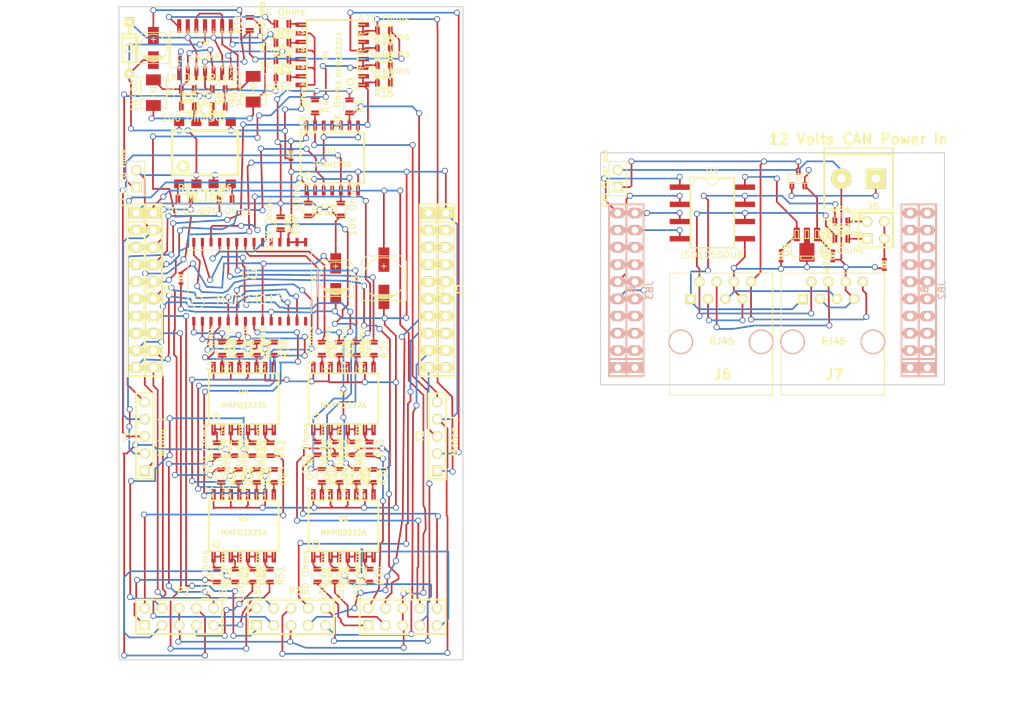
<source format=kicad_pcb>
(kicad_pcb (version 3) (host pcbnew "(2013-june-11)-stable")
  (layers (15 Front signal) (0 Back signal) (18 B.Paste user) (19 F.Paste user) (20 B.SilkS user) (21 F.SilkS user) (22 B.Mask user) (23 F.Mask user) (28 Edge.Cuts user))
  (net 0 "")
  (net 1 +12V)
  (net 2 +3.3V)
  (net 3 "/CANTranceiver/CAN Rx")
  (net 4 "/CANTranceiver/CAN Tx")
  (net 5 /QuadSignalHead/SCL)
  (net 6 /QuadSignalHead/SDA)
  (net 7 "/SMCSense/Motor 1 A")
  (net 8 "/SMCSense/Motor 1 B")
  (net 9 "/SMCSense/Motor 2 A")
  (net 10 "/SMCSense/Motor 2 B")
  (net 11 "/SMCSense/Motor Select 1")
  (net 12 "/SMCSense/Motor Select 2")
  (net 13 "/SMCSense/Point 1 A")
  (net 14 "/SMCSense/Point 1 B")
  (net 15 "/SMCSense/Point 2 A")
  (net 16 "/SMCSense/Point 2 B")
  (net 17 "/SMCSense/Point Sense 1")
  (net 18 "/SMCSense/Point Sense 2")
  (net 19 Common)
  (net 20 GND)
  (net 21 GNDA)
  (net 22 GP0.0)
  (net 23 GP0.1)
  (net 24 GP0.2)
  (net 25 GP0.3)
  (net 26 GP0.4)
  (net 27 GP0.5)
  (net 28 GP0.6)
  (net 29 GP0.7)
  (net 30 GP1.0)
  (net 31 GP1.1)
  (net 32 GP1.2)
  (net 33 GP1.3)
  (net 34 GP1.4)
  (net 35 GP1.5)
  (net 36 GP1.6)
  (net 37 GP1.7)
  (net 38 H1-G)
  (net 39 H1-L)
  (net 40 H1-R)
  (net 41 H1-Y)
  (net 42 H2-G)
  (net 43 H2-L)
  (net 44 H2-R)
  (net 45 H2-Y)
  (net 46 H3-G)
  (net 47 H3-L)
  (net 48 H3-R)
  (net 49 H3-Y)
  (net 50 H4-G)
  (net 51 H4-L)
  (net 52 H4-R)
  (net 53 H4-Y)
  (net 54 J3.10)
  (net 55 J3.7)
  (net 56 J3.8)
  (net 57 J3.9)
  (net 58 J4.10)
  (net 59 J4.7)
  (net 60 J4.8)
  (net 61 J4.9)
  (net 62 N-00000100)
  (net 63 N-00000101)
  (net 64 N-00000102)
  (net 65 N-00000103)
  (net 66 N-00000116)
  (net 67 N-00000121)
  (net 68 N-00000122)
  (net 69 N-00000123)
  (net 70 N-00000124)
  (net 71 N-00000125)
  (net 72 N-00000126)
  (net 73 N-00000127)
  (net 74 N-00000128)
  (net 75 N-00000129)
  (net 76 N-00000130)
  (net 77 N-00000131)
  (net 78 N-00000132)
  (net 79 N-00000133)
  (net 80 N-00000134)
  (net 81 N-00000135)
  (net 82 N-00000136)
  (net 83 N-00000137)
  (net 84 N-00000138)
  (net 85 N-00000139)
  (net 86 N-00000140)
  (net 87 N-00000141)
  (net 88 N-00000142)
  (net 89 N-00000143)
  (net 90 N-00000144)
  (net 91 N-00000145)
  (net 92 N-00000152)
  (net 93 N-00000153)
  (net 94 N-00000154)
  (net 95 N-00000155)
  (net 96 N-00000156)
  (net 97 N-00000157)
  (net 98 N-00000158)
  (net 99 N-00000178)
  (net 100 N-00000179)
  (net 101 N-00000180)
  (net 102 N-00000181)
  (net 103 N-00000182)
  (net 104 N-00000183)
  (net 105 N-00000184)
  (net 106 N-00000185)
  (net 107 N-00000186)
  (net 108 N-00000187)
  (net 109 N-00000188)
  (net 110 N-0000079)
  (net 111 N-0000080)
  (net 112 N-0000081)
  (net 113 N-0000082)
  (net 114 N-0000083)
  (net 115 N-0000084)
  (net 116 N-0000085)
  (net 117 N-0000086)
  (net 118 N-0000087)
  (net 119 N-0000088)
  (net 120 N-0000097)
  (net 121 N-0000098)
  (net 122 N-0000099)
  (module ScrewTerm_2.54-5 (layer Front) (at 229.87 154.94 90)
    (fp_text reference T2 (at 0 -2.54 90) (layer F.SilkS) (effects (font (size 1.016 1.016) (thickness 0.2032))))
    (fp_text value "Motor 2" (at 0 2.54 90) (layer F.SilkS) (effects (font (size 1.016 1.016) (thickness 0.2032))))
    (pad 1 thru_hole rect (at -5.08 0 90) (size 1.524 1.524) (drill 1.016) (layers *.Cu *.Mask F.SilkS) (net 10 "/SMCSense/Motor 2 B"))
    (pad 2 thru_hole circle (at -2.54 0 90) (size 1.524 1.524) (drill 1.016) (layers *.Cu *.Mask F.SilkS) (net 9 "/SMCSense/Motor 2 A"))
    (pad 3 thru_hole circle (at 0 0 90) (size 1.524 1.524) (drill 1.016) (layers *.Cu *.Mask F.SilkS) (net 16 "/SMCSense/Point 2 B"))
    (pad 4 thru_hole circle (at 2.54 0 90) (size 1.524 1.524) (drill 1.016) (layers *.Cu *.Mask F.SilkS) (net 20 GND))
    (pad 5 thru_hole circle (at 5.08 0 90) (size 1.524 1.524) (drill 1.016) (layers *.Cu *.Mask F.SilkS) (net 15 "/SMCSense/Point 2 A"))
  )
  (module ScrewTerm_2.54-5 (layer Front) (at 186.69 154.94 90)
    (fp_text reference T1 (at 0 -2.54 90) (layer F.SilkS) (effects (font (size 1.016 1.016) (thickness 0.2032))))
    (fp_text value "Motor 1" (at 0 2.54 90) (layer F.SilkS) (effects (font (size 1.016 1.016) (thickness 0.2032))))
    (pad 1 thru_hole rect (at -5.08 0 90) (size 1.524 1.524) (drill 1.016) (layers *.Cu *.Mask F.SilkS) (net 8 "/SMCSense/Motor 1 B"))
    (pad 2 thru_hole circle (at -2.54 0 90) (size 1.524 1.524) (drill 1.016) (layers *.Cu *.Mask F.SilkS) (net 7 "/SMCSense/Motor 1 A"))
    (pad 3 thru_hole circle (at 0 0 90) (size 1.524 1.524) (drill 1.016) (layers *.Cu *.Mask F.SilkS) (net 14 "/SMCSense/Point 1 B"))
    (pad 4 thru_hole circle (at 2.54 0 90) (size 1.524 1.524) (drill 1.016) (layers *.Cu *.Mask F.SilkS) (net 20 GND))
    (pad 5 thru_hole circle (at 5.08 0 90) (size 1.524 1.524) (drill 1.016) (layers *.Cu *.Mask F.SilkS) (net 13 "/SMCSense/Point 1 A"))
  )
  (module ScrewTerm2.54-2 (layer Front) (at 185.42 116.84 90)
    (fp_text reference T3 hide)
    (fp_text value "12 to 16 Volts" (at 0 -1.905 90) (layer F.SilkS) (effects (font (size 0.762 0.762) (thickness 0.1524))))
    (pad 1 thru_hole rect (at -1.27 0 180) (size 1.524 1.524) (drill 1.016) (layers *.Cu *.Mask F.SilkS) (net 1 +12V))
    (pad 2 thru_hole circle (at 1.27 0 180) (size 1.524 1.524) (drill 1.016) (layers *.Cu *.Mask F.SilkS) (net 20 GND))
  )
  (module PIN_ARRAY_5x2 (layer Front) (at 224.77 181.61)
    (fp_text reference P1 (at 0.635 -3.81) (layer F.SilkS) (effects (font (size 1.016 1.016) (thickness 0.2032))))
    (fp_text value CONN_10 hide)
    (pad 1 thru_hole rect (at -5.08 1.27) (size 1.524 1.524) (drill 1.016) (layers *.Cu *.Mask F.SilkS) (net 43 H2-L))
    (pad 2 thru_hole circle (at -5.08 -1.27) (size 1.524 1.524) (drill 1.016) (layers *.Cu *.Mask F.SilkS) (net 38 H1-G))
    (pad 3 thru_hole circle (at -2.54 1.27) (size 1.524 1.524) (drill 1.016) (layers *.Cu *.Mask F.SilkS) (net 44 H2-R))
    (pad 4 thru_hole circle (at -2.54 -1.27) (size 1.524 1.524) (drill 1.016) (layers *.Cu *.Mask F.SilkS) (net 41 H1-Y))
    (pad 5 thru_hole circle (at 0 1.27) (size 1.524 1.524) (drill 1.016) (layers *.Cu *.Mask F.SilkS) (net 19 Common))
    (pad 6 thru_hole circle (at 0 -1.27) (size 1.524 1.524) (drill 1.016) (layers *.Cu *.Mask F.SilkS) (net 19 Common))
    (pad 7 thru_hole circle (at 2.54 1.27) (size 1.524 1.524) (drill 1.016) (layers *.Cu *.Mask F.SilkS) (net 45 H2-Y))
    (pad 8 thru_hole circle (at 2.54 -1.27) (size 1.524 1.524) (drill 1.016) (layers *.Cu *.Mask F.SilkS) (net 40 H1-R))
    (pad 9 thru_hole circle (at 5.08 1.27) (size 1.524 1.524) (drill 1.016) (layers *.Cu *.Mask F.SilkS) (net 42 H2-G))
    (pad 10 thru_hole circle (at 5.08 -1.27) (size 1.524 1.524) (drill 1.016) (layers *.Cu *.Mask F.SilkS) (net 39 H1-L))
  )
  (module PIN_ARRAY_5x2 (layer Front) (at 191.77 181.61)
    (fp_text reference P2 (at 0.635 -3.81) (layer F.SilkS) (effects (font (size 1.016 1.016) (thickness 0.2032))))
    (fp_text value CONN_10 hide)
    (pad 1 thru_hole rect (at -5.08 1.27) (size 1.524 1.524) (drill 1.016) (layers *.Cu *.Mask F.SilkS) (net 51 H4-L))
    (pad 2 thru_hole circle (at -5.08 -1.27) (size 1.524 1.524) (drill 1.016) (layers *.Cu *.Mask F.SilkS) (net 46 H3-G))
    (pad 3 thru_hole circle (at -2.54 1.27) (size 1.524 1.524) (drill 1.016) (layers *.Cu *.Mask F.SilkS) (net 52 H4-R))
    (pad 4 thru_hole circle (at -2.54 -1.27) (size 1.524 1.524) (drill 1.016) (layers *.Cu *.Mask F.SilkS) (net 49 H3-Y))
    (pad 5 thru_hole circle (at 0 1.27) (size 1.524 1.524) (drill 1.016) (layers *.Cu *.Mask F.SilkS) (net 19 Common))
    (pad 6 thru_hole circle (at 0 -1.27) (size 1.524 1.524) (drill 1.016) (layers *.Cu *.Mask F.SilkS) (net 19 Common))
    (pad 7 thru_hole circle (at 2.54 1.27) (size 1.524 1.524) (drill 1.016) (layers *.Cu *.Mask F.SilkS) (net 53 H4-Y))
    (pad 8 thru_hole circle (at 2.54 -1.27) (size 1.524 1.524) (drill 1.016) (layers *.Cu *.Mask F.SilkS) (net 48 H3-R))
    (pad 9 thru_hole circle (at 5.08 1.27) (size 1.524 1.524) (drill 1.016) (layers *.Cu *.Mask F.SilkS) (net 50 H4-G))
    (pad 10 thru_hole circle (at 5.08 -1.27) (size 1.524 1.524) (drill 1.016) (layers *.Cu *.Mask F.SilkS) (net 47 H3-L))
  )
  (module PIN_ARRAY_5x2 (layer Front) (at 208.28 181.61)
    (fp_text reference P3 (at 0.635 -3.81) (layer F.SilkS) (effects (font (size 1.016 1.016) (thickness 0.2032))))
    (fp_text value CONN_10 hide)
    (pad 1 thru_hole rect (at -5.08 1.27) (size 1.524 1.524) (drill 1.016) (layers *.Cu *.Mask F.SilkS) (net 55 J3.7))
    (pad 2 thru_hole circle (at -5.08 -1.27) (size 1.524 1.524) (drill 1.016) (layers *.Cu *.Mask F.SilkS) (net 56 J3.8))
    (pad 3 thru_hole circle (at -2.54 1.27) (size 1.524 1.524) (drill 1.016) (layers *.Cu *.Mask F.SilkS) (net 57 J3.9))
    (pad 4 thru_hole circle (at -2.54 -1.27) (size 1.524 1.524) (drill 1.016) (layers *.Cu *.Mask F.SilkS) (net 54 J3.10))
    (pad 5 thru_hole circle (at 0 1.27) (size 1.524 1.524) (drill 1.016) (layers *.Cu *.Mask F.SilkS) (net 19 Common))
    (pad 6 thru_hole circle (at 0 -1.27) (size 1.524 1.524) (drill 1.016) (layers *.Cu *.Mask F.SilkS) (net 20 GND))
    (pad 7 thru_hole circle (at 2.54 1.27) (size 1.524 1.524) (drill 1.016) (layers *.Cu *.Mask F.SilkS) (net 59 J4.7))
    (pad 8 thru_hole circle (at 2.54 -1.27) (size 1.524 1.524) (drill 1.016) (layers *.Cu *.Mask F.SilkS) (net 60 J4.8))
    (pad 9 thru_hole circle (at 5.08 1.27) (size 1.524 1.524) (drill 1.016) (layers *.Cu *.Mask F.SilkS) (net 61 J4.9))
    (pad 10 thru_hole circle (at 5.08 -1.27) (size 1.524 1.524) (drill 1.016) (layers *.Cu *.Mask F.SilkS) (net 58 J4.10))
  )
  (module SOJ28_WIDE (layer Front) (at 202.184 132.08)
    (fp_text reference U3 (at 0 -1.016) (layer F.SilkS) (effects (font (size 1.27 1.27) (thickness 0.1524))))
    (fp_text value MCP23017 (at 0 2.667) (layer F.SilkS) (effects (font (size 1.27 1.27) (thickness 0.1524))))
    (pad 16 smd rect (at 6.985 -5.842) (size 0.4572 1.27) (layers Front F.Paste F.Mask) (net 20 GND))
    (pad 17 smd rect (at 5.715 -5.842) (size 0.4572 1.27) (layers Front F.Paste F.Mask) (net 20 GND))
    (pad 18 smd rect (at 4.445 -5.842) (size 0.4572 1.27) (layers Front F.Paste F.Mask) (net 66 N-00000116))
    (pad 19 smd rect (at 3.175 -5.842) (size 0.4572 1.27) (layers Front F.Paste F.Mask))
    (pad 20 smd rect (at 1.905 -5.842) (size 0.4572 1.27) (layers Front F.Paste F.Mask))
    (pad 24 smd rect (at -3.175 -5.842) (size 0.4572 1.27) (layers Front F.Paste F.Mask) (net 25 GP0.3))
    (pad 25 smd rect (at -4.445 -5.842) (size 0.4572 1.27) (layers Front F.Paste F.Mask) (net 26 GP0.4))
    (pad 26 smd rect (at -5.715 -5.842) (size 0.4572 1.27) (layers Front F.Paste F.Mask) (net 27 GP0.5))
    (pad 27 smd rect (at -6.985 -5.842) (size 0.4572 1.27) (layers Front F.Paste F.Mask) (net 28 GP0.6))
    (pad 28 smd rect (at -8.255 -5.842) (size 0.4572 1.27) (layers Front F.Paste F.Mask) (net 29 GP0.7))
    (pad 1 smd rect (at -8.255 5.842) (size 0.4572 1.27) (layers Front F.Paste F.Mask) (net 30 GP1.0))
    (pad 2 smd rect (at -6.985 5.842) (size 0.4572 1.27) (layers Front F.Paste F.Mask) (net 31 GP1.1))
    (pad 3 smd rect (at -5.715 5.842) (size 0.4572 1.27) (layers Front F.Paste F.Mask) (net 32 GP1.2))
    (pad 4 smd rect (at -4.445 5.842) (size 0.4572 1.27) (layers Front F.Paste F.Mask) (net 33 GP1.3))
    (pad 5 smd rect (at -3.175 5.842) (size 0.4572 1.27) (layers Front F.Paste F.Mask) (net 34 GP1.4))
    (pad 9 smd rect (at 1.905 5.842) (size 0.4572 1.27) (layers Front F.Paste F.Mask) (net 2 +3.3V))
    (pad 10 smd rect (at 3.175 5.842) (size 0.4572 1.27) (layers Front F.Paste F.Mask) (net 20 GND))
    (pad 11 smd rect (at 4.445 5.842) (size 0.4572 1.27) (layers Front F.Paste F.Mask))
    (pad 12 smd rect (at 5.715 5.842) (size 0.4572 1.27) (layers Front F.Paste F.Mask) (net 5 /QuadSignalHead/SCL))
    (pad 13 smd rect (at 6.985 5.842) (size 0.4572 1.27) (layers Front F.Paste F.Mask) (net 6 /QuadSignalHead/SDA))
    (pad 14 smd rect (at 8.255 5.842) (size 0.4572 1.27) (layers Front F.Paste F.Mask))
    (pad 6 smd rect (at -1.905 5.842) (size 0.4572 1.27) (layers Front F.Paste F.Mask) (net 35 GP1.5))
    (pad 7 smd rect (at -0.635 5.842) (size 0.4572 1.27) (layers Front F.Paste F.Mask) (net 36 GP1.6))
    (pad 8 smd rect (at 0.635 5.842) (size 0.4572 1.27) (layers Front F.Paste F.Mask) (net 37 GP1.7))
    (pad 23 smd rect (at -1.905 -5.842) (size 0.4572 1.27) (layers Front F.Paste F.Mask) (net 24 GP0.2))
    (pad 22 smd rect (at -0.635 -5.842) (size 0.4572 1.27) (layers Front F.Paste F.Mask) (net 23 GP0.1))
    (pad 21 smd rect (at 0.635 -5.842) (size 0.4572 1.27) (layers Front F.Paste F.Mask) (net 22 GP0.0))
    (pad 15 smd rect (at 8.255 -5.842) (size 0.4572 1.27) (layers Front F.Paste F.Mask) (net 20 GND))
  )
  (module soic-16AC (layer Front) (at 214.376 98.552 90)
    (fp_text reference Q1 (at 0 -1.016 90) (layer F.SilkS) (effects (font (size 0.7493 0.7493) (thickness 0.14986))))
    (fp_text value MMPQ2222A (at 0 1.016 90) (layer F.SilkS) (effects (font (size 0.7493 0.7493) (thickness 0.14986))))
    (pad 1 smd rect (at -4.445 4.55 90) (size 0.65 1.75) (layers Front F.Paste F.Mask) (net 7 "/SMCSense/Motor 1 A"))
    (pad 2 smd rect (at -3.175 4.55 90) (size 0.65 1.75) (layers Front F.Paste F.Mask) (net 7 "/SMCSense/Motor 1 A"))
    (pad 3 smd rect (at -1.905 4.55 90) (size 0.65 1.75) (layers Front F.Paste F.Mask) (net 8 "/SMCSense/Motor 1 B"))
    (pad 4 smd rect (at -0.635 4.55 90) (size 0.65 1.75) (layers Front F.Paste F.Mask) (net 8 "/SMCSense/Motor 1 B"))
    (pad 5 smd rect (at 0.635 4.55 90) (size 0.65 1.75) (layers Front F.Paste F.Mask) (net 9 "/SMCSense/Motor 2 A"))
    (pad 6 smd rect (at 1.905 4.55 90) (size 0.65 1.75) (layers Front F.Paste F.Mask) (net 9 "/SMCSense/Motor 2 A"))
    (pad 7 smd rect (at 3.175 4.55 90) (size 0.65 1.75) (layers Front F.Paste F.Mask) (net 10 "/SMCSense/Motor 2 B"))
    (pad 8 smd rect (at 4.445 4.55 90) (size 0.65 1.75) (layers Front F.Paste F.Mask) (net 10 "/SMCSense/Motor 2 B"))
    (pad 9 smd rect (at 4.445 -4.55 90) (size 0.65 1.75) (layers Front F.Paste F.Mask) (net 119 N-0000088))
    (pad 10 smd rect (at 3.175 -4.55 90) (size 0.65 1.75) (layers Front F.Paste F.Mask) (net 20 GND))
    (pad 11 smd rect (at 1.905 -4.55 90) (size 0.65 1.75) (layers Front F.Paste F.Mask) (net 115 N-0000084))
    (pad 12 smd rect (at 0.635 -4.55 90) (size 0.65 1.75) (layers Front F.Paste F.Mask) (net 20 GND))
    (pad 13 smd rect (at -0.635 -4.55 90) (size 0.65 1.75) (layers Front F.Paste F.Mask) (net 113 N-0000082))
    (pad 14 smd rect (at -1.905 -4.55 90) (size 0.65 1.75) (layers Front F.Paste F.Mask) (net 20 GND))
    (pad 15 smd rect (at -3.175 -4.55 90) (size 0.65 1.75) (layers Front F.Paste F.Mask) (net 111 N-0000080))
    (pad 16 smd rect (at -4.445 -4.55 90) (size 0.65 1.75) (layers Front F.Paste F.Mask) (net 20 GND))
  )
  (module soic-14 (layer Front) (at 214.376 113.792)
    (fp_text reference U1 (at 0 -1.016) (layer F.SilkS) (effects (font (size 0.7493 0.7493) (thickness 0.14986))))
    (fp_text value 74AHCT00 (at 0 1.016) (layer F.SilkS) (effects (font (size 0.7493 0.7493) (thickness 0.14986))))
    (pad 1 smd rect (at -3.81 4.81076) (size 0.55118 1.43002) (layers Front F.Paste F.Mask) (net 13 "/SMCSense/Point 1 A"))
    (pad 2 smd rect (at -2.54 4.81076) (size 0.55118 1.43002) (layers Front F.Paste F.Mask) (net 122 N-0000099))
    (pad 3 smd rect (at -1.27 4.81076) (size 0.55118 1.43002) (layers Front F.Paste F.Mask) (net 17 "/SMCSense/Point Sense 1"))
    (pad 4 smd rect (at 0 4.81076) (size 0.55118 1.43002) (layers Front F.Paste F.Mask) (net 17 "/SMCSense/Point Sense 1"))
    (pad 5 smd rect (at 1.27 4.81076) (size 0.55118 1.43002) (layers Front F.Paste F.Mask) (net 14 "/SMCSense/Point 1 B"))
    (pad 6 smd rect (at 2.54 4.81076) (size 0.55118 1.43002) (layers Front F.Paste F.Mask) (net 122 N-0000099))
    (pad 7 smd rect (at 3.81 4.81076) (size 0.55118 1.43002) (layers Front F.Paste F.Mask) (net 20 GND))
    (pad 8 smd rect (at 3.81 -4.81076) (size 0.55118 1.43002) (layers Front F.Paste F.Mask) (net 18 "/SMCSense/Point Sense 2"))
    (pad 9 smd rect (at 2.54 -4.81076) (size 0.55118 1.43002) (layers Front F.Paste F.Mask) (net 15 "/SMCSense/Point 2 A"))
    (pad 10 smd rect (at 1.27 -4.81076) (size 0.55118 1.43002) (layers Front F.Paste F.Mask) (net 63 N-00000101))
    (pad 11 smd rect (at 0 -4.81076) (size 0.55118 1.43002) (layers Front F.Paste F.Mask) (net 63 N-00000101))
    (pad 12 smd rect (at -1.27 -4.81076) (size 0.55118 1.43002) (layers Front F.Paste F.Mask) (net 18 "/SMCSense/Point Sense 2"))
    (pad 13 smd rect (at -2.54 -4.81076) (size 0.55118 1.43002) (layers Front F.Paste F.Mask) (net 16 "/SMCSense/Point 2 B"))
    (pad 14 smd rect (at -3.81 -4.81076) (size 0.55118 1.43002) (layers Front F.Paste F.Mask) (net 2 +3.3V))
  )
  (module R_0805 (layer Front) (at 206.756 123.444 270)
    (fp_text reference R36 (at 0 -1.65 270) (layer F.SilkS))
    (fp_text value "10K Ohms" (at 0 1.75 270) (layer F.SilkS))
    (fp_text user %R (at 0 -1.65 270) (layer F.SilkS))
    (pad 1 smd rect (at -0.95 0 270) (size 0.7 1.3) (layers Front F.Paste F.Mask) (net 2 +3.3V))
    (pad 2 smd rect (at 0.95 0 270) (size 0.7 1.3) (layers Front F.Paste F.Mask) (net 66 N-00000116))
  )
  (module R_0805 (layer Front) (at 198.628 119.888)
    (fp_text reference R6 (at 0 -1.65) (layer F.SilkS))
    (fp_text value "270 Ohms" (at 0 1.75) (layer F.SilkS))
    (fp_text user %R (at 0 -1.65) (layer F.SilkS))
    (pad 1 smd rect (at -0.95 0) (size 0.7 1.3) (layers Front F.Paste F.Mask) (net 12 "/SMCSense/Motor Select 2"))
    (pad 2 smd rect (at 0.95 0) (size 0.7 1.3) (layers Front F.Paste F.Mask) (net 120 N-0000097))
  )
  (module R_0805 (layer Front) (at 192.532 119.888)
    (fp_text reference R5 (at 0 -1.65) (layer F.SilkS))
    (fp_text value "270 Ohms" (at 0 1.75) (layer F.SilkS))
    (fp_text user %R (at 0 -1.65) (layer F.SilkS))
    (pad 1 smd rect (at -0.95 0) (size 0.7 1.3) (layers Front F.Paste F.Mask) (net 121 N-0000098))
    (pad 2 smd rect (at 0.95 0) (size 0.7 1.3) (layers Front F.Paste F.Mask) (net 11 "/SMCSense/Motor Select 1"))
  )
  (module R_0805 (layer Front) (at 216.916 106.172 270)
    (fp_text reference R3 (at 0 -1.65 270) (layer F.SilkS))
    (fp_text value "10K Ohms" (at 0 1.75 270) (layer F.SilkS))
    (fp_text user %R (at 0 -1.65 270) (layer F.SilkS))
    (pad 1 smd rect (at -0.95 0 270) (size 0.7 1.3) (layers Front F.Paste F.Mask) (net 2 +3.3V))
    (pad 2 smd rect (at 0.95 0 270) (size 0.7 1.3) (layers Front F.Paste F.Mask) (net 15 "/SMCSense/Point 2 A"))
  )
  (module R_0805 (layer Front) (at 211.836 106.172 270)
    (fp_text reference R4 (at 0 -1.65 270) (layer F.SilkS))
    (fp_text value "10K Ohms" (at 0 1.75 270) (layer F.SilkS))
    (fp_text user %R (at 0 -1.65 270) (layer F.SilkS))
    (pad 1 smd rect (at -0.95 0 270) (size 0.7 1.3) (layers Front F.Paste F.Mask) (net 2 +3.3V))
    (pad 2 smd rect (at 0.95 0 270) (size 0.7 1.3) (layers Front F.Paste F.Mask) (net 16 "/SMCSense/Point 2 B"))
  )
  (module R_0805 (layer Front) (at 202.184 93.98 90)
    (fp_text reference R11 (at 0 -1.65 90) (layer F.SilkS))
    (fp_text value "1K Ohms" (at 0 1.75 90) (layer F.SilkS))
    (fp_text user %R (at 0 -1.65 90) (layer F.SilkS))
    (pad 1 smd rect (at -0.95 0 90) (size 0.7 1.3) (layers Front F.Paste F.Mask) (net 1 +12V))
    (pad 2 smd rect (at 0.95 0 90) (size 0.7 1.3) (layers Front F.Paste F.Mask) (net 65 N-00000103))
  )
  (module R_0805 (layer Front) (at 193.04 103.632 180)
    (fp_text reference R9 (at 0 -1.65 180) (layer F.SilkS))
    (fp_text value "1K Ohms" (at 0 1.75 180) (layer F.SilkS))
    (fp_text user %R (at 0 -1.65 180) (layer F.SilkS))
    (pad 1 smd rect (at -0.95 0 180) (size 0.7 1.3) (layers Front F.Paste F.Mask) (net 1 +12V))
    (pad 2 smd rect (at 0.95 0 180) (size 0.7 1.3) (layers Front F.Paste F.Mask) (net 64 N-00000102))
  )
  (module R_0805 (layer Front) (at 193.04 106.172)
    (fp_text reference R7 (at 0 -1.65) (layer F.SilkS))
    (fp_text value "100 Ohms" (at 0 1.75) (layer F.SilkS))
    (fp_text user %R (at 0 -1.65) (layer F.SilkS))
    (pad 1 smd rect (at -0.95 0) (size 0.7 1.3) (layers Front F.Paste F.Mask) (net 64 N-00000102))
    (pad 2 smd rect (at 0.95 0) (size 0.7 1.3) (layers Front F.Paste F.Mask) (net 62 N-00000100))
  )
  (module R_0805 (layer Front) (at 197.612 106.172 180)
    (fp_text reference R8 (at 0 -1.65 180) (layer F.SilkS))
    (fp_text value "100 Ohms" (at 0 1.75 180) (layer F.SilkS))
    (fp_text user %R (at 0 -1.65 180) (layer F.SilkS))
    (pad 1 smd rect (at -0.95 0 180) (size 0.7 1.3) (layers Front F.Paste F.Mask) (net 118 N-0000087))
    (pad 2 smd rect (at 0.95 0 180) (size 0.7 1.3) (layers Front F.Paste F.Mask) (net 117 N-0000086))
  )
  (module R_0805 (layer Front) (at 197.612 103.632)
    (fp_text reference R10 (at 0 -1.65) (layer F.SilkS))
    (fp_text value "1K Ohms" (at 0 1.75) (layer F.SilkS))
    (fp_text user %R (at 0 -1.65) (layer F.SilkS))
    (pad 1 smd rect (at -0.95 0) (size 0.7 1.3) (layers Front F.Paste F.Mask) (net 1 +12V))
    (pad 2 smd rect (at 0.95 0) (size 0.7 1.3) (layers Front F.Paste F.Mask) (net 118 N-0000087))
  )
  (module R_0805 (layer Front) (at 207.01 93.98 180)
    (fp_text reference R15 (at 0 -1.65 180) (layer F.SilkS))
    (fp_text value "1K Ohms" (at 0 1.75 180) (layer F.SilkS))
    (fp_text user %R (at 0 -1.65 180) (layer F.SilkS))
    (pad 1 smd rect (at -0.95 0 180) (size 0.7 1.3) (layers Front F.Paste F.Mask) (net 119 N-0000088))
    (pad 2 smd rect (at 0.95 0 180) (size 0.7 1.3) (layers Front F.Paste F.Mask) (net 116 N-0000085))
  )
  (module R_0805 (layer Front) (at 207.01 96.774 180)
    (fp_text reference R14 (at 0 -1.65 180) (layer F.SilkS))
    (fp_text value "1K Ohms" (at 0 1.75 180) (layer F.SilkS))
    (fp_text user %R (at 0 -1.65 180) (layer F.SilkS))
    (pad 1 smd rect (at -0.95 0 180) (size 0.7 1.3) (layers Front F.Paste F.Mask) (net 115 N-0000084))
    (pad 2 smd rect (at 0.95 0 180) (size 0.7 1.3) (layers Front F.Paste F.Mask) (net 114 N-0000083))
  )
  (module R_0805 (layer Front) (at 207.01 99.314 180)
    (fp_text reference R13 (at 0 -1.65 180) (layer F.SilkS))
    (fp_text value "1K Ohms" (at 0 1.75 180) (layer F.SilkS))
    (fp_text user %R (at 0 -1.65 180) (layer F.SilkS))
    (pad 1 smd rect (at -0.95 0 180) (size 0.7 1.3) (layers Front F.Paste F.Mask) (net 113 N-0000082))
    (pad 2 smd rect (at 0.95 0 180) (size 0.7 1.3) (layers Front F.Paste F.Mask) (net 112 N-0000081))
  )
  (module R_0805 (layer Front) (at 207.01 101.854 180)
    (fp_text reference R12 (at 0 -1.65 180) (layer F.SilkS))
    (fp_text value "1K Ohms" (at 0 1.75 180) (layer F.SilkS))
    (fp_text user %R (at 0 -1.65 180) (layer F.SilkS))
    (pad 1 smd rect (at -0.95 0 180) (size 0.7 1.3) (layers Front F.Paste F.Mask) (net 111 N-0000080))
    (pad 2 smd rect (at 0.95 0 180) (size 0.7 1.3) (layers Front F.Paste F.Mask) (net 110 N-0000079))
  )
  (module R_0805 (layer Front) (at 221.996 102.616 180)
    (fp_text reference R16 (at 0 -1.65 180) (layer F.SilkS))
    (fp_text value "470 Ohms" (at 0 1.75 180) (layer F.SilkS))
    (fp_text user %R (at 0 -1.65 180) (layer F.SilkS))
    (pad 1 smd rect (at -0.95 0 180) (size 0.7 1.3) (layers Front F.Paste F.Mask) (net 1 +12V))
    (pad 2 smd rect (at 0.95 0 180) (size 0.7 1.3) (layers Front F.Paste F.Mask) (net 7 "/SMCSense/Motor 1 A"))
  )
  (module R_0805 (layer Front) (at 210.82 121.412 270)
    (fp_text reference R1 (at 0 -1.65 270) (layer F.SilkS))
    (fp_text value "10K Ohms" (at 0 1.75 270) (layer F.SilkS))
    (fp_text user %R (at 0 -1.65 270) (layer F.SilkS))
    (pad 1 smd rect (at -0.95 0 270) (size 0.7 1.3) (layers Front F.Paste F.Mask) (net 13 "/SMCSense/Point 1 A"))
    (pad 2 smd rect (at 0.95 0 270) (size 0.7 1.3) (layers Front F.Paste F.Mask) (net 2 +3.3V))
  )
  (module R_0805 (layer Front) (at 215.646 121.412 90)
    (fp_text reference R2 (at 0 -1.65 90) (layer F.SilkS))
    (fp_text value "10K Ohms" (at 0 1.75 90) (layer F.SilkS))
    (fp_text user %R (at 0 -1.65 90) (layer F.SilkS))
    (pad 1 smd rect (at -0.95 0 90) (size 0.7 1.3) (layers Front F.Paste F.Mask) (net 2 +3.3V))
    (pad 2 smd rect (at 0.95 0 90) (size 0.7 1.3) (layers Front F.Paste F.Mask) (net 14 "/SMCSense/Point 1 B"))
  )
  (module R_0805 (layer Front) (at 221.996 94.996 180)
    (fp_text reference R19 (at 0 -1.65 180) (layer F.SilkS))
    (fp_text value "470 Ohms" (at 0 1.75 180) (layer F.SilkS))
    (fp_text user %R (at 0 -1.65 180) (layer F.SilkS))
    (pad 1 smd rect (at -0.95 0 180) (size 0.7 1.3) (layers Front F.Paste F.Mask) (net 1 +12V))
    (pad 2 smd rect (at 0.95 0 180) (size 0.7 1.3) (layers Front F.Paste F.Mask) (net 10 "/SMCSense/Motor 2 B"))
  )
  (module R_0805 (layer Front) (at 221.996 97.536 180)
    (fp_text reference R18 (at 0 -1.65 180) (layer F.SilkS))
    (fp_text value "470 Ohms" (at 0 1.75 180) (layer F.SilkS))
    (fp_text user %R (at 0 -1.65 180) (layer F.SilkS))
    (pad 1 smd rect (at -0.95 0 180) (size 0.7 1.3) (layers Front F.Paste F.Mask) (net 1 +12V))
    (pad 2 smd rect (at 0.95 0 180) (size 0.7 1.3) (layers Front F.Paste F.Mask) (net 9 "/SMCSense/Motor 2 A"))
  )
  (module R_0805 (layer Front) (at 221.996 100.076 180)
    (fp_text reference R17 (at 0 -1.65 180) (layer F.SilkS))
    (fp_text value "470 Ohms" (at 0 1.75 180) (layer F.SilkS))
    (fp_text user %R (at 0 -1.65 180) (layer F.SilkS))
    (pad 1 smd rect (at -0.95 0 180) (size 0.7 1.3) (layers Front F.Paste F.Mask) (net 1 +12V))
    (pad 2 smd rect (at 0.95 0 180) (size 0.7 1.3) (layers Front F.Paste F.Mask) (net 8 "/SMCSense/Motor 1 B"))
  )
  (module psop-14 (layer Front) (at 195.58 97.79)
    (fp_text reference U2 (at 0 -1.016) (layer F.SilkS) (effects (font (size 0.7493 0.7493) (thickness 0.14986))))
    (fp_text value LM324N (at 0 1.016) (layer F.SilkS) (effects (font (size 0.7493 0.7493) (thickness 0.14986))))
    (pad 1 smd rect (at -3.81 3.5) (size 0.59944 1.99898) (layers Front F.Paste F.Mask) (net 110 N-0000079))
    (pad 2 smd rect (at -2.54 3.5) (size 0.59944 1.99898) (layers Front F.Paste F.Mask) (net 64 N-00000102))
    (pad 3 smd rect (at -1.27 3.5) (size 0.59944 1.99898) (layers Front F.Paste F.Mask) (net 65 N-00000103))
    (pad 4 smd rect (at 0 3.5) (size 0.59944 1.99898) (layers Front F.Paste F.Mask) (net 1 +12V))
    (pad 5 smd rect (at 1.27 3.5) (size 0.59944 1.99898) (layers Front F.Paste F.Mask) (net 64 N-00000102))
    (pad 6 smd rect (at 2.54 3.5) (size 0.59944 1.99898) (layers Front F.Paste F.Mask) (net 65 N-00000103))
    (pad 7 smd rect (at 3.81 3.5) (size 0.59944 1.99898) (layers Front F.Paste F.Mask) (net 112 N-0000081))
    (pad 8 smd rect (at 3.81 -3.5) (size 0.59944 1.99898) (layers Front F.Paste F.Mask) (net 114 N-0000083))
    (pad 9 smd rect (at 2.54 -3.5) (size 0.59944 1.99898) (layers Front F.Paste F.Mask) (net 118 N-0000087))
    (pad 10 smd rect (at 1.27 -3.5) (size 0.59944 1.99898) (layers Front F.Paste F.Mask) (net 65 N-00000103))
    (pad 11 smd rect (at 0 -3.5) (size 0.59944 1.99898) (layers Front F.Paste F.Mask) (net 20 GND))
    (pad 12 smd rect (at -1.27 -3.5) (size 0.59944 1.99898) (layers Front F.Paste F.Mask) (net 118 N-0000087))
    (pad 13 smd rect (at -2.54 -3.5) (size 0.59944 1.99898) (layers Front F.Paste F.Mask) (net 65 N-00000103))
    (pad 14 smd rect (at -3.81 -3.5) (size 0.59944 1.99898) (layers Front F.Paste F.Mask) (net 116 N-0000085))
  )
  (module mdip_8 (layer Front) (at 195.58 113.03)
    (fp_text reference IC1 (at 0 -6.4008) (layer F.SilkS) (effects (font (size 1.524 1.143) (thickness 0.28702))))
    (fp_text value MCT6S (at 0 6.4008) (layer F.SilkS) (effects (font (size 1.524 1.143) (thickness 0.28575))))
    (pad 1 smd rect (at -3.81 4.6) (size 1.5 1.3) (layers Front F.Paste F.Mask) (net 121 N-0000098))
    (pad 2 smd rect (at -1.27 4.6) (size 1.5 1.3) (layers Front F.Paste F.Mask) (net 20 GND))
    (pad 3 smd rect (at 1.27 4.6) (size 1.5 1.3) (layers Front F.Paste F.Mask) (net 20 GND))
    (pad 6 smd rect (at 1.27 -4.6) (size 1.5 1.3) (layers Front F.Paste F.Mask) (net 117 N-0000086))
    (pad 7 smd rect (at -1.27 -4.6) (size 1.5 1.3) (layers Front F.Paste F.Mask) (net 62 N-00000100))
    (pad 8 smd rect (at -3.81 -4.6) (size 1.5 1.3) (layers Front F.Paste F.Mask) (net 20 GND))
    (pad 4 smd rect (at 3.81 4.6) (size 1.5 1.3) (layers Front F.Paste F.Mask) (net 120 N-0000097))
    (pad 5 smd rect (at 3.81 -4.6) (size 1.5 1.3) (layers Front F.Paste F.Mask) (net 20 GND))
  )
  (module DO-35 (layer Front) (at 184.404 97.536 90)
    (fp_text reference Z1 (at 0 0 90) (layer F.SilkS) (effects (font (size 1.016 1.016) (thickness 0.2032))))
    (fp_text value 1N5229B hide)
    (pad 2 thru_hole rect (at 3.81 0 90) (size 1.4224 1.4224) (drill 0.6096) (layers *.Cu *.Mask F.SilkS) (net 65 N-00000103))
    (pad 1 thru_hole circle (at -3.81 0 90) (size 1.4224 1.4224) (drill 0.6096) (layers *.Cu *.Mask F.SilkS) (net 20 GND))
  )
  (module "DO-214AC(SMA)" (layer Front) (at 202.692 103.632 270)
    (fp_text reference D2 (at 0 -2.60096 270) (layer F.SilkS) (effects (font (size 1.00076 1.00076) (thickness 0.11938))))
    (fp_text value 1N4002 (at 0 2.79908 270) (layer F.SilkS) (effects (font (size 1.00076 1.00076) (thickness 0.11938))))
    (pad 1 smd rect (at -1.89992 0 270) (size 1.6002 2.19964) (layers Front F.Paste F.Mask) (net 118 N-0000087))
    (pad 2 smd rect (at 1.89992 0 270) (size 1.6002 2.19964) (layers Front F.Paste F.Mask) (net 65 N-00000103))
  )
  (module "DO-214AC(SMA)" (layer Front) (at 187.96 104.14 270)
    (fp_text reference D1 (at 0 -2.60096 270) (layer F.SilkS) (effects (font (size 1.00076 1.00076) (thickness 0.11938))))
    (fp_text value 1N4002 (at 0 2.79908 270) (layer F.SilkS) (effects (font (size 1.00076 1.00076) (thickness 0.11938))))
    (pad 1 smd rect (at -1.89992 0 270) (size 1.6002 2.19964) (layers Front F.Paste F.Mask) (net 64 N-00000102))
    (pad 2 smd rect (at 1.89992 0 270) (size 1.6002 2.19964) (layers Front F.Paste F.Mask) (net 65 N-00000103))
  )
  (module c_elec_6.3x5.7 (layer Front) (at 221.996 131.572 90)
    (fp_text reference C5 (at 0 -3.937 90) (layer F.SilkS) (effects (font (size 0.50038 0.50038) (thickness 0.11938))))
    (fp_text value "15 uf, 50V" hide)
    (pad 1 smd rect (at 2.75082 0 90) (size 3.59918 1.6002) (layers Front F.Paste F.Mask) (net 19 Common))
    (pad 2 smd rect (at -2.75082 0 90) (size 3.59918 1.6002) (layers Front F.Paste F.Mask) (net 20 GND))
  )
  (module c_elec_5x5.3 (layer Front) (at 214.884 131.572 90)
    (fp_text reference C4 (at 0 -3.175 90) (layer F.SilkS) (effects (font (size 0.50038 0.50038) (thickness 0.11938))))
    (fp_text value "10 uf, 50V" hide)
    (pad 1 smd rect (at 2.19964 0 90) (size 2.99974 1.6002) (layers Front F.Paste F.Mask) (net 2 +3.3V))
    (pad 2 smd rect (at -2.19964 0 90) (size 2.99974 1.6002) (layers Front F.Paste F.Mask) (net 20 GND))
  )
  (module c_elec_4x5.7 (layer Front) (at 187.96 97.536 90)
    (fp_text reference C2 (at 0 -2.794 90) (layer F.SilkS) (effects (font (size 0.50038 0.50038) (thickness 0.11938))))
    (fp_text value "1uf 35V" hide)
    (pad 1 smd rect (at 1.80086 0 90) (size 2.60096 1.6002) (layers Front F.Paste F.Mask) (net 1 +12V))
    (pad 2 smd rect (at -1.80086 0 90) (size 2.60096 1.6002) (layers Front F.Paste F.Mask) (net 20 GND))
  )
  (module c_0402 (layer Front) (at 208.28 113.284 90)
    (fp_text reference C1 (at 0 -0.4826 90) (layer F.SilkS) (effects (font (size 0.1524 0.1524) (thickness 0.03048))))
    (fp_text value ".1 uf" hide)
    (pad 1 smd rect (at 0.54864 0 90) (size 0.8001 0.6985) (layers Front F.Paste F.Mask) (net 2 +3.3V))
    (pad 2 smd rect (at -0.54864 0 90) (size 0.8001 0.6985) (layers Front F.Paste F.Mask) (net 20 GND))
  )
  (module c_0402 (layer Front) (at 192.024 131.572 90)
    (fp_text reference C3 (at 0 -0.4826 90) (layer F.SilkS) (effects (font (size 0.1524 0.1524) (thickness 0.03048))))
    (fp_text value ".1 uf" hide)
    (pad 1 smd rect (at 0.54864 0 90) (size 0.8001 0.6985) (layers Front F.Paste F.Mask) (net 2 +3.3V))
    (pad 2 smd rect (at -0.54864 0 90) (size 0.8001 0.6985) (layers Front F.Paste F.Mask) (net 20 GND))
  )
  (module soic-16AC (layer Front) (at 201.295 168.148)
    (fp_text reference Q5 (at 0 -1.016) (layer F.SilkS) (effects (font (size 0.7493 0.7493) (thickness 0.14986))))
    (fp_text value MMPQ2222A (at 0 1.016) (layer F.SilkS) (effects (font (size 0.7493 0.7493) (thickness 0.14986))))
    (pad 1 smd rect (at -4.445 4.55) (size 0.65 1.75) (layers Front F.Paste F.Mask) (net 67 N-00000121))
    (pad 2 smd rect (at -3.175 4.55) (size 0.65 1.75) (layers Front F.Paste F.Mask) (net 67 N-00000121))
    (pad 3 smd rect (at -1.905 4.55) (size 0.65 1.75) (layers Front F.Paste F.Mask) (net 71 N-00000125))
    (pad 4 smd rect (at -0.635 4.55) (size 0.65 1.75) (layers Front F.Paste F.Mask) (net 71 N-00000125))
    (pad 5 smd rect (at 0.635 4.55) (size 0.65 1.75) (layers Front F.Paste F.Mask) (net 79 N-00000133))
    (pad 6 smd rect (at 1.905 4.55) (size 0.65 1.75) (layers Front F.Paste F.Mask) (net 79 N-00000133))
    (pad 7 smd rect (at 3.175 4.55) (size 0.65 1.75) (layers Front F.Paste F.Mask) (net 81 N-00000135))
    (pad 8 smd rect (at 4.445 4.55) (size 0.65 1.75) (layers Front F.Paste F.Mask) (net 81 N-00000135))
    (pad 9 smd rect (at 4.445 -4.55) (size 0.65 1.75) (layers Front F.Paste F.Mask) (net 84 N-00000138))
    (pad 10 smd rect (at 3.175 -4.55) (size 0.65 1.75) (layers Front F.Paste F.Mask) (net 20 GND))
    (pad 11 smd rect (at 1.905 -4.55) (size 0.65 1.75) (layers Front F.Paste F.Mask) (net 86 N-00000140))
    (pad 12 smd rect (at 0.635 -4.55) (size 0.65 1.75) (layers Front F.Paste F.Mask) (net 20 GND))
    (pad 13 smd rect (at -0.635 -4.55) (size 0.65 1.75) (layers Front F.Paste F.Mask) (net 70 N-00000124))
    (pad 14 smd rect (at -1.905 -4.55) (size 0.65 1.75) (layers Front F.Paste F.Mask) (net 20 GND))
    (pad 15 smd rect (at -3.175 -4.55) (size 0.65 1.75) (layers Front F.Paste F.Mask) (net 74 N-00000128))
    (pad 16 smd rect (at -4.445 -4.55) (size 0.65 1.75) (layers Front F.Paste F.Mask) (net 20 GND))
  )
  (module soic-16AC (layer Front) (at 201.295 149.352)
    (fp_text reference Q4 (at 0 -1.016) (layer F.SilkS) (effects (font (size 0.7493 0.7493) (thickness 0.14986))))
    (fp_text value MMPQ2222A (at 0 1.016) (layer F.SilkS) (effects (font (size 0.7493 0.7493) (thickness 0.14986))))
    (pad 1 smd rect (at -4.445 4.55) (size 0.65 1.75) (layers Front F.Paste F.Mask) (net 82 N-00000136))
    (pad 2 smd rect (at -3.175 4.55) (size 0.65 1.75) (layers Front F.Paste F.Mask) (net 82 N-00000136))
    (pad 3 smd rect (at -1.905 4.55) (size 0.65 1.75) (layers Front F.Paste F.Mask) (net 80 N-00000134))
    (pad 4 smd rect (at -0.635 4.55) (size 0.65 1.75) (layers Front F.Paste F.Mask) (net 80 N-00000134))
    (pad 5 smd rect (at 0.635 4.55) (size 0.65 1.75) (layers Front F.Paste F.Mask) (net 69 N-00000123))
    (pad 6 smd rect (at 1.905 4.55) (size 0.65 1.75) (layers Front F.Paste F.Mask) (net 69 N-00000123))
    (pad 7 smd rect (at 3.175 4.55) (size 0.65 1.75) (layers Front F.Paste F.Mask) (net 73 N-00000127))
    (pad 8 smd rect (at 4.445 4.55) (size 0.65 1.75) (layers Front F.Paste F.Mask) (net 73 N-00000127))
    (pad 9 smd rect (at 4.445 -4.55) (size 0.65 1.75) (layers Front F.Paste F.Mask) (net 72 N-00000126))
    (pad 10 smd rect (at 3.175 -4.55) (size 0.65 1.75) (layers Front F.Paste F.Mask) (net 20 GND))
    (pad 11 smd rect (at 1.905 -4.55) (size 0.65 1.75) (layers Front F.Paste F.Mask) (net 68 N-00000122))
    (pad 12 smd rect (at 0.635 -4.55) (size 0.65 1.75) (layers Front F.Paste F.Mask) (net 20 GND))
    (pad 13 smd rect (at -0.635 -4.55) (size 0.65 1.75) (layers Front F.Paste F.Mask) (net 85 N-00000139))
    (pad 14 smd rect (at -1.905 -4.55) (size 0.65 1.75) (layers Front F.Paste F.Mask) (net 20 GND))
    (pad 15 smd rect (at -3.175 -4.55) (size 0.65 1.75) (layers Front F.Paste F.Mask) (net 83 N-00000137))
    (pad 16 smd rect (at -4.445 -4.55) (size 0.65 1.75) (layers Front F.Paste F.Mask) (net 20 GND))
  )
  (module soic-16AC (layer Front) (at 216.027 168.148)
    (fp_text reference Q3 (at 0 -1.016) (layer F.SilkS) (effects (font (size 0.7493 0.7493) (thickness 0.14986))))
    (fp_text value MMPQ2222A (at 0 1.016) (layer F.SilkS) (effects (font (size 0.7493 0.7493) (thickness 0.14986))))
    (pad 1 smd rect (at -4.445 4.55) (size 0.65 1.75) (layers Front F.Paste F.Mask) (net 90 N-00000144))
    (pad 2 smd rect (at -3.175 4.55) (size 0.65 1.75) (layers Front F.Paste F.Mask) (net 90 N-00000144))
    (pad 3 smd rect (at -1.905 4.55) (size 0.65 1.75) (layers Front F.Paste F.Mask) (net 87 N-00000141))
    (pad 4 smd rect (at -0.635 4.55) (size 0.65 1.75) (layers Front F.Paste F.Mask) (net 87 N-00000141))
    (pad 5 smd rect (at 0.635 4.55) (size 0.65 1.75) (layers Front F.Paste F.Mask) (net 75 N-00000129))
    (pad 6 smd rect (at 1.905 4.55) (size 0.65 1.75) (layers Front F.Paste F.Mask) (net 75 N-00000129))
    (pad 7 smd rect (at 3.175 4.55) (size 0.65 1.75) (layers Front F.Paste F.Mask) (net 77 N-00000131))
    (pad 8 smd rect (at 4.445 4.55) (size 0.65 1.75) (layers Front F.Paste F.Mask) (net 77 N-00000131))
    (pad 9 smd rect (at 4.445 -4.55) (size 0.65 1.75) (layers Front F.Paste F.Mask) (net 93 N-00000153))
    (pad 10 smd rect (at 3.175 -4.55) (size 0.65 1.75) (layers Front F.Paste F.Mask) (net 20 GND))
    (pad 11 smd rect (at 1.905 -4.55) (size 0.65 1.75) (layers Front F.Paste F.Mask) (net 95 N-00000155))
    (pad 12 smd rect (at 0.635 -4.55) (size 0.65 1.75) (layers Front F.Paste F.Mask) (net 20 GND))
    (pad 13 smd rect (at -0.635 -4.55) (size 0.65 1.75) (layers Front F.Paste F.Mask) (net 98 N-00000158))
    (pad 14 smd rect (at -1.905 -4.55) (size 0.65 1.75) (layers Front F.Paste F.Mask) (net 20 GND))
    (pad 15 smd rect (at -3.175 -4.55) (size 0.65 1.75) (layers Front F.Paste F.Mask) (net 91 N-00000145))
    (pad 16 smd rect (at -4.445 -4.55) (size 0.65 1.75) (layers Front F.Paste F.Mask) (net 20 GND))
  )
  (module soic-16AC (layer Front) (at 216.027 149.352)
    (fp_text reference Q2 (at 0 -1.016) (layer F.SilkS) (effects (font (size 0.7493 0.7493) (thickness 0.14986))))
    (fp_text value MMPQ2222A (at 0 1.016) (layer F.SilkS) (effects (font (size 0.7493 0.7493) (thickness 0.14986))))
    (pad 1 smd rect (at -4.445 4.55) (size 0.65 1.75) (layers Front F.Paste F.Mask) (net 78 N-00000132))
    (pad 2 smd rect (at -3.175 4.55) (size 0.65 1.75) (layers Front F.Paste F.Mask) (net 78 N-00000132))
    (pad 3 smd rect (at -1.905 4.55) (size 0.65 1.75) (layers Front F.Paste F.Mask) (net 76 N-00000130))
    (pad 4 smd rect (at -0.635 4.55) (size 0.65 1.75) (layers Front F.Paste F.Mask) (net 76 N-00000130))
    (pad 5 smd rect (at 0.635 4.55) (size 0.65 1.75) (layers Front F.Paste F.Mask) (net 96 N-00000156))
    (pad 6 smd rect (at 1.905 4.55) (size 0.65 1.75) (layers Front F.Paste F.Mask) (net 96 N-00000156))
    (pad 7 smd rect (at 3.175 4.55) (size 0.65 1.75) (layers Front F.Paste F.Mask) (net 88 N-00000142))
    (pad 8 smd rect (at 4.445 4.55) (size 0.65 1.75) (layers Front F.Paste F.Mask) (net 88 N-00000142))
    (pad 9 smd rect (at 4.445 -4.55) (size 0.65 1.75) (layers Front F.Paste F.Mask) (net 89 N-00000143))
    (pad 10 smd rect (at 3.175 -4.55) (size 0.65 1.75) (layers Front F.Paste F.Mask) (net 20 GND))
    (pad 11 smd rect (at 1.905 -4.55) (size 0.65 1.75) (layers Front F.Paste F.Mask) (net 97 N-00000157))
    (pad 12 smd rect (at 0.635 -4.55) (size 0.65 1.75) (layers Front F.Paste F.Mask) (net 20 GND))
    (pad 13 smd rect (at -0.635 -4.55) (size 0.65 1.75) (layers Front F.Paste F.Mask) (net 94 N-00000154))
    (pad 14 smd rect (at -1.905 -4.55) (size 0.65 1.75) (layers Front F.Paste F.Mask) (net 20 GND))
    (pad 15 smd rect (at -3.175 -4.55) (size 0.65 1.75) (layers Front F.Paste F.Mask) (net 92 N-00000152))
    (pad 16 smd rect (at -4.445 -4.55) (size 0.65 1.75) (layers Front F.Paste F.Mask) (net 20 GND))
  )
  (module R_0805 (layer Front) (at 205.74 141.986 270)
    (fp_text reference R38 (at 0 -1.65 270) (layer F.SilkS))
    (fp_text value "1K Ohms" (at 0 1.75 270) (layer F.SilkS))
    (fp_text user %R (at 0 -1.65 270) (layer F.SilkS))
    (pad 1 smd rect (at -0.95 0 270) (size 0.7 1.3) (layers Front F.Paste F.Mask) (net 33 GP1.3))
    (pad 2 smd rect (at 0.95 0 270) (size 0.7 1.3) (layers Front F.Paste F.Mask) (net 72 N-00000126))
  )
  (module R_0805 (layer Front) (at 205.232 156.845 270)
    (fp_text reference R42 (at 0 -1.65 270) (layer F.SilkS))
    (fp_text value "150 Ohms" (at 0 1.75 270) (layer F.SilkS))
    (fp_text user %R (at 0 -1.65 270) (layer F.SilkS))
    (pad 1 smd rect (at -0.95 0 270) (size 0.7 1.3) (layers Front F.Paste F.Mask) (net 73 N-00000127))
    (pad 2 smd rect (at 0.95 0 270) (size 0.7 1.3) (layers Front F.Paste F.Mask) (net 46 H3-G))
  )
  (module R_0805 (layer Front) (at 200.533 160.782 270)
    (fp_text reference R39 (at 0 -1.65 270) (layer F.SilkS))
    (fp_text value "1K Ohms" (at 0 1.75 270) (layer F.SilkS))
    (fp_text user %R (at 0 -1.65 270) (layer F.SilkS))
    (pad 1 smd rect (at -0.95 0 270) (size 0.7 1.3) (layers Front F.Paste F.Mask) (net 35 GP1.5))
    (pad 2 smd rect (at 0.95 0 270) (size 0.7 1.3) (layers Front F.Paste F.Mask) (net 70 N-00000124))
  )
  (module R_0805 (layer Front) (at 200.025 175.514 270)
    (fp_text reference R43 (at 0 -1.65 270) (layer F.SilkS))
    (fp_text value "150 Ohms" (at 0 1.75 270) (layer F.SilkS))
    (fp_text user %R (at 0 -1.65 270) (layer F.SilkS))
    (pad 1 smd rect (at -0.95 0 270) (size 0.7 1.3) (layers Front F.Paste F.Mask) (net 71 N-00000125))
    (pad 2 smd rect (at 0.95 0 270) (size 0.7 1.3) (layers Front F.Paste F.Mask) (net 52 H4-R))
  )
  (module R_0805 (layer Front) (at 203.2 141.986 270)
    (fp_text reference R40 (at 0 -1.65 270) (layer F.SilkS))
    (fp_text value "1K Ohms" (at 0 1.75 270) (layer F.SilkS))
    (fp_text user %R (at 0 -1.65 270) (layer F.SilkS))
    (pad 1 smd rect (at -0.95 0 270) (size 0.7 1.3) (layers Front F.Paste F.Mask) (net 32 GP1.2))
    (pad 2 smd rect (at 0.95 0 270) (size 0.7 1.3) (layers Front F.Paste F.Mask) (net 68 N-00000122))
  )
  (module R_0805 (layer Front) (at 202.565 156.845 270)
    (fp_text reference R44 (at 0 -1.65 270) (layer F.SilkS))
    (fp_text value "150 Ohms" (at 0 1.75 270) (layer F.SilkS))
    (fp_text user %R (at 0 -1.65 270) (layer F.SilkS))
    (pad 1 smd rect (at -0.95 0 270) (size 0.7 1.3) (layers Front F.Paste F.Mask) (net 69 N-00000123))
    (pad 2 smd rect (at 0.95 0 270) (size 0.7 1.3) (layers Front F.Paste F.Mask) (net 49 H3-Y))
  )
  (module R_0805 (layer Front) (at 203.2 160.782 270)
    (fp_text reference R45 (at 0 -1.65 270) (layer F.SilkS))
    (fp_text value "1K Ohms" (at 0 1.75 270) (layer F.SilkS))
    (fp_text user %R (at 0 -1.65 270) (layer F.SilkS))
    (pad 1 smd rect (at -0.95 0 270) (size 0.7 1.3) (layers Front F.Paste F.Mask) (net 36 GP1.6))
    (pad 2 smd rect (at 0.95 0 270) (size 0.7 1.3) (layers Front F.Paste F.Mask) (net 86 N-00000140))
  )
  (module R_0805 (layer Front) (at 202.565 175.514 270)
    (fp_text reference R49 (at 0 -1.65 270) (layer F.SilkS))
    (fp_text value "150 Ohms" (at 0 1.75 270) (layer F.SilkS))
    (fp_text user %R (at 0 -1.65 270) (layer F.SilkS))
    (pad 1 smd rect (at -0.95 0 270) (size 0.7 1.3) (layers Front F.Paste F.Mask) (net 79 N-00000133))
    (pad 2 smd rect (at 0.95 0 270) (size 0.7 1.3) (layers Front F.Paste F.Mask) (net 53 H4-Y))
  )
  (module R_0805 (layer Front) (at 200.66 141.986 270)
    (fp_text reference R46 (at 0 -1.65 270) (layer F.SilkS))
    (fp_text value "1K Ohms" (at 0 1.75 270) (layer F.SilkS))
    (fp_text user %R (at 0 -1.65 270) (layer F.SilkS))
    (pad 1 smd rect (at -0.95 0 270) (size 0.7 1.3) (layers Front F.Paste F.Mask) (net 31 GP1.1))
    (pad 2 smd rect (at 0.95 0 270) (size 0.7 1.3) (layers Front F.Paste F.Mask) (net 85 N-00000139))
  )
  (module R_0805 (layer Front) (at 199.898 156.845 270)
    (fp_text reference R50 (at 0 -1.65 270) (layer F.SilkS))
    (fp_text value "150 Ohms" (at 0 1.75 270) (layer F.SilkS))
    (fp_text user %R (at 0 -1.65 270) (layer F.SilkS))
    (pad 1 smd rect (at -0.95 0 270) (size 0.7 1.3) (layers Front F.Paste F.Mask) (net 80 N-00000134))
    (pad 2 smd rect (at 0.95 0 270) (size 0.7 1.3) (layers Front F.Paste F.Mask) (net 48 H3-R))
  )
  (module R_0805 (layer Front) (at 205.74 160.782 270)
    (fp_text reference R47 (at 0 -1.65 270) (layer F.SilkS))
    (fp_text value "1K Ohms" (at 0 1.75 270) (layer F.SilkS))
    (fp_text user %R (at 0 -1.65 270) (layer F.SilkS))
    (pad 1 smd rect (at -0.95 0 270) (size 0.7 1.3) (layers Front F.Paste F.Mask) (net 37 GP1.7))
    (pad 2 smd rect (at 0.95 0 270) (size 0.7 1.3) (layers Front F.Paste F.Mask) (net 84 N-00000138))
  )
  (module R_0805 (layer Front) (at 205.105 175.514 270)
    (fp_text reference R51 (at 0 -1.65 270) (layer F.SilkS))
    (fp_text value "150 Ohms" (at 0 1.75 270) (layer F.SilkS))
    (fp_text user %R (at 0 -1.65 270) (layer F.SilkS))
    (pad 1 smd rect (at -0.95 0 270) (size 0.7 1.3) (layers Front F.Paste F.Mask) (net 81 N-00000135))
    (pad 2 smd rect (at 0.95 0 270) (size 0.7 1.3) (layers Front F.Paste F.Mask) (net 50 H4-G))
  )
  (module R_0805 (layer Front) (at 198.12 141.986 270)
    (fp_text reference R48 (at 0 -1.65 270) (layer F.SilkS))
    (fp_text value "1K Ohms" (at 0 1.75 270) (layer F.SilkS))
    (fp_text user %R (at 0 -1.65 270) (layer F.SilkS))
    (pad 1 smd rect (at -0.95 0 270) (size 0.7 1.3) (layers Front F.Paste F.Mask) (net 30 GP1.0))
    (pad 2 smd rect (at 0.95 0 270) (size 0.7 1.3) (layers Front F.Paste F.Mask) (net 83 N-00000137))
  )
  (module R_0805 (layer Front) (at 197.358 156.845 270)
    (fp_text reference R52 (at 0 -1.65 270) (layer F.SilkS))
    (fp_text value "150 Ohms" (at 0 1.75 270) (layer F.SilkS))
    (fp_text user %R (at 0 -1.65 270) (layer F.SilkS))
    (pad 1 smd rect (at -0.95 0 270) (size 0.7 1.3) (layers Front F.Paste F.Mask) (net 82 N-00000136))
    (pad 2 smd rect (at 0.95 0 270) (size 0.7 1.3) (layers Front F.Paste F.Mask) (net 47 H3-L))
  )
  (module R_0805 (layer Front) (at 212.852 160.782 270)
    (fp_text reference R20 (at 0 -1.65 270) (layer F.SilkS))
    (fp_text value "1K Ohms" (at 0 1.75 270) (layer F.SilkS))
    (fp_text user %R (at 0 -1.65 270) (layer F.SilkS))
    (pad 1 smd rect (at -0.95 0 270) (size 0.7 1.3) (layers Front F.Paste F.Mask) (net 26 GP0.4))
    (pad 2 smd rect (at 0.95 0 270) (size 0.7 1.3) (layers Front F.Paste F.Mask) (net 91 N-00000145))
  )
  (module R_0805 (layer Front) (at 212.217 175.514 270)
    (fp_text reference R24 (at 0 -1.65 270) (layer F.SilkS))
    (fp_text value "150 Ohms" (at 0 1.75 270) (layer F.SilkS))
    (fp_text user %R (at 0 -1.65 270) (layer F.SilkS))
    (pad 1 smd rect (at -0.95 0 270) (size 0.7 1.3) (layers Front F.Paste F.Mask) (net 90 N-00000144))
    (pad 2 smd rect (at 0.95 0 270) (size 0.7 1.3) (layers Front F.Paste F.Mask) (net 43 H2-L))
  )
  (module R_0805 (layer Front) (at 220.472 141.986 270)
    (fp_text reference R21 (at 0 -1.65 270) (layer F.SilkS))
    (fp_text value "1K Ohms" (at 0 1.75 270) (layer F.SilkS))
    (fp_text user %R (at 0 -1.65 270) (layer F.SilkS))
    (pad 1 smd rect (at -0.95 0 270) (size 0.7 1.3) (layers Front F.Paste F.Mask) (net 25 GP0.3))
    (pad 2 smd rect (at 0.95 0 270) (size 0.7 1.3) (layers Front F.Paste F.Mask) (net 89 N-00000143))
  )
  (module R_0805 (layer Front) (at 219.837 156.718 270)
    (fp_text reference R25 (at 0 -1.65 270) (layer F.SilkS))
    (fp_text value "150 Ohms" (at 0 1.75 270) (layer F.SilkS))
    (fp_text user %R (at 0 -1.65 270) (layer F.SilkS))
    (pad 1 smd rect (at -0.95 0 270) (size 0.7 1.3) (layers Front F.Paste F.Mask) (net 88 N-00000142))
    (pad 2 smd rect (at 0.95 0 270) (size 0.7 1.3) (layers Front F.Paste F.Mask) (net 38 H1-G))
  )
  (module R_0805 (layer Front) (at 215.392 160.782 270)
    (fp_text reference R22 (at 0 -1.65 270) (layer F.SilkS))
    (fp_text value "1K Ohms" (at 0 1.75 270) (layer F.SilkS))
    (fp_text user %R (at 0 -1.65 270) (layer F.SilkS))
    (pad 1 smd rect (at -0.95 0 270) (size 0.7 1.3) (layers Front F.Paste F.Mask) (net 27 GP0.5))
    (pad 2 smd rect (at 0.95 0 270) (size 0.7 1.3) (layers Front F.Paste F.Mask) (net 98 N-00000158))
  )
  (module R_0805 (layer Front) (at 214.757 175.514 270)
    (fp_text reference R26 (at 0 -1.65 270) (layer F.SilkS))
    (fp_text value "150 Ohms" (at 0 1.75 270) (layer F.SilkS))
    (fp_text user %R (at 0 -1.65 270) (layer F.SilkS))
    (pad 1 smd rect (at -0.95 0 270) (size 0.7 1.3) (layers Front F.Paste F.Mask) (net 87 N-00000141))
    (pad 2 smd rect (at 0.95 0 270) (size 0.7 1.3) (layers Front F.Paste F.Mask) (net 44 H2-R))
  )
  (module R_0805 (layer Front) (at 217.932 141.986 270)
    (fp_text reference R23 (at 0 -1.65 270) (layer F.SilkS))
    (fp_text value "1K Ohms" (at 0 1.75 270) (layer F.SilkS))
    (fp_text user %R (at 0 -1.65 270) (layer F.SilkS))
    (pad 1 smd rect (at -0.95 0 270) (size 0.7 1.3) (layers Front F.Paste F.Mask) (net 24 GP0.2))
    (pad 2 smd rect (at 0.95 0 270) (size 0.7 1.3) (layers Front F.Paste F.Mask) (net 97 N-00000157))
  )
  (module R_0805 (layer Front) (at 217.17 156.718 270)
    (fp_text reference R27 (at 0 -1.65 270) (layer F.SilkS))
    (fp_text value "150 Ohms" (at 0 1.75 270) (layer F.SilkS))
    (fp_text user %R (at 0 -1.65 270) (layer F.SilkS))
    (pad 1 smd rect (at -0.95 0 270) (size 0.7 1.3) (layers Front F.Paste F.Mask) (net 96 N-00000156))
    (pad 2 smd rect (at 0.95 0 270) (size 0.7 1.3) (layers Front F.Paste F.Mask) (net 41 H1-Y))
  )
  (module R_0805 (layer Front) (at 217.932 160.782 270)
    (fp_text reference R28 (at 0 -1.65 270) (layer F.SilkS))
    (fp_text value "1K Ohms" (at 0 1.75 270) (layer F.SilkS))
    (fp_text user %R (at 0 -1.65 270) (layer F.SilkS))
    (pad 1 smd rect (at -0.95 0 270) (size 0.7 1.3) (layers Front F.Paste F.Mask) (net 28 GP0.6))
    (pad 2 smd rect (at 0.95 0 270) (size 0.7 1.3) (layers Front F.Paste F.Mask) (net 95 N-00000155))
  )
  (module R_0805 (layer Front) (at 217.297 175.514 270)
    (fp_text reference R32 (at 0 -1.65 270) (layer F.SilkS))
    (fp_text value "150 Ohms" (at 0 1.75 270) (layer F.SilkS))
    (fp_text user %R (at 0 -1.65 270) (layer F.SilkS))
    (pad 1 smd rect (at -0.95 0 270) (size 0.7 1.3) (layers Front F.Paste F.Mask) (net 75 N-00000129))
    (pad 2 smd rect (at 0.95 0 270) (size 0.7 1.3) (layers Front F.Paste F.Mask) (net 45 H2-Y))
  )
  (module R_0805 (layer Front) (at 215.392 141.986 270)
    (fp_text reference R29 (at 0 -1.65 270) (layer F.SilkS))
    (fp_text value "1K Ohms" (at 0 1.75 270) (layer F.SilkS))
    (fp_text user %R (at 0 -1.65 270) (layer F.SilkS))
    (pad 1 smd rect (at -0.95 0 270) (size 0.7 1.3) (layers Front F.Paste F.Mask) (net 23 GP0.1))
    (pad 2 smd rect (at 0.95 0 270) (size 0.7 1.3) (layers Front F.Paste F.Mask) (net 94 N-00000154))
  )
  (module R_0805 (layer Front) (at 214.757 156.718 270)
    (fp_text reference R33 (at 0 -1.65 270) (layer F.SilkS))
    (fp_text value "150 Ohms" (at 0 1.75 270) (layer F.SilkS))
    (fp_text user %R (at 0 -1.65 270) (layer F.SilkS))
    (pad 1 smd rect (at -0.95 0 270) (size 0.7 1.3) (layers Front F.Paste F.Mask) (net 76 N-00000130))
    (pad 2 smd rect (at 0.95 0 270) (size 0.7 1.3) (layers Front F.Paste F.Mask) (net 40 H1-R))
  )
  (module R_0805 (layer Front) (at 220.345 160.782 270)
    (fp_text reference R30 (at 0 -1.65 270) (layer F.SilkS))
    (fp_text value "1K Ohms" (at 0 1.75 270) (layer F.SilkS))
    (fp_text user %R (at 0 -1.65 270) (layer F.SilkS))
    (pad 1 smd rect (at -0.95 0 270) (size 0.7 1.3) (layers Front F.Paste F.Mask) (net 29 GP0.7))
    (pad 2 smd rect (at 0.95 0 270) (size 0.7 1.3) (layers Front F.Paste F.Mask) (net 93 N-00000153))
  )
  (module R_0805 (layer Front) (at 219.837 175.514 270)
    (fp_text reference R34 (at 0 -1.65 270) (layer F.SilkS))
    (fp_text value "150 Ohms" (at 0 1.75 270) (layer F.SilkS))
    (fp_text user %R (at 0 -1.65 270) (layer F.SilkS))
    (pad 1 smd rect (at -0.95 0 270) (size 0.7 1.3) (layers Front F.Paste F.Mask) (net 77 N-00000131))
    (pad 2 smd rect (at 0.95 0 270) (size 0.7 1.3) (layers Front F.Paste F.Mask) (net 42 H2-G))
  )
  (module R_0805 (layer Front) (at 212.852 141.986 270)
    (fp_text reference R31 (at 0 -1.65 270) (layer F.SilkS))
    (fp_text value "1k Ohms" (at 0 1.75 270) (layer F.SilkS))
    (fp_text user %R (at 0 -1.65 270) (layer F.SilkS))
    (pad 1 smd rect (at -0.95 0 270) (size 0.7 1.3) (layers Front F.Paste F.Mask) (net 22 GP0.0))
    (pad 2 smd rect (at 0.95 0 270) (size 0.7 1.3) (layers Front F.Paste F.Mask) (net 92 N-00000152))
  )
  (module R_0805 (layer Front) (at 212.217 156.718 270)
    (fp_text reference R35 (at 0 -1.65 270) (layer F.SilkS))
    (fp_text value "150 Ohms" (at 0 1.75 270) (layer F.SilkS))
    (fp_text user %R (at 0 -1.65 270) (layer F.SilkS))
    (pad 1 smd rect (at -0.95 0 270) (size 0.7 1.3) (layers Front F.Paste F.Mask) (net 78 N-00000132))
    (pad 2 smd rect (at 0.95 0 270) (size 0.7 1.3) (layers Front F.Paste F.Mask) (net 39 H1-L))
  )
  (module R_0805 (layer Front) (at 197.993 160.782 270)
    (fp_text reference R37 (at 0 -1.65 270) (layer F.SilkS))
    (fp_text value "1K Ohms" (at 0 1.75 270) (layer F.SilkS))
    (fp_text user %R (at 0 -1.65 270) (layer F.SilkS))
    (pad 1 smd rect (at -0.95 0 270) (size 0.7 1.3) (layers Front F.Paste F.Mask) (net 34 GP1.4))
    (pad 2 smd rect (at 0.95 0 270) (size 0.7 1.3) (layers Front F.Paste F.Mask) (net 74 N-00000128))
  )
  (module R_0805 (layer Front) (at 197.358 175.514 270)
    (fp_text reference R41 (at 0 -1.65 270) (layer F.SilkS))
    (fp_text value "150 Ohms" (at 0 1.75 270) (layer F.SilkS))
    (fp_text user %R (at 0 -1.65 270) (layer F.SilkS))
    (pad 1 smd rect (at -0.95 0 270) (size 0.7 1.3) (layers Front F.Paste F.Mask) (net 67 N-00000121))
    (pad 2 smd rect (at 0.95 0 270) (size 0.7 1.3) (layers Front F.Paste F.Mask) (net 51 H4-L))
  )
  (module sot89-3 (layer Front) (at 284.48 127 180)
    (fp_text reference U5 (at 3.0988 -0.39878 270) (layer F.SilkS) (effects (font (size 1.00076 1.00076) (thickness 0.20066))))
    (fp_text value LM78L05ACZ (at -2.99974 -0.20066 270) (layer F.SilkS) (effects (font (size 1.00076 1.00076) (thickness 0.20066))))
    (pad 1 smd rect (at -1.50114 1.89992 180) (size 0.9 2) (layers Front F.Paste F.Mask) (net 103 N-00000182))
    (pad 2 smd rect (at 0 1.651 180) (size 0.9 2.5) (layers Front F.Paste F.Mask) (net 21 GNDA))
    (pad 3 smd rect (at 1.50114 1.89992 180) (size 0.9 2) (layers Front F.Paste F.Mask) (net 107 N-00000186))
    (pad 2 smd rect (at 0 -0.7493 180) (size 2.23 2.75082) (layers Front F.Paste F.Mask) (net 21 GNDA))
  )
  (module sot23-3 (layer Front) (at 283.21 116.84)
    (fp_text reference D3 (at 0 0) (layer F.SilkS) (effects (font (size 0.50038 0.50038) (thickness 0.09906))))
    (fp_text value BAS40-04 hide)
    (pad 1 smd rect (at -0.9525 1.05664) (size 0.69944 1.00076) (layers Front F.Paste F.Mask) (net 102 N-00000181))
    (pad 2 smd rect (at 0 -1.05664) (size 0.69944 1.00076) (layers Front F.Paste F.Mask) (net 104 N-00000183))
    (pad 3 smd rect (at 0.9525 1.05664) (size 0.69944 1.00076) (layers Front F.Paste F.Mask) (net 103 N-00000182))
  )
  (module ScrewTerm2.54-2 (layer Front) (at 256.54 116.84 90)
    (fp_text reference T5 hide)
    (fp_text value "CAN Power out" (at 0 -1.905 90) (layer F.SilkS) (effects (font (size 0.762 0.762) (thickness 0.1524))))
    (pad 1 thru_hole rect (at -1.27 0 180) (size 1.524 1.524) (drill 1.016) (layers *.Cu *.Mask F.SilkS) (net 104 N-00000183))
    (pad 2 thru_hole circle (at 1.27 0 180) (size 1.524 1.524) (drill 1.016) (layers *.Cu *.Mask F.SilkS) (net 21 GNDA))
  )
  (module RJ45_8 (layer Front) (at 271.78 140.97)
    (fp_text reference J6 (at 0.254 4.826) (layer F.SilkS) (effects (font (size 1.524 1.524) (thickness 0.3048))))
    (fp_text value RJ45 (at 0.14224 -0.1016) (layer F.SilkS) (effects (font (size 1.00076 1.00076) (thickness 0.2032))))
    (pad Hole np_thru_hole circle (at 5.93852 0) (size 3.64998 3.64998) (drill 3.2512) (layers *.Cu *.SilkS *.Mask))
    (pad Hole np_thru_hole circle (at -5.9309 0) (size 3.64998 3.64998) (drill 3.2512) (layers *.Cu *.SilkS *.Mask))
    (pad 1 thru_hole rect (at -4.445 -6.35) (size 1.50114 1.50114) (drill 0.89916) (layers *.Cu *.Mask F.SilkS) (net 105 N-00000184))
    (pad 2 thru_hole circle (at -3.175 -8.89) (size 1.50114 1.50114) (drill 0.89916) (layers *.Cu *.Mask F.SilkS) (net 108 N-00000187))
    (pad 3 thru_hole circle (at -1.905 -6.35) (size 1.50114 1.50114) (drill 0.89916) (layers *.Cu *.Mask F.SilkS) (net 21 GNDA))
    (pad 4 thru_hole circle (at -0.635 -8.89) (size 1.50114 1.50114) (drill 0.89916) (layers *.Cu *.Mask F.SilkS) (net 109 N-00000188))
    (pad 5 thru_hole circle (at 0.635 -6.35) (size 1.50114 1.50114) (drill 0.89916) (layers *.Cu *.Mask F.SilkS) (net 106 N-00000185))
    (pad 6 thru_hole circle (at 1.905 -8.89) (size 1.50114 1.50114) (drill 0.89916) (layers *.Cu *.Mask F.SilkS) (net 21 GNDA))
    (pad 7 thru_hole circle (at 3.175 -6.35) (size 1.50114 1.50114) (drill 0.89916) (layers *.Cu *.Mask F.SilkS) (net 21 GNDA))
    (pad 8 thru_hole circle (at 4.445 -8.89) (size 1.50114 1.50114) (drill 0.89916) (layers *.Cu *.Mask F.SilkS) (net 104 N-00000183))
  )
  (module RJ45_8 (layer Front) (at 288.29 140.97)
    (fp_text reference J7 (at 0.254 4.826) (layer F.SilkS) (effects (font (size 1.524 1.524) (thickness 0.3048))))
    (fp_text value RJ45 (at 0.14224 -0.1016) (layer F.SilkS) (effects (font (size 1.00076 1.00076) (thickness 0.2032))))
    (pad Hole np_thru_hole circle (at 5.93852 0) (size 3.64998 3.64998) (drill 3.2512) (layers *.Cu *.SilkS *.Mask))
    (pad Hole np_thru_hole circle (at -5.9309 0) (size 3.64998 3.64998) (drill 3.2512) (layers *.Cu *.SilkS *.Mask))
    (pad 1 thru_hole rect (at -4.445 -6.35) (size 1.50114 1.50114) (drill 0.89916) (layers *.Cu *.Mask F.SilkS) (net 105 N-00000184))
    (pad 2 thru_hole circle (at -3.175 -8.89) (size 1.50114 1.50114) (drill 0.89916) (layers *.Cu *.Mask F.SilkS) (net 108 N-00000187))
    (pad 3 thru_hole circle (at -1.905 -6.35) (size 1.50114 1.50114) (drill 0.89916) (layers *.Cu *.Mask F.SilkS) (net 21 GNDA))
    (pad 4 thru_hole circle (at -0.635 -8.89) (size 1.50114 1.50114) (drill 0.89916) (layers *.Cu *.Mask F.SilkS) (net 109 N-00000188))
    (pad 5 thru_hole circle (at 0.635 -6.35) (size 1.50114 1.50114) (drill 0.89916) (layers *.Cu *.Mask F.SilkS) (net 106 N-00000185))
    (pad 6 thru_hole circle (at 1.905 -8.89) (size 1.50114 1.50114) (drill 0.89916) (layers *.Cu *.Mask F.SilkS) (net 21 GNDA))
    (pad 7 thru_hole circle (at 3.175 -6.35) (size 1.50114 1.50114) (drill 0.89916) (layers *.Cu *.Mask F.SilkS) (net 21 GNDA))
    (pad 8 thru_hole circle (at 4.445 -8.89) (size 1.50114 1.50114) (drill 0.89916) (layers *.Cu *.Mask F.SilkS) (net 104 N-00000183))
  )
  (module R_0805 (layer Front) (at 289.56 123.19)
    (fp_text reference R54 (at 0 -1.65) (layer F.SilkS))
    (fp_text value "60 Ohms" (at 0 1.75) (layer F.SilkS))
    (fp_text user %R (at 0 -1.65) (layer F.SilkS))
    (pad 1 smd rect (at -0.95 0) (size 0.7 1.3) (layers Front F.Paste F.Mask) (net 105 N-00000184))
    (pad 2 smd rect (at 0.95 0) (size 0.7 1.3) (layers Front F.Paste F.Mask) (net 100 N-00000179))
  )
  (module R_0805 (layer Front) (at 289.56 125.73)
    (fp_text reference R53 (at 0 -1.65) (layer F.SilkS))
    (fp_text value "60 Ohms" (at 0 1.75) (layer F.SilkS))
    (fp_text user %R (at 0 -1.65) (layer F.SilkS))
    (pad 1 smd rect (at -0.95 0) (size 0.7 1.3) (layers Front F.Paste F.Mask) (net 108 N-00000187))
    (pad 2 smd rect (at 0.95 0) (size 0.7 1.3) (layers Front F.Paste F.Mask) (net 101 N-00000180))
  )
  (module PIN_ARRAY_2X2 (layer Front) (at 294.64 124.46)
    (fp_text reference J5 (at -0.381 -3.429) (layer F.SilkS) (effects (font (size 1.016 1.016) (thickness 0.2032))))
    (fp_text value Termination hide)
    (pad 1 thru_hole rect (at -1.27 1.27) (size 1.524 1.524) (drill 1.016) (layers *.Cu *.Mask F.SilkS) (net 101 N-00000180))
    (pad 2 thru_hole circle (at -1.27 -1.27) (size 1.524 1.524) (drill 1.016) (layers *.Cu *.Mask F.SilkS) (net 100 N-00000179))
    (pad 3 thru_hole circle (at 1.27 1.27) (size 1.524 1.524) (drill 1.016) (layers *.Cu *.Mask F.SilkS) (net 99 N-00000178))
    (pad 4 thru_hole circle (at 1.27 -1.27) (size 1.524 1.524) (drill 1.016) (layers *.Cu *.Mask F.SilkS) (net 99 N-00000178))
  )
  (module DUB_R-PDSO-G8 (layer Front) (at 270.51 121.92)
    (fp_text reference U4 (at 0 -6.2) (layer F.SilkS))
    (fp_text value ISO1050DUB (at 0 6.2) (layer F.SilkS))
    (pad 1 smd rect (at -4.8 -3.81) (size 3 0.8) (layers Front F.Mask) (net 2 +3.3V))
    (pad 5 smd rect (at 4.8 3.81) (size 3 0.8) (layers Front F.Mask) (net 21 GNDA))
    (pad 2 smd rect (at -4.8 -1.27) (size 3 0.8) (layers Front F.Mask) (net 3 "/CANTranceiver/CAN Rx"))
    (pad 6 smd rect (at 4.8 1.27) (size 3 0.8) (layers Front F.Mask) (net 108 N-00000187))
    (pad 3 smd rect (at -4.8 1.27) (size 3 0.8) (layers Front F.Mask) (net 4 "/CANTranceiver/CAN Tx"))
    (pad 7 smd rect (at 4.8 -1.27) (size 3 0.8) (layers Front F.Mask) (net 105 N-00000184))
    (pad 4 smd rect (at -4.8 3.81) (size 3 0.8) (layers Front F.Mask) (net 20 GND))
    (pad 8 smd rect (at 4.8 -3.81) (size 3 0.8) (layers Front F.Mask) (net 107 N-00000186))
  )
  (module c_0402 (layer Front) (at 288.29 128.27 90)
    (fp_text reference C6 (at 0 -0.4826 90) (layer F.SilkS) (effects (font (size 0.1524 0.1524) (thickness 0.03048))))
    (fp_text value "0.33 uf" hide)
    (pad 1 smd rect (at 0.54864 0 90) (size 0.8001 0.6985) (layers Front F.Paste F.Mask) (net 103 N-00000182))
    (pad 2 smd rect (at -0.54864 0 90) (size 0.8001 0.6985) (layers Front F.Paste F.Mask) (net 21 GNDA))
  )
  (module c_0402 (layer Front) (at 280.67 128.27 90)
    (fp_text reference C7 (at 0 -0.4826 90) (layer F.SilkS) (effects (font (size 0.1524 0.1524) (thickness 0.03048))))
    (fp_text value ".1 uf" hide)
    (pad 1 smd rect (at 0.54864 0 90) (size 0.8001 0.6985) (layers Front F.Paste F.Mask) (net 107 N-00000186))
    (pad 2 smd rect (at -0.54864 0 90) (size 0.8001 0.6985) (layers Front F.Paste F.Mask) (net 21 GNDA))
  )
  (module c_0402 (layer Front) (at 295.91 129.54 90)
    (fp_text reference C8 (at 0 -0.4826 90) (layer F.SilkS) (effects (font (size 0.1524 0.1524) (thickness 0.03048))))
    (fp_text value "47 nf" hide)
    (pad 1 smd rect (at 0.54864 0 90) (size 0.8001 0.6985) (layers Front F.Paste F.Mask) (net 99 N-00000178))
    (pad 2 smd rect (at -0.54864 0 90) (size 0.8001 0.6985) (layers Front F.Paste F.Mask) (net 21 GNDA))
  )
  (module mors_2p (layer Front) (at 292.1 116.84 180)
    (fp_text reference T4 (at 0 -5.842 180) (layer F.SilkS) (effects (font (size 1.524 1.524) (thickness 0.3048))))
    (fp_text value "12 Volts CAN Power In" (at 0 5.842 180) (layer F.SilkS) (effects (font (size 1.524 1.524) (thickness 0.3048))))
    (pad 1 thru_hole rect (at -2.54 0 180) (size 2.99974 2.99974) (drill 1.24968) (layers *.Cu *.Mask F.SilkS) (net 102 N-00000181))
    (pad 2 thru_hole circle (at 2.54 0 180) (size 2.99974 2.99974) (drill 1.24968) (layers *.Cu *.Mask F.SilkS) (net 21 GNDA))
  )
  (module pin_socket_10 (layer Back) (at 302.26 133.35 90)
    (fp_text reference JB2 (at 0 2.159 90) (layer B.SilkS) (effects (font (size 1.016 1.016) (thickness 0.2032)) (justify mirror)))
    (fp_text value TI_BOOSTER_40_J2 hide)
    (pad 1 thru_hole rect (at -11.43 0 90) (size 1.524 2.19964) (drill 1.00076) (layers *.Cu *.Mask B.SilkS))
    (pad 2 thru_hole oval (at -8.89 0 90) (size 1.524 2.19964) (drill 1.00076) (layers *.Cu *.Mask B.SilkS))
    (pad 3 thru_hole oval (at -6.35 0 90) (size 1.524 2.19964) (drill 1.00076) (layers *.Cu *.Mask B.SilkS))
    (pad 4 thru_hole oval (at -3.81 0 90) (size 1.524 2.19964) (drill 1.00076) (layers *.Cu *.Mask B.SilkS))
    (pad 5 thru_hole oval (at -1.27 0 90) (size 1.524 2.19964) (drill 1.00076) (layers *.Cu *.Mask B.SilkS))
    (pad 6 thru_hole oval (at 1.27 0 90) (size 1.524 2.19964) (drill 1.00076) (layers *.Cu *.Mask B.SilkS))
    (pad 7 thru_hole oval (at 3.81 0 90) (size 1.524 2.19964) (drill 1.00076) (layers *.Cu *.Mask B.SilkS))
    (pad 8 thru_hole oval (at 6.35 0 90) (size 1.524 2.19964) (drill 1.00076) (layers *.Cu *.Mask B.SilkS))
    (pad 9 thru_hole oval (at 8.89 0 90) (size 1.524 2.19964) (drill 1.00076) (layers *.Cu *.Mask B.SilkS))
    (pad 10 thru_hole oval (at 11.43 0 90) (size 1.524 2.19964) (drill 1.00076) (layers *.Cu *.Mask B.SilkS))
  )
  (module pin_socket_10 (layer Back) (at 299.72 133.35 90)
    (fp_text reference JB4 (at 0 2.159 90) (layer B.SilkS) (effects (font (size 1.016 1.016) (thickness 0.2032)) (justify mirror)))
    (fp_text value TI_BOOSTER_40_J4 hide)
    (pad 1 thru_hole rect (at -11.43 0 90) (size 1.524 2.19964) (drill 1.00076) (layers *.Cu *.Mask B.SilkS))
    (pad 2 thru_hole oval (at -8.89 0 90) (size 1.524 2.19964) (drill 1.00076) (layers *.Cu *.Mask B.SilkS))
    (pad 3 thru_hole oval (at -6.35 0 90) (size 1.524 2.19964) (drill 1.00076) (layers *.Cu *.Mask B.SilkS))
    (pad 4 thru_hole oval (at -3.81 0 90) (size 1.524 2.19964) (drill 1.00076) (layers *.Cu *.Mask B.SilkS))
    (pad 5 thru_hole oval (at -1.27 0 90) (size 1.524 2.19964) (drill 1.00076) (layers *.Cu *.Mask B.SilkS))
    (pad 6 thru_hole oval (at 1.27 0 90) (size 1.524 2.19964) (drill 1.00076) (layers *.Cu *.Mask B.SilkS))
    (pad 7 thru_hole oval (at 3.81 0 90) (size 1.524 2.19964) (drill 1.00076) (layers *.Cu *.Mask B.SilkS))
    (pad 8 thru_hole oval (at 6.35 0 90) (size 1.524 2.19964) (drill 1.00076) (layers *.Cu *.Mask B.SilkS))
    (pad 9 thru_hole oval (at 8.89 0 90) (size 1.524 2.19964) (drill 1.00076) (layers *.Cu *.Mask B.SilkS))
    (pad 10 thru_hole oval (at 11.43 0 90) (size 1.524 2.19964) (drill 1.00076) (layers *.Cu *.Mask B.SilkS))
  )
  (module pin_socket_10 (layer Back) (at 256.54 133.35 90)
    (fp_text reference JB1 (at 0 2.159 90) (layer B.SilkS) (effects (font (size 1.016 1.016) (thickness 0.2032)) (justify mirror)))
    (fp_text value TI_BOOSTER_40_J1 hide)
    (pad 1 thru_hole rect (at -11.43 0 90) (size 1.524 2.19964) (drill 1.00076) (layers *.Cu *.Mask B.SilkS) (net 2 +3.3V))
    (pad 2 thru_hole oval (at -8.89 0 90) (size 1.524 2.19964) (drill 1.00076) (layers *.Cu *.Mask B.SilkS))
    (pad 3 thru_hole oval (at -6.35 0 90) (size 1.524 2.19964) (drill 1.00076) (layers *.Cu *.Mask B.SilkS))
    (pad 4 thru_hole oval (at -3.81 0 90) (size 1.524 2.19964) (drill 1.00076) (layers *.Cu *.Mask B.SilkS))
    (pad 5 thru_hole oval (at -1.27 0 90) (size 1.524 2.19964) (drill 1.00076) (layers *.Cu *.Mask B.SilkS) (net 3 "/CANTranceiver/CAN Rx"))
    (pad 6 thru_hole oval (at 1.27 0 90) (size 1.524 2.19964) (drill 1.00076) (layers *.Cu *.Mask B.SilkS) (net 4 "/CANTranceiver/CAN Tx"))
    (pad 7 thru_hole oval (at 3.81 0 90) (size 1.524 2.19964) (drill 1.00076) (layers *.Cu *.Mask B.SilkS))
    (pad 8 thru_hole oval (at 6.35 0 90) (size 1.524 2.19964) (drill 1.00076) (layers *.Cu *.Mask B.SilkS))
    (pad 9 thru_hole oval (at 8.89 0 90) (size 1.524 2.19964) (drill 1.00076) (layers *.Cu *.Mask B.SilkS))
    (pad 10 thru_hole oval (at 11.43 0 90) (size 1.524 2.19964) (drill 1.00076) (layers *.Cu *.Mask B.SilkS))
  )
  (module pin_socket_10 (layer Back) (at 259.08 133.35 90)
    (fp_text reference JB3 (at 0 2.159 90) (layer B.SilkS) (effects (font (size 1.016 1.016) (thickness 0.2032)) (justify mirror)))
    (fp_text value TI_BOOSTER_40_J3 hide)
    (pad 1 thru_hole rect (at -11.43 0 90) (size 1.524 2.19964) (drill 1.00076) (layers *.Cu *.Mask B.SilkS))
    (pad 2 thru_hole oval (at -8.89 0 90) (size 1.524 2.19964) (drill 1.00076) (layers *.Cu *.Mask B.SilkS) (net 20 GND))
    (pad 3 thru_hole oval (at -6.35 0 90) (size 1.524 2.19964) (drill 1.00076) (layers *.Cu *.Mask B.SilkS))
    (pad 4 thru_hole oval (at -3.81 0 90) (size 1.524 2.19964) (drill 1.00076) (layers *.Cu *.Mask B.SilkS))
    (pad 5 thru_hole oval (at -1.27 0 90) (size 1.524 2.19964) (drill 1.00076) (layers *.Cu *.Mask B.SilkS))
    (pad 6 thru_hole oval (at 1.27 0 90) (size 1.524 2.19964) (drill 1.00076) (layers *.Cu *.Mask B.SilkS))
    (pad 7 thru_hole oval (at 3.81 0 90) (size 1.524 2.19964) (drill 1.00076) (layers *.Cu *.Mask B.SilkS))
    (pad 8 thru_hole oval (at 6.35 0 90) (size 1.524 2.19964) (drill 1.00076) (layers *.Cu *.Mask B.SilkS))
    (pad 9 thru_hole oval (at 8.89 0 90) (size 1.524 2.19964) (drill 1.00076) (layers *.Cu *.Mask B.SilkS))
    (pad 10 thru_hole oval (at 11.43 0 90) (size 1.524 2.19964) (drill 1.00076) (layers *.Cu *.Mask B.SilkS))
  )
  (module pin_strip_10 (layer Front) (at 231.14 133.35 270)
    (fp_text reference J2 (at 0 -2.159 270) (layer F.SilkS) (effects (font (size 1.016 1.016) (thickness 0.2032))))
    (fp_text value TI_BOOSTER_40_J2 hide)
    (pad 1 thru_hole rect (at -11.43 0 270) (size 1.524 2.19964) (drill 1.00076) (layers *.Cu *.Mask F.SilkS) (net 20 GND))
    (pad 2 thru_hole oval (at -8.89 0 270) (size 1.524 2.19964) (drill 1.00076) (layers *.Cu *.Mask F.SilkS))
    (pad 3 thru_hole oval (at -6.35 0 270) (size 1.524 2.19964) (drill 1.00076) (layers *.Cu *.Mask F.SilkS))
    (pad 4 thru_hole oval (at -3.81 0 270) (size 1.524 2.19964) (drill 1.00076) (layers *.Cu *.Mask F.SilkS))
    (pad 5 thru_hole oval (at -1.27 0 270) (size 1.524 2.19964) (drill 1.00076) (layers *.Cu *.Mask F.SilkS))
    (pad 6 thru_hole oval (at 1.27 0 270) (size 1.524 2.19964) (drill 1.00076) (layers *.Cu *.Mask F.SilkS))
    (pad 7 thru_hole oval (at 3.81 0 270) (size 1.524 2.19964) (drill 1.00076) (layers *.Cu *.Mask F.SilkS))
    (pad 8 thru_hole oval (at 6.35 0 270) (size 1.524 2.19964) (drill 1.00076) (layers *.Cu *.Mask F.SilkS))
    (pad 9 thru_hole oval (at 8.89 0 270) (size 1.524 2.19964) (drill 1.00076) (layers *.Cu *.Mask F.SilkS))
    (pad 10 thru_hole oval (at 11.43 0 270) (size 1.524 2.19964) (drill 1.00076) (layers *.Cu *.Mask F.SilkS))
  )
  (module pin_strip_10 (layer Front) (at 228.6 133.35 270)
    (fp_text reference J4 (at 0 -2.159 270) (layer F.SilkS) (effects (font (size 1.016 1.016) (thickness 0.2032))))
    (fp_text value TI_BOOSTER_40_J4 hide)
    (pad 1 thru_hole rect (at -11.43 0 270) (size 1.524 2.19964) (drill 1.00076) (layers *.Cu *.Mask F.SilkS))
    (pad 2 thru_hole oval (at -8.89 0 270) (size 1.524 2.19964) (drill 1.00076) (layers *.Cu *.Mask F.SilkS))
    (pad 3 thru_hole oval (at -6.35 0 270) (size 1.524 2.19964) (drill 1.00076) (layers *.Cu *.Mask F.SilkS))
    (pad 4 thru_hole oval (at -3.81 0 270) (size 1.524 2.19964) (drill 1.00076) (layers *.Cu *.Mask F.SilkS))
    (pad 5 thru_hole oval (at -1.27 0 270) (size 1.524 2.19964) (drill 1.00076) (layers *.Cu *.Mask F.SilkS))
    (pad 6 thru_hole oval (at 1.27 0 270) (size 1.524 2.19964) (drill 1.00076) (layers *.Cu *.Mask F.SilkS))
    (pad 7 thru_hole oval (at 3.81 0 270) (size 1.524 2.19964) (drill 1.00076) (layers *.Cu *.Mask F.SilkS) (net 59 J4.7))
    (pad 8 thru_hole oval (at 6.35 0 270) (size 1.524 2.19964) (drill 1.00076) (layers *.Cu *.Mask F.SilkS) (net 60 J4.8))
    (pad 9 thru_hole oval (at 8.89 0 270) (size 1.524 2.19964) (drill 1.00076) (layers *.Cu *.Mask F.SilkS) (net 61 J4.9))
    (pad 10 thru_hole oval (at 11.43 0 270) (size 1.524 2.19964) (drill 1.00076) (layers *.Cu *.Mask F.SilkS) (net 58 J4.10))
  )
  (module pin_strip_10 (layer Front) (at 185.42 133.35 270)
    (fp_text reference J1 (at 0 -2.159 270) (layer F.SilkS) (effects (font (size 1.016 1.016) (thickness 0.2032))))
    (fp_text value TI_BOOSTER_40_J1 hide)
    (pad 1 thru_hole rect (at -11.43 0 270) (size 1.524 2.19964) (drill 1.00076) (layers *.Cu *.Mask F.SilkS) (net 2 +3.3V))
    (pad 2 thru_hole oval (at -8.89 0 270) (size 1.524 2.19964) (drill 1.00076) (layers *.Cu *.Mask F.SilkS))
    (pad 3 thru_hole oval (at -6.35 0 270) (size 1.524 2.19964) (drill 1.00076) (layers *.Cu *.Mask F.SilkS))
    (pad 4 thru_hole oval (at -3.81 0 270) (size 1.524 2.19964) (drill 1.00076) (layers *.Cu *.Mask F.SilkS))
    (pad 5 thru_hole oval (at -1.27 0 270) (size 1.524 2.19964) (drill 1.00076) (layers *.Cu *.Mask F.SilkS))
    (pad 6 thru_hole oval (at 1.27 0 270) (size 1.524 2.19964) (drill 1.00076) (layers *.Cu *.Mask F.SilkS))
    (pad 7 thru_hole oval (at 3.81 0 270) (size 1.524 2.19964) (drill 1.00076) (layers *.Cu *.Mask F.SilkS))
    (pad 8 thru_hole oval (at 6.35 0 270) (size 1.524 2.19964) (drill 1.00076) (layers *.Cu *.Mask F.SilkS))
    (pad 9 thru_hole oval (at 8.89 0 270) (size 1.524 2.19964) (drill 1.00076) (layers *.Cu *.Mask F.SilkS) (net 5 /QuadSignalHead/SCL))
    (pad 10 thru_hole oval (at 11.43 0 270) (size 1.524 2.19964) (drill 1.00076) (layers *.Cu *.Mask F.SilkS) (net 6 /QuadSignalHead/SDA))
  )
  (module pin_strip_10 (layer Front) (at 187.96 133.35 270)
    (fp_text reference J3 (at 0 -2.159 270) (layer F.SilkS) (effects (font (size 1.016 1.016) (thickness 0.2032))))
    (fp_text value TI_BOOSTER_40_J3 hide)
    (pad 1 thru_hole rect (at -11.43 0 270) (size 1.524 2.19964) (drill 1.00076) (layers *.Cu *.Mask F.SilkS) (net 19 Common))
    (pad 2 thru_hole oval (at -8.89 0 270) (size 1.524 2.19964) (drill 1.00076) (layers *.Cu *.Mask F.SilkS) (net 20 GND))
    (pad 3 thru_hole oval (at -6.35 0 270) (size 1.524 2.19964) (drill 1.00076) (layers *.Cu *.Mask F.SilkS) (net 11 "/SMCSense/Motor Select 1"))
    (pad 4 thru_hole oval (at -3.81 0 270) (size 1.524 2.19964) (drill 1.00076) (layers *.Cu *.Mask F.SilkS) (net 12 "/SMCSense/Motor Select 2"))
    (pad 5 thru_hole oval (at -1.27 0 270) (size 1.524 2.19964) (drill 1.00076) (layers *.Cu *.Mask F.SilkS) (net 17 "/SMCSense/Point Sense 1"))
    (pad 6 thru_hole oval (at 1.27 0 270) (size 1.524 2.19964) (drill 1.00076) (layers *.Cu *.Mask F.SilkS) (net 18 "/SMCSense/Point Sense 2"))
    (pad 7 thru_hole oval (at 3.81 0 270) (size 1.524 2.19964) (drill 1.00076) (layers *.Cu *.Mask F.SilkS) (net 55 J3.7))
    (pad 8 thru_hole oval (at 6.35 0 270) (size 1.524 2.19964) (drill 1.00076) (layers *.Cu *.Mask F.SilkS) (net 56 J3.8))
    (pad 9 thru_hole oval (at 8.89 0 270) (size 1.524 2.19964) (drill 1.00076) (layers *.Cu *.Mask F.SilkS) (net 57 J3.9))
    (pad 10 thru_hole oval (at 11.43 0 270) (size 1.524 2.19964) (drill 1.00076) (layers *.Cu *.Mask F.SilkS) (net 54 J3.10))
  )
  (gr_line (start 254 113.03) (end 254 147.32) (angle 90) (layer Edge.Cuts) (width 0.14986))
  (gr_line (start 304.8 113.03) (end 254 113.03) (angle 90) (layer Edge.Cuts) (width 0.14986))
  (gr_line (start 304.8 147.32) (end 304.8 113.03) (angle 90) (layer Edge.Cuts) (width 0.14986))
  (gr_line (start 254 147.32) (end 304.8 147.32) (angle 90) (layer Edge.Cuts) (width 0.14986))
  (gr_line (start 233.68 187.96) (end 182.88 187.96) (angle 90) (layer Edge.Cuts) (width 0.15))
  (gr_line (start 182.88 187.97) (end 182.88 91.44) (angle 90) (layer Edge.Cuts) (width 0.14986))
  (gr_line (start 233.68 91.44) (end 233.68 187.96) (angle 90) (layer Edge.Cuts) (width 0.14986))
  (gr_line (start 182.88 91.44) (end 233.68 91.44) (angle 90) (layer Edge.Cuts) (width 0.15))
  (segment (start 202.184 94.93) (end 202.184 98.425) (width 0.254) (layer Front) (net 1))
  (segment (start 224.282 96.332) (end 222.946 94.996) (width 0.254) (layer Front) (net 1))
  (segment (start 224.282 98.806) (end 224.282 96.332) (width 0.254) (layer Front) (net 1))
  (segment (start 224.5995 99.1235) (end 224.282 98.806) (width 0.254) (layer Front) (net 1))
  (via (at 224.5995 99.1235) (size 0.889) (layers Front Back) (net 1))
  (segment (start 203.1365 99.1235) (end 224.5995 99.1235) (width 0.254) (layer Back) (net 1))
  (segment (start 203.0095 99.2505) (end 203.1365 99.1235) (width 0.254) (layer Back) (net 1))
  (via (at 203.0095 99.2505) (size 0.889) (layers Front Back) (net 1))
  (segment (start 202.184 98.425) (end 203.0095 99.2505) (width 0.254) (layer Front) (net 1))
  (segment (start 222.946 102.616) (end 222.946 100.076) (width 0.254) (layer Front) (net 1))
  (segment (start 222.946 97.536) (end 222.946 100.076) (width 0.254) (layer Front) (net 1))
  (segment (start 222.946 94.996) (end 222.946 97.536) (width 0.254) (layer Front) (net 1))
  (segment (start 185.42 118.11) (end 184.912 118.11) (width 0.254) (layer Front) (net 1))
  (segment (start 183.896 104.648) (end 194.818 104.648) (width 0.254) (layer Back) (net 1))
  (segment (start 183.642 104.394) (end 183.896 104.648) (width 0.254) (layer Back) (net 1))
  (via (at 183.642 104.394) (size 0.889) (layers Front Back) (net 1))
  (segment (start 183.642 116.84) (end 183.642 104.394) (width 0.254) (layer Front) (net 1))
  (segment (start 184.912 118.11) (end 183.642 116.84) (width 0.254) (layer Front) (net 1))
  (segment (start 195.58 101.29) (end 195.58 99.568) (width 0.254) (layer Front) (net 1))
  (segment (start 201.422 99.568) (end 200.914 96.012) (width 0.254) (layer Front) (net 1))
  (via (at 201.422 99.568) (size 0.889) (layers Front Back) (net 1))
  (segment (start 197.612 99.568) (end 201.422 99.568) (width 0.254) (layer Back) (net 1))
  (segment (start 195.58 99.568) (end 197.612 99.568) (width 0.254) (layer Back) (net 1))
  (via (at 195.58 99.568) (size 0.889) (layers Front Back) (net 1))
  (segment (start 187.96 95.73514) (end 187.96 91.948) (width 0.254) (layer Front) (net 1))
  (via (at 187.96 91.948) (size 0.889) (layers Front Back) (net 1))
  (segment (start 187.96 91.948) (end 200.66 91.948) (width 0.254) (layer Back) (net 1))
  (via (at 200.66 91.948) (size 0.889) (layers Front Back) (net 1))
  (segment (start 200.66 91.948) (end 200.914 92.202) (width 0.254) (layer Front) (net 1))
  (segment (start 200.914 92.202) (end 200.914 96.012) (width 0.254) (layer Front) (net 1))
  (segment (start 202.184 94.996) (end 202.184 94.93) (width 0.254) (layer Front) (net 1))
  (segment (start 200.914 96.012) (end 200.914 96.266) (width 0.254) (layer Front) (net 1))
  (segment (start 200.914 96.266) (end 202.184 94.996) (width 0.254) (layer Front) (net 1))
  (segment (start 196.662 103.632) (end 195.834 103.632) (width 0.254) (layer Front) (net 1))
  (segment (start 195.58 103.378) (end 195.58 101.29) (width 0.254) (layer Front) (net 1))
  (segment (start 195.834 103.632) (end 195.58 103.378) (width 0.254) (layer Front) (net 1))
  (segment (start 196.662 103.632) (end 196.662 104.074) (width 0.254) (layer Front) (net 1))
  (segment (start 193.99 103.82) (end 193.99 103.632) (width 0.254) (layer Front) (net 1))
  (segment (start 194.818 104.648) (end 193.99 103.82) (width 0.254) (layer Front) (net 1))
  (via (at 194.818 104.648) (size 0.889) (layers Front Back) (net 1))
  (segment (start 196.088 104.648) (end 194.818 104.648) (width 0.254) (layer Back) (net 1))
  (via (at 196.088 104.648) (size 0.889) (layers Front Back) (net 1))
  (segment (start 196.662 104.074) (end 196.088 104.648) (width 0.254) (layer Front) (net 1))
  (segment (start 265.71 118.11) (end 265.71 116.612) (width 0.254) (layer Front) (net 2))
  (segment (start 254.762 120.142) (end 256.54 121.92) (width 0.254) (layer Front) (net 2))
  (segment (start 254.762 117.094) (end 254.762 120.142) (width 0.254) (layer Front) (net 2))
  (segment (start 254.508 116.84) (end 254.762 117.094) (width 0.254) (layer Front) (net 2))
  (via (at 254.508 116.84) (size 0.889) (layers Front Back) (net 2))
  (segment (start 265.43 116.84) (end 254.508 116.84) (width 0.254) (layer Back) (net 2))
  (segment (start 265.684 116.586) (end 265.43 116.84) (width 0.254) (layer Back) (net 2))
  (via (at 265.684 116.586) (size 0.889) (layers Front Back) (net 2))
  (segment (start 265.71 116.612) (end 265.684 116.586) (width 0.254) (layer Front) (net 2))
  (segment (start 204.216 129.413) (end 211.963 129.413) (width 0.254) (layer Back) (net 2))
  (segment (start 214.20836 129.37236) (end 214.884 129.37236) (width 0.254) (layer Front) (net 2))
  (segment (start 213.106 128.27) (end 214.20836 129.37236) (width 0.254) (layer Front) (net 2))
  (via (at 213.106 128.27) (size 0.889) (layers Front Back) (net 2))
  (segment (start 211.963 129.413) (end 213.106 128.27) (width 0.254) (layer Back) (net 2))
  (segment (start 204.089 137.922) (end 204.089 129.3495) (width 0.254) (layer Front) (net 2))
  (segment (start 204.216 129.413) (end 204.1525 129.3495) (width 0.254) (layer Back) (net 2))
  (via (at 204.216 129.413) (size 0.889) (layers Front Back) (net 2))
  (segment (start 204.089 129.3495) (end 204.216 129.413) (width 0.254) (layer Front) (net 2))
  (segment (start 214.884 129.37236) (end 214.884 123.124) (width 0.254) (layer Front) (net 2))
  (segment (start 214.884 123.124) (end 215.646 122.362) (width 0.254) (layer Front) (net 2))
  (segment (start 192.024 130.7465) (end 192.024 131.02336) (width 0.254) (layer Front) (net 2))
  (segment (start 193.802 129.413) (end 192.024 130.7465) (width 0.254) (layer Front) (net 2))
  (via (at 193.802 129.413) (size 0.889) (layers Front Back) (net 2))
  (segment (start 204.1525 129.3495) (end 198.374 129.384951) (width 0.254) (layer Back) (net 2))
  (segment (start 198.374 129.384951) (end 198.12 132.969) (width 0.254) (layer Back) (net 2))
  (segment (start 198.12 132.969) (end 195.834 132.842) (width 0.254) (layer Back) (net 2))
  (segment (start 195.834 132.842) (end 193.802 129.413) (width 0.254) (layer Back) (net 2))
  (segment (start 202.44129 129.352614) (end 204.1525 129.3495) (width 0.254) (layer Back) (net 2))
  (segment (start 212.5345 121.412) (end 214.0585 121.412) (width 0.254) (layer Back) (net 2))
  (segment (start 215.0085 122.362) (end 215.646 122.362) (width 0.254) (layer Front) (net 2))
  (segment (start 214.0585 121.412) (end 215.0085 122.362) (width 0.254) (layer Front) (net 2))
  (via (at 214.0585 121.412) (size 0.889) (layers Front Back) (net 2))
  (segment (start 206.756 120.523) (end 211.6455 120.523) (width 0.254) (layer Back) (net 2))
  (segment (start 211.5845 122.362) (end 210.82 122.362) (width 0.254) (layer Front) (net 2))
  (segment (start 212.5345 121.412) (end 211.5845 122.362) (width 0.254) (layer Front) (net 2))
  (via (at 212.5345 121.412) (size 0.889) (layers Front Back) (net 2))
  (segment (start 211.6455 120.523) (end 212.5345 121.412) (width 0.254) (layer Back) (net 2))
  (segment (start 211.7725 104.2035) (end 211.7725 105.1585) (width 0.254) (layer Front) (net 2))
  (segment (start 211.7725 105.1585) (end 211.836 105.222) (width 0.254) (layer Front) (net 2))
  (segment (start 212.09 103.886) (end 216.916 103.886) (width 0.254) (layer Back) (net 2))
  (via (at 216.916 103.886) (size 0.889) (layers Front Back) (net 2))
  (segment (start 216.916 103.886) (end 216.916 105.222) (width 0.254) (layer Front) (net 2))
  (segment (start 212.09 103.886) (end 207.4545 103.886) (width 0.254) (layer Back) (net 2))
  (segment (start 206.3115 105.156) (end 206.3115 111.4425) (width 0.254) (layer Front) (net 2))
  (segment (start 206.248 105.0925) (end 206.3115 105.156) (width 0.254) (layer Front) (net 2))
  (via (at 206.248 105.0925) (size 0.889) (layers Front Back) (net 2))
  (segment (start 207.4545 103.886) (end 206.248 105.0925) (width 0.254) (layer Back) (net 2))
  (segment (start 206.756 120.523) (end 206.756 111.887) (width 0.254) (layer Front) (net 2))
  (segment (start 206.756 111.887) (end 206.3115 111.4425) (width 0.254) (layer Front) (net 2))
  (via (at 206.3115 111.4425) (size 0.889) (layers Front Back) (net 2))
  (segment (start 206.3115 111.4425) (end 206.4385 111.3155) (width 0.254) (layer Back) (net 2))
  (segment (start 206.4385 111.3155) (end 208.026 111.3155) (width 0.254) (layer Back) (net 2))
  (segment (start 185.42 121.92) (end 186.817 120.523) (width 0.254) (layer Back) (net 2))
  (segment (start 206.756 120.523) (end 206.756 122.494) (width 0.254) (layer Front) (net 2))
  (via (at 206.756 120.523) (size 0.889) (layers Front Back) (net 2))
  (segment (start 186.817 120.523) (end 205.232 120.523) (width 0.254) (layer Back) (net 2))
  (segment (start 205.232 120.523) (end 206.756 120.523) (width 0.254) (layer Back) (net 2))
  (segment (start 210.5025 110.871) (end 210.693 110.871) (width 0.254) (layer Back) (net 2))
  (via (at 212.09 103.886) (size 0.889) (layers Front Back) (net 2))
  (segment (start 212.09 103.886) (end 211.7725 104.2035) (width 0.254) (layer Front) (net 2))
  (segment (start 211.7725 104.2035) (end 211.836 104.14) (width 0.254) (layer Front) (net 2))
  (segment (start 210.566 108.98124) (end 210.566 110.8075) (width 0.254) (layer Front) (net 2))
  (segment (start 208.28 111.3155) (end 208.28 112.73536) (width 0.254) (layer Front) (net 2))
  (via (at 208.28 111.3155) (size 0.889) (layers Front Back) (net 2))
  (segment (start 210.058 111.3155) (end 208.28 111.3155) (width 0.254) (layer Back) (net 2))
  (segment (start 210.5025 110.871) (end 210.058 111.3155) (width 0.254) (layer Back) (net 2))
  (via (at 210.5025 110.871) (size 0.889) (layers Front Back) (net 2))
  (segment (start 210.566 110.8075) (end 210.5025 110.871) (width 0.254) (layer Front) (net 2))
  (segment (start 265.71 120.65) (end 265.71 119.406) (width 0.254) (layer Front) (net 3))
  (via (at 265.684 119.38) (size 0.889) (layers Front Back) (net 3))
  (segment (start 265.71 119.406) (end 265.684 119.38) (width 0.254) (layer Front) (net 3))
  (segment (start 260.35 133.35) (end 257.81 133.35) (width 0.254) (layer Back) (net 3))
  (segment (start 257.81 133.35) (end 256.54 134.62) (width 0.254) (layer Back) (net 3))
  (segment (start 260.35 133.35) (end 260.604 133.35) (width 0.254) (layer Back) (net 3))
  (via (at 260.35 133.35) (size 0.889) (layers Front Back) (net 3))
  (segment (start 260.35 122.428) (end 260.35 133.35) (width 0.254) (layer Front) (net 3))
  (segment (start 260.858 121.92) (end 260.35 122.428) (width 0.254) (layer Front) (net 3))
  (via (at 260.858 121.92) (size 0.889) (layers Front Back) (net 3))
  (segment (start 265.684 121.92) (end 260.858 121.92) (width 0.254) (layer Back) (net 3))
  (segment (start 265.684 119.38) (end 258.318 119.38) (width 0.254) (layer Back) (net 3))
  (via (at 265.684 121.92) (size 0.889) (layers Front Back) (net 3))
  (via (at 258.318 119.38) (size 0.889) (layers Front Back) (net 3))
  (segment (start 265.71 121.946) (end 265.684 121.92) (width 0.254) (layer Front) (net 3))
  (segment (start 258.318 119.38) (end 257.81 119.888) (width 0.254) (layer Front) (net 3))
  (segment (start 257.81 119.888) (end 257.81 130.81) (width 0.254) (layer Front) (net 3))
  (segment (start 257.81 130.81) (end 256.54 132.08) (width 0.254) (layer Front) (net 4))
  (segment (start 265.71 123.19) (end 265.71 121.946) (width 0.254) (layer Front) (net 4))
  (segment (start 185.42 142.24) (end 186.69 140.97) (width 0.254) (layer Back) (net 5))
  (segment (start 207.899 135.255) (end 207.899 137.922) (width 0.254) (layer Front) (net 5))
  (segment (start 207.772 135.128) (end 207.899 135.255) (width 0.254) (layer Front) (net 5))
  (via (at 207.772 135.128) (size 0.889) (layers Front Back) (net 5))
  (segment (start 189.992 135.128) (end 192.786 135.128) (width 0.254) (layer Back) (net 5))
  (segment (start 192.786 135.128) (end 193.167 135.763) (width 0.254) (layer Back) (net 5))
  (segment (start 193.167 135.763) (end 199.517 135.89) (width 0.254) (layer Back) (net 5))
  (segment (start 199.517 135.89) (end 200.279 135.89) (width 0.254) (layer Back) (net 5))
  (segment (start 200.279 135.89) (end 200.533 135.89) (width 0.254) (layer Back) (net 5))
  (segment (start 200.533 135.89) (end 200.533 135.128) (width 0.254) (layer Back) (net 5))
  (segment (start 200.533 135.128) (end 201.93 134.239) (width 0.254) (layer Back) (net 5))
  (segment (start 201.93 134.239) (end 206.629 133.985) (width 0.254) (layer Back) (net 5))
  (segment (start 206.629 133.985) (end 207.01 135.012044) (width 0.254) (layer Back) (net 5))
  (segment (start 207.01 135.012044) (end 207.772 135.128) (width 0.254) (layer Back) (net 5))
  (segment (start 189.357 135.763) (end 189.992 135.128) (width 0.254) (layer Back) (net 5))
  (via (at 189.357 135.763) (size 0.889) (layers Front Back) (net 5))
  (segment (start 189.357 140.716) (end 189.357 135.763) (width 0.254) (layer Front) (net 5))
  (segment (start 189.103 140.97) (end 189.357 140.716) (width 0.254) (layer Front) (net 5))
  (via (at 189.103 140.97) (size 0.889) (layers Front Back) (net 5))
  (segment (start 186.69 140.97) (end 189.103 140.97) (width 0.254) (layer Back) (net 5))
  (segment (start 186.4995 143.5735) (end 189.9285 143.7005) (width 0.254) (layer Back) (net 6))
  (segment (start 209.169 134.366) (end 209.169 137.922) (width 0.254) (layer Front) (net 6))
  (segment (start 209.042 134.239) (end 209.169 134.366) (width 0.254) (layer Front) (net 6))
  (via (at 209.042 134.239) (size 0.889) (layers Front Back) (net 6))
  (segment (start 190.373 134.239) (end 193.421 134.62) (width 0.254) (layer Back) (net 6))
  (segment (start 193.421 134.62) (end 193.675 135.255) (width 0.254) (layer Back) (net 6))
  (segment (start 193.675 135.255) (end 199.771 135.255) (width 0.254) (layer Back) (net 6))
  (segment (start 199.771 135.255) (end 199.898 134.239) (width 0.254) (layer Back) (net 6))
  (segment (start 199.898 134.239) (end 200.914 134.239) (width 0.254) (layer Back) (net 6))
  (segment (start 200.914 134.239) (end 201.676 133.477) (width 0.254) (layer Back) (net 6))
  (segment (start 201.676 133.477) (end 207.518 133.223) (width 0.254) (layer Back) (net 6))
  (segment (start 207.518 133.223) (end 208.153 134.147035) (width 0.254) (layer Back) (net 6))
  (segment (start 208.153 134.147035) (end 209.042 134.239) (width 0.254) (layer Back) (net 6))
  (segment (start 190.246 134.112) (end 190.373 134.239) (width 0.254) (layer Back) (net 6))
  (via (at 190.246 134.112) (size 0.889) (layers Front Back) (net 6))
  (segment (start 190.246 142.494) (end 190.246 134.112) (width 0.254) (layer Front) (net 6))
  (segment (start 190.119 143.51) (end 190.246 142.494) (width 0.254) (layer Front) (net 6))
  (via (at 190.119 143.51) (size 0.889) (layers Front Back) (net 6))
  (segment (start 189.9285 143.7005) (end 190.119 143.51) (width 0.254) (layer Back) (net 6))
  (segment (start 185.42 144.78) (end 185.42 144.653) (width 0.254) (layer Back) (net 6))
  (segment (start 185.42 144.653) (end 186.4995 143.5735) (width 0.254) (layer Back) (net 6))
  (segment (start 186.4995 143.5735) (end 186.563 143.51) (width 0.254) (layer Back) (net 6))
  (segment (start 186.69 157.48) (end 185.1025 157.48) (width 0.254) (layer Back) (net 7))
  (segment (start 219.6465 103.7175) (end 218.926 102.997) (width 0.254) (layer Front) (net 7))
  (segment (start 219.6465 108.839) (end 219.6465 103.7175) (width 0.254) (layer Front) (net 7))
  (segment (start 219.583 108.9025) (end 219.6465 108.839) (width 0.254) (layer Front) (net 7))
  (via (at 219.583 108.9025) (size 0.889) (layers Front Back) (net 7))
  (segment (start 201.295 108.9025) (end 219.583 108.9025) (width 0.254) (layer Back) (net 7))
  (segment (start 201.2315 108.839) (end 201.295 108.9025) (width 0.254) (layer Back) (net 7))
  (via (at 201.2315 108.839) (size 0.889) (layers Front Back) (net 7))
  (segment (start 200.871434 122.049301) (end 201.2315 108.839) (width 0.254) (layer Front) (net 7))
  (segment (start 198.882 122.936) (end 200.871434 122.049301) (width 0.254) (layer Front) (net 7))
  (via (at 198.882 122.936) (size 0.889) (layers Front Back) (net 7))
  (segment (start 191.8335 123.3805) (end 198.882 122.936) (width 0.254) (layer Back) (net 7))
  (segment (start 190.881 123.444) (end 191.8335 123.3805) (width 0.254) (layer Back) (net 7))
  (via (at 190.881 123.444) (size 0.889) (layers Front Back) (net 7))
  (segment (start 190.881 127.8255) (end 190.881 123.444) (width 0.254) (layer Front) (net 7))
  (segment (start 190.627 128.0795) (end 190.881 127.8255) (width 0.254) (layer Front) (net 7))
  (via (at 190.627 128.0795) (size 0.889) (layers Front Back) (net 7))
  (segment (start 184.4675 128.3335) (end 190.627 128.0795) (width 0.254) (layer Back) (net 7))
  (segment (start 184.2135 128.5875) (end 184.4675 128.3335) (width 0.254) (layer Back) (net 7))
  (segment (start 184.2135 150.6855) (end 184.2135 128.5875) (width 0.254) (layer Back) (net 7))
  (segment (start 184.4675 150.9395) (end 184.2135 150.6855) (width 0.254) (layer Back) (net 7))
  (via (at 184.4675 150.9395) (size 0.889) (layers Front Back) (net 7))
  (segment (start 184.4675 153.416) (end 184.4675 150.9395) (width 0.254) (layer Front) (net 7))
  (segment (start 184.404 153.4795) (end 184.4675 153.416) (width 0.254) (layer Front) (net 7))
  (via (at 184.404 153.4795) (size 0.889) (layers Front Back) (net 7))
  (segment (start 184.404 156.7815) (end 184.404 153.4795) (width 0.254) (layer Back) (net 7))
  (segment (start 185.1025 157.48) (end 184.404 156.7815) (width 0.254) (layer Back) (net 7))
  (segment (start 218.926 102.997) (end 218.926 101.727) (width 0.254) (layer Front) (net 7))
  (segment (start 221.046 102.616) (end 219.307 102.616) (width 0.254) (layer Front) (net 7))
  (segment (start 219.307 102.616) (end 218.926 102.997) (width 0.254) (layer Front) (net 7))
  (segment (start 186.69 160.02) (end 187.96 158.75) (width 0.254) (layer Front) (net 8))
  (segment (start 187.8965 111.5695) (end 187.8965 117.2845) (width 0.254) (layer Front) (net 8))
  (segment (start 187.8965 110.617) (end 187.8965 111.5695) (width 0.254) (layer Front) (net 8))
  (via (at 187.8965 110.617) (size 0.889) (layers Front Back) (net 8))
  (segment (start 203.1365 110.617) (end 187.8965 110.617) (width 0.254) (layer Back) (net 8))
  (segment (start 203.327 110.8075) (end 203.1365 110.617) (width 0.254) (layer Back) (net 8))
  (via (at 203.327 110.8075) (size 0.889) (layers Front Back) (net 8))
  (segment (start 203.327 107.7595) (end 203.327 110.8075) (width 0.254) (layer Front) (net 8))
  (segment (start 203.581 107.5055) (end 203.327 107.7595) (width 0.254) (layer Front) (net 8))
  (via (at 203.581 107.5055) (size 0.889) (layers Front Back) (net 8))
  (segment (start 205.2955 107.5055) (end 203.581 107.5055) (width 0.254) (layer Back) (net 8))
  (segment (start 208.026 104.775) (end 205.2955 107.5055) (width 0.254) (layer Back) (net 8))
  (segment (start 213.4235 104.775) (end 208.026 104.775) (width 0.254) (layer Back) (net 8))
  (via (at 213.4235 104.775) (size 0.889) (layers Front Back) (net 8))
  (segment (start 213.4235 100.6475) (end 213.4235 104.775) (width 0.254) (layer Front) (net 8))
  (segment (start 212.979 100.203) (end 213.4235 100.6475) (width 0.254) (layer Front) (net 8))
  (via (at 212.979 100.203) (size 0.889) (layers Front Back) (net 8))
  (segment (start 216.789 100.203) (end 212.979 100.203) (width 0.254) (layer Back) (net 8))
  (segment (start 217.043 100.457) (end 216.789 100.203) (width 0.254) (layer Back) (net 8))
  (via (at 217.043 100.457) (size 0.889) (layers Front Back) (net 8))
  (segment (start 217.043 100.457) (end 218.926 100.457) (width 0.254) (layer Front) (net 8))
  (segment (start 187.8965 118.364) (end 187.8965 117.2845) (width 0.254) (layer Front) (net 8))
  (segment (start 193.548 122.3645) (end 191.202042 122.469538) (width 0.254) (layer Front) (net 8))
  (segment (start 191.202042 122.469538) (end 190.3095 118.364) (width 0.254) (layer Front) (net 8))
  (segment (start 190.3095 118.364) (end 187.8965 118.364) (width 0.254) (layer Front) (net 8))
  (segment (start 192.659 128.524) (end 193.548 122.3645) (width 0.254) (layer Front) (net 8))
  (segment (start 192.405 128.778) (end 192.659 128.524) (width 0.254) (layer Front) (net 8))
  (via (at 192.405 128.778) (size 0.889) (layers Front Back) (net 8))
  (segment (start 192.405 128.9685) (end 192.405 128.778) (width 0.254) (layer Back) (net 8))
  (segment (start 189.9285 130.8735) (end 192.405 128.9685) (width 0.254) (layer Back) (net 8))
  (segment (start 186.7535 130.8735) (end 189.9285 130.8735) (width 0.254) (layer Back) (net 8))
  (via (at 186.7535 130.8735) (size 0.889) (layers Front Back) (net 8))
  (segment (start 186.69 130.937) (end 186.7535 130.8735) (width 0.254) (layer Front) (net 8))
  (segment (start 186.69 147.32) (end 186.69 130.937) (width 0.254) (layer Front) (net 8))
  (segment (start 187.96 148.59) (end 186.69 147.32) (width 0.254) (layer Front) (net 8))
  (segment (start 187.96 158.75) (end 187.96 148.59) (width 0.254) (layer Front) (net 8))
  (segment (start 218.926 99.187) (end 218.926 100.457) (width 0.254) (layer Front) (net 8))
  (segment (start 221.046 100.076) (end 219.307 100.076) (width 0.254) (layer Front) (net 8))
  (segment (start 219.307 100.076) (end 218.926 100.457) (width 0.254) (layer Front) (net 8))
  (segment (start 218.926 97.917) (end 217.1065 97.917) (width 0.254) (layer Front) (net 9))
  (segment (start 232.8545 157.48) (end 229.87 157.48) (width 0.254) (layer Back) (net 9))
  (segment (start 233.045 157.2895) (end 232.8545 157.48) (width 0.254) (layer Back) (net 9))
  (via (at 233.045 157.2895) (size 0.889) (layers Front Back) (net 9))
  (segment (start 233.045 92.583) (end 233.045 157.2895) (width 0.254) (layer Front) (net 9))
  (segment (start 232.791 92.329) (end 233.045 92.583) (width 0.254) (layer Front) (net 9))
  (via (at 232.791 92.329) (size 0.889) (layers Front Back) (net 9))
  (segment (start 217.043 92.329) (end 232.791 92.329) (width 0.254) (layer Back) (net 9))
  (via (at 217.043 92.329) (size 0.889) (layers Front Back) (net 9))
  (segment (start 217.043 97.8535) (end 217.043 92.329) (width 0.254) (layer Front) (net 9))
  (segment (start 217.1065 97.917) (end 217.043 97.8535) (width 0.254) (layer Front) (net 9))
  (segment (start 221.046 97.536) (end 219.307 97.536) (width 0.254) (layer Front) (net 9))
  (segment (start 219.307 97.536) (end 218.926 97.917) (width 0.254) (layer Front) (net 9))
  (segment (start 218.926 97.917) (end 218.926 96.647) (width 0.254) (layer Front) (net 9))
  (segment (start 221.046 94.996) (end 221.046 93.3475) (width 0.254) (layer Front) (net 10))
  (segment (start 232.0925 160.0835) (end 229.87 160.02) (width 0.254) (layer Back) (net 10))
  (segment (start 232.156 160.147) (end 232.0925 160.0835) (width 0.254) (layer Back) (net 10))
  (via (at 232.156 160.147) (size 0.889) (layers Front Back) (net 10))
  (segment (start 232.0925 149.098) (end 232.156 160.147) (width 0.254) (layer Front) (net 10))
  (segment (start 229.9335 146.939) (end 232.0925 149.098) (width 0.254) (layer Front) (net 10))
  (segment (start 229.9335 95.0595) (end 229.9335 146.939) (width 0.254) (layer Front) (net 10))
  (segment (start 229.87 93.2815) (end 229.9335 95.0595) (width 0.254) (layer Front) (net 10))
  (via (at 229.87 93.2815) (size 0.889) (layers Front Back) (net 10))
  (segment (start 220.98 93.2815) (end 229.87 93.2815) (width 0.254) (layer Back) (net 10))
  (via (at 220.98 93.2815) (size 0.889) (layers Front Back) (net 10))
  (segment (start 221.046 93.3475) (end 220.98 93.2815) (width 0.254) (layer Front) (net 10))
  (segment (start 221.046 94.996) (end 219.307 94.996) (width 0.254) (layer Front) (net 10))
  (segment (start 219.307 94.996) (end 218.926 95.377) (width 0.254) (layer Front) (net 10))
  (segment (start 218.926 95.377) (end 218.926 94.107) (width 0.254) (layer Front) (net 10))
  (segment (start 193.482 119.888) (end 193.4185 121.346) (width 0.254) (layer Front) (net 11))
  (segment (start 189.23 125.73) (end 187.96 127) (width 0.254) (layer Front) (net 11))
  (segment (start 189.23 121.666) (end 189.23 125.73) (width 0.254) (layer Front) (net 11))
  (segment (start 189.484 121.412) (end 189.23 121.666) (width 0.254) (layer Front) (net 11))
  (via (at 189.484 121.412) (size 0.889) (layers Front Back) (net 11))
  (segment (start 193.4845 121.412) (end 189.484 121.412) (width 0.254) (layer Back) (net 11))
  (via (at 193.4845 121.412) (size 0.889) (layers Front Back) (net 11))
  (segment (start 193.4185 121.346) (end 193.4845 121.412) (width 0.254) (layer Front) (net 11))
  (segment (start 197.678 119.888) (end 197.7415 122.0445) (width 0.254) (layer Front) (net 12))
  (segment (start 189.992 127.508) (end 187.96 129.54) (width 0.254) (layer Front) (net 12))
  (segment (start 190.0555 122.682) (end 189.992 127.508) (width 0.254) (layer Front) (net 12))
  (segment (start 190.1825 122.3645) (end 190.0555 122.682) (width 0.254) (layer Front) (net 12))
  (via (at 190.1825 122.3645) (size 0.889) (layers Front Back) (net 12))
  (segment (start 197.4215 122.3645) (end 190.1825 122.3645) (width 0.254) (layer Back) (net 12))
  (segment (start 197.6755 122.1105) (end 197.4215 122.3645) (width 0.254) (layer Back) (net 12))
  (via (at 197.6755 122.1105) (size 0.889) (layers Front Back) (net 12))
  (segment (start 197.7415 122.0445) (end 197.6755 122.1105) (width 0.254) (layer Front) (net 12))
  (segment (start 210.566 118.60276) (end 210.566 117.7925) (width 0.254) (layer Front) (net 13))
  (segment (start 184.15 147.32) (end 186.69 149.86) (width 0.254) (layer Front) (net 13))
  (segment (start 184.15 120.3325) (end 184.15 147.32) (width 0.254) (layer Front) (net 13))
  (segment (start 184.3405 120.142) (end 184.15 120.3325) (width 0.254) (layer Front) (net 13))
  (via (at 184.3405 120.142) (size 0.889) (layers Front Back) (net 13))
  (segment (start 184.8485 119.634) (end 184.3405 120.142) (width 0.254) (layer Back) (net 13))
  (segment (start 187.579 119.634) (end 184.8485 119.634) (width 0.254) (layer Back) (net 13))
  (segment (start 189.8015 117.4115) (end 187.579 119.634) (width 0.254) (layer Back) (net 13))
  (segment (start 208.915 117.4115) (end 189.8015 117.4115) (width 0.254) (layer Back) (net 13))
  (segment (start 209.55 116.7765) (end 208.915 117.4115) (width 0.254) (layer Back) (net 13))
  (via (at 209.55 116.7765) (size 0.889) (layers Front Back) (net 13))
  (segment (start 210.566 117.7925) (end 209.55 116.7765) (width 0.254) (layer Front) (net 13))
  (segment (start 210.82 120.462) (end 210.82 118.85676) (width 0.254) (layer Front) (net 13))
  (segment (start 210.82 118.85676) (end 210.566 118.60276) (width 0.254) (layer Front) (net 13))
  (segment (start 186.69 154.94) (end 184.023 154.94) (width 0.254) (layer Front) (net 14))
  (segment (start 215.392 118.6815) (end 215.646 118.60276) (width 0.254) (layer Front) (net 14))
  (segment (start 215.646 118.4275) (end 215.392 118.6815) (width 0.254) (layer Front) (net 14))
  (segment (start 215.646 113.8555) (end 215.646 118.4275) (width 0.254) (layer Front) (net 14))
  (segment (start 215.2015 113.411) (end 215.646 113.8555) (width 0.254) (layer Front) (net 14))
  (via (at 215.2015 113.411) (size 0.889) (layers Front Back) (net 14))
  (segment (start 184.9755 113.411) (end 215.2015 113.411) (width 0.254) (layer Back) (net 14))
  (segment (start 183.8325 114.554) (end 184.9755 113.411) (width 0.254) (layer Back) (net 14))
  (segment (start 183.8325 116.84) (end 183.8325 114.554) (width 0.254) (layer Back) (net 14))
  (segment (start 183.896 116.9035) (end 183.8325 116.84) (width 0.254) (layer Back) (net 14))
  (segment (start 183.896 118.11) (end 183.896 116.9035) (width 0.254) (layer Back) (net 14))
  (segment (start 183.4515 118.5545) (end 183.896 118.11) (width 0.254) (layer Back) (net 14))
  (via (at 183.4515 118.5545) (size 0.889) (layers Front Back) (net 14))
  (segment (start 183.4515 154.3685) (end 183.4515 118.5545) (width 0.254) (layer Front) (net 14))
  (segment (start 184.023 154.94) (end 183.4515 154.3685) (width 0.254) (layer Front) (net 14))
  (segment (start 215.646 118.60276) (end 215.646 120.462) (width 0.254) (layer Front) (net 14))
  (segment (start 217.64625 107.09275) (end 216.94525 107.09275) (width 0.254) (layer Front) (net 15))
  (segment (start 216.94525 107.09275) (end 216.916 107.122) (width 0.254) (layer Front) (net 15))
  (segment (start 229.87 149.86) (end 229.87 148.5265) (width 0.254) (layer Front) (net 15))
  (segment (start 218.567 106.172) (end 217.64625 107.09275) (width 0.254) (layer Front) (net 15))
  (segment (start 217.64625 107.09275) (end 217.617 107.122) (width 0.254) (layer Front) (net 15))
  (via (at 218.567 106.172) (size 0.889) (layers Front Back) (net 15))
  (segment (start 226.187 106.172) (end 218.567 106.172) (width 0.254) (layer Back) (net 15))
  (segment (start 227.203 107.188) (end 226.187 106.172) (width 0.254) (layer Back) (net 15))
  (via (at 227.203 107.188) (size 0.889) (layers Front Back) (net 15))
  (segment (start 227.203 145.8595) (end 227.203 107.188) (width 0.254) (layer Front) (net 15))
  (segment (start 229.87 148.5265) (end 227.203 145.8595) (width 0.254) (layer Front) (net 15))
  (segment (start 216.916 107.122) (end 216.916 108.98124) (width 0.254) (layer Front) (net 15))
  (segment (start 228.473 147.955) (end 228.219 147.955) (width 0.254) (layer Front) (net 16))
  (via (at 226.2505 111.887) (size 0.889) (layers Front Back) (net 16))
  (segment (start 226.2505 111.887) (end 211.709 111.887) (width 0.254) (layer Back) (net 16))
  (via (at 211.709 111.887) (size 0.889) (layers Front Back) (net 16))
  (segment (start 211.709 111.887) (end 211.836 111.76) (width 0.254) (layer Front) (net 16))
  (segment (start 211.836 111.76) (end 211.836 108.98124) (width 0.254) (layer Front) (net 16))
  (segment (start 226.2505 145.9865) (end 226.2505 111.887) (width 0.254) (layer Front) (net 16))
  (segment (start 228.219 147.955) (end 226.2505 145.9865) (width 0.254) (layer Front) (net 16))
  (segment (start 229.87 154.94) (end 229.6795 154.94) (width 0.254) (layer Front) (net 16))
  (segment (start 228.473 153.7335) (end 228.473 147.955) (width 0.254) (layer Front) (net 16))
  (segment (start 228.473 147.955) (end 228.473 147.8915) (width 0.254) (layer Front) (net 16))
  (segment (start 229.6795 154.94) (end 228.473 153.7335) (width 0.254) (layer Front) (net 16))
  (segment (start 211.836 107.122) (end 211.836 108.98124) (width 0.254) (layer Front) (net 16))
  (via (at 204.089 121.539) (size 0.889) (layers Front Back) (net 17))
  (segment (start 191.77 124.6505) (end 191.897 124.5235) (width 0.254) (layer Front) (net 17))
  (via (at 191.897 124.5235) (size 0.889) (layers Front Back) (net 17))
  (segment (start 191.897 124.5235) (end 192.3415 124.079) (width 0.254) (layer Back) (net 17))
  (segment (start 192.3415 124.079) (end 198.12 124.333) (width 0.254) (layer Back) (net 17))
  (segment (start 198.12 124.333) (end 199.898 123.500745) (width 0.254) (layer Back) (net 17))
  (segment (start 199.898 123.500745) (end 200.152 122.555) (width 0.254) (layer Back) (net 17))
  (segment (start 200.152 122.555) (end 200.406 121.666) (width 0.254) (layer Back) (net 17))
  (segment (start 200.406 121.666) (end 201.422 121.412) (width 0.254) (layer Back) (net 17))
  (segment (start 201.422 121.412) (end 204.089 121.539) (width 0.254) (layer Back) (net 17))
  (segment (start 191.77 124.7775) (end 191.77 124.6505) (width 0.254) (layer Front) (net 17))
  (segment (start 213.106 116.84) (end 213.106 118.60276) (width 0.254) (layer Front) (net 17))
  (segment (start 211.963 115.697) (end 213.106 116.84) (width 0.254) (layer Front) (net 17))
  (segment (start 211.963 113.8555) (end 211.963 115.697) (width 0.254) (layer Front) (net 17))
  (segment (start 210.566 112.4585) (end 211.963 113.8555) (width 0.254) (layer Front) (net 17))
  (via (at 210.566 112.4585) (size 0.889) (layers Front Back) (net 17))
  (segment (start 203.8985 112.4585) (end 210.566 112.4585) (width 0.254) (layer Back) (net 17))
  (segment (start 203.835 112.395) (end 203.8985 112.4585) (width 0.254) (layer Back) (net 17))
  (via (at 203.835 112.395) (size 0.889) (layers Front Back) (net 17))
  (segment (start 204.089 121.0945) (end 203.835 112.395) (width 0.254) (layer Front) (net 17))
  (segment (start 204.089 121.539) (end 204.089 121.0945) (width 0.254) (layer Front) (net 17))
  (segment (start 187.96 132.08) (end 189.992 132.08) (width 0.254) (layer Back) (net 17))
  (segment (start 191.77 124.7775) (end 191.7065 124.714) (width 0.254) (layer Front) (net 17))
  (segment (start 191.77 128.2065) (end 191.77 124.7775) (width 0.254) (layer Front) (net 17))
  (segment (start 191.262 128.7145) (end 191.77 128.2065) (width 0.254) (layer Front) (net 17))
  (segment (start 191.262 130.81) (end 191.262 128.7145) (width 0.254) (layer Front) (net 17))
  (segment (start 190.246 131.826) (end 191.262 130.81) (width 0.254) (layer Front) (net 17))
  (via (at 190.246 131.826) (size 0.889) (layers Front Back) (net 17))
  (segment (start 189.992 132.08) (end 190.246 131.826) (width 0.254) (layer Back) (net 17))
  (segment (start 214.376 118.60276) (end 213.106 118.60276) (width 0.254) (layer Front) (net 17))
  (segment (start 191.77 127.5715) (end 191.77 128.2065) (width 0.254) (layer Back) (net 18))
  (segment (start 189.23 133.35) (end 187.96 134.62) (width 0.254) (layer Front) (net 18))
  (segment (start 189.23 130.1115) (end 189.23 133.35) (width 0.254) (layer Front) (net 18))
  (segment (start 189.865 129.4765) (end 189.23 130.1115) (width 0.254) (layer Front) (net 18))
  (via (at 189.865 129.4765) (size 0.889) (layers Front Back) (net 18))
  (segment (start 190.5 129.4765) (end 189.865 129.4765) (width 0.254) (layer Back) (net 18))
  (segment (start 191.77 128.2065) (end 190.5 129.4765) (width 0.254) (layer Back) (net 18))
  (segment (start 213.106 110.744) (end 213.106 114.2365) (width 0.254) (layer Front) (net 18))
  (segment (start 193.1035 126.9365) (end 191.77 127.5715) (width 0.254) (layer Back) (net 18))
  (segment (start 191.77 127.5715) (end 191.77 127.635) (width 0.254) (layer Back) (net 18))
  (segment (start 193.151583 125.111105) (end 193.1035 126.9365) (width 0.254) (layer Back) (net 18))
  (segment (start 201.422 124.9045) (end 193.151583 125.111105) (width 0.254) (layer Back) (net 18))
  (segment (start 202.1205 124.6505) (end 201.422 124.9045) (width 0.254) (layer Back) (net 18))
  (via (at 202.1205 124.6505) (size 0.889) (layers Front Back) (net 18))
  (segment (start 201.8665 115.062) (end 202.1205 124.6505) (width 0.254) (layer Front) (net 18))
  (segment (start 202.438 114.4905) (end 201.8665 115.062) (width 0.254) (layer Front) (net 18))
  (via (at 202.438 114.4905) (size 0.889) (layers Front Back) (net 18))
  (segment (start 212.852 114.4905) (end 202.438 114.4905) (width 0.254) (layer Back) (net 18))
  (segment (start 213.0425 114.3) (end 212.852 114.4905) (width 0.254) (layer Back) (net 18))
  (via (at 213.0425 114.3) (size 0.889) (layers Front Back) (net 18))
  (segment (start 213.106 114.2365) (end 213.0425 114.3) (width 0.254) (layer Front) (net 18))
  (segment (start 213.106 108.98124) (end 213.106 110.744) (width 0.254) (layer Front) (net 18))
  (segment (start 218.186 110.744) (end 218.186 108.98124) (width 0.254) (layer Front) (net 18))
  (via (at 218.186 110.744) (size 0.889) (layers Front Back) (net 18))
  (segment (start 213.106 110.744) (end 218.186 110.744) (width 0.254) (layer Back) (net 18))
  (via (at 213.106 110.744) (size 0.889) (layers Front Back) (net 18))
  (segment (start 208.28 185.293) (end 200.406 185.293) (width 0.254) (layer Back) (net 19))
  (segment (start 191.897 185.039) (end 191.77 182.88) (width 0.254) (layer Front) (net 19))
  (segment (start 191.643 185.293) (end 191.897 185.039) (width 0.254) (layer Front) (net 19))
  (via (at 191.643 185.293) (size 0.889) (layers Front Back) (net 19))
  (segment (start 200.406 185.293) (end 191.643 185.293) (width 0.254) (layer Back) (net 19))
  (segment (start 222.0595 118.618) (end 224.409 118.618) (width 0.254) (layer Back) (net 19))
  (segment (start 224.79 178.308) (end 224.79 180.34) (width 0.254) (layer Front) (net 19))
  (segment (start 224.917 178.181) (end 224.79 178.308) (width 0.254) (layer Front) (net 19))
  (via (at 224.917 178.181) (size 0.889) (layers Front Back) (net 19))
  (segment (start 227.711 178.181) (end 224.917 178.181) (width 0.254) (layer Back) (net 19))
  (segment (start 227.838 178.054) (end 227.711 178.181) (width 0.254) (layer Back) (net 19))
  (via (at 227.838 178.054) (size 0.889) (layers Front Back) (net 19))
  (segment (start 227.838 148.844) (end 227.838 165.1) (width 0.254) (layer Front) (net 19))
  (segment (start 227.838 165.1) (end 228.092 165.735) (width 0.254) (layer Front) (net 19))
  (segment (start 228.092 165.735) (end 228.179921 168.645672) (width 0.254) (layer Front) (net 19))
  (segment (start 228.179921 168.645672) (end 227.838 169.418) (width 0.254) (layer Front) (net 19))
  (segment (start 227.838 169.418) (end 227.838 178.054) (width 0.254) (layer Front) (net 19))
  (segment (start 225.679 146.685) (end 227.838 148.844) (width 0.254) (layer Front) (net 19))
  (segment (start 225.679 139.7) (end 225.679 146.685) (width 0.254) (layer Front) (net 19))
  (segment (start 224.409 138.43) (end 225.679 139.7) (width 0.254) (layer Front) (net 19))
  (segment (start 224.409 118.618) (end 224.409 138.43) (width 0.254) (layer Front) (net 19))
  (via (at 224.409 118.618) (size 0.889) (layers Front Back) (net 19))
  (segment (start 191.77 182.88) (end 191.77 180.34) (width 0.254) (layer Front) (net 19))
  (segment (start 224.79 180.34) (end 224.79 182.88) (width 0.254) (layer Front) (net 19))
  (segment (start 224.79 182.88) (end 224.917 183.007) (width 0.254) (layer Front) (net 19))
  (segment (start 224.917 183.007) (end 224.917 186.182) (width 0.254) (layer Front) (net 19))
  (via (at 224.917 186.182) (size 0.889) (layers Front Back) (net 19))
  (segment (start 224.917 186.182) (end 210.439 186.182) (width 0.254) (layer Back) (net 19))
  (segment (start 210.439 186.182) (end 208.153 185.293) (width 0.254) (layer Back) (net 19))
  (via (at 208.153 185.293) (size 0.889) (layers Front Back) (net 19))
  (segment (start 208.153 185.293) (end 208.28 182.88) (width 0.254) (layer Front) (net 19))
  (segment (start 187.96 121.92) (end 187.96 120.9675) (width 0.254) (layer Front) (net 19))
  (segment (start 221.996 118.6815) (end 221.996 128.82118) (width 0.254) (layer Front) (net 19))
  (segment (start 222.0595 118.618) (end 221.996 118.6815) (width 0.254) (layer Front) (net 19))
  (via (at 222.0595 118.618) (size 0.889) (layers Front Back) (net 19))
  (segment (start 190.3095 118.618) (end 222.0595 118.618) (width 0.254) (layer Back) (net 19))
  (segment (start 189.4205 119.507) (end 190.3095 118.618) (width 0.254) (layer Back) (net 19))
  (via (at 189.4205 119.507) (size 0.889) (layers Front Back) (net 19))
  (segment (start 187.96 120.9675) (end 189.4205 119.507) (width 0.254) (layer Front) (net 19))
  (segment (start 265.71 125.73) (end 265.71 124.486) (width 0.254) (layer Front) (net 20))
  (segment (start 265.684 124.46) (end 259.08 124.46) (width 0.254) (layer Back) (net 20))
  (via (at 265.684 124.46) (size 0.889) (layers Front Back) (net 20))
  (segment (start 265.71 124.486) (end 265.684 124.46) (width 0.254) (layer Front) (net 20))
  (segment (start 216.662 146.558) (end 216.662 146.939) (width 0.254) (layer Front) (net 20))
  (segment (start 216.662 144.802) (end 216.662 146.558) (width 0.254) (layer Front) (net 20))
  (segment (start 216.662 146.939) (end 216.535 146.939) (width 0.254) (layer Front) (net 20))
  (segment (start 219.202 146.939) (end 216.535 146.939) (width 0.254) (layer Front) (net 20))
  (segment (start 216.535 146.939) (end 213.995 146.939) (width 0.254) (layer Front) (net 20))
  (segment (start 213.995 146.939) (end 213.868 146.812) (width 0.254) (layer Front) (net 20))
  (segment (start 208.28 180.34) (end 208.153 180.34) (width 0.254) (layer Front) (net 20))
  (segment (start 207.01 181.483) (end 207.01 187.071) (width 0.254) (layer Front) (net 20))
  (segment (start 208.153 180.34) (end 207.01 181.483) (width 0.254) (layer Front) (net 20))
  (segment (start 223.774 146.939) (end 223.774 165.481) (width 0.254) (layer Front) (net 20))
  (segment (start 219.075 165.481) (end 219.202 165.481) (width 0.254) (layer Front) (net 20))
  (via (at 219.075 165.481) (size 0.889) (layers Front Back) (net 20))
  (segment (start 223.774 165.481) (end 219.075 165.481) (width 0.254) (layer Back) (net 20))
  (via (at 223.774 165.481) (size 0.889) (layers Front Back) (net 20))
  (via (at 211.709 165.481) (size 0.889) (layers Front Back) (net 20))
  (via (at 204.089 165.481) (size 0.889) (layers Front Back) (net 20))
  (segment (start 204.089 165.481) (end 211.709 165.481) (width 0.254) (layer Back) (net 20))
  (segment (start 216.662 163.598) (end 216.662 165.1) (width 0.254) (layer Front) (net 20))
  (segment (start 216.662 165.1) (end 216.281 165.481) (width 0.254) (layer Front) (net 20))
  (segment (start 214.122 163.598) (end 214.122 165.1) (width 0.254) (layer Front) (net 20))
  (segment (start 214.122 165.1) (end 214.503 165.481) (width 0.254) (layer Front) (net 20))
  (segment (start 211.582 163.598) (end 211.582 165.354) (width 0.254) (layer Front) (net 20))
  (segment (start 219.202 165.481) (end 219.202 163.598) (width 0.254) (layer Front) (net 20))
  (segment (start 211.709 165.481) (end 214.503 165.481) (width 0.254) (layer Front) (net 20))
  (segment (start 214.503 165.481) (end 216.281 165.481) (width 0.254) (layer Front) (net 20))
  (segment (start 216.281 165.481) (end 219.202 165.481) (width 0.254) (layer Front) (net 20))
  (segment (start 211.582 165.354) (end 211.709 165.481) (width 0.254) (layer Front) (net 20))
  (segment (start 201.93 163.598) (end 201.93 165.1) (width 0.254) (layer Front) (net 20))
  (segment (start 201.93 165.1) (end 201.549 165.481) (width 0.254) (layer Front) (net 20))
  (segment (start 199.39 163.598) (end 199.39 165.481) (width 0.254) (layer Front) (net 20))
  (segment (start 199.517 165.354) (end 199.517 165.481) (width 0.254) (layer Front) (net 20))
  (segment (start 199.39 165.481) (end 199.517 165.354) (width 0.254) (layer Front) (net 20))
  (segment (start 196.85 163.598) (end 196.85 165.608) (width 0.254) (layer Front) (net 20))
  (segment (start 204.47 165.1) (end 204.47 163.598) (width 0.254) (layer Front) (net 20))
  (segment (start 204.089 165.481) (end 204.47 165.1) (width 0.254) (layer Front) (net 20))
  (segment (start 196.977 165.481) (end 199.517 165.481) (width 0.254) (layer Front) (net 20))
  (segment (start 199.517 165.481) (end 201.549 165.481) (width 0.254) (layer Front) (net 20))
  (segment (start 201.549 165.481) (end 204.089 165.481) (width 0.254) (layer Front) (net 20))
  (segment (start 196.85 165.608) (end 196.977 165.481) (width 0.254) (layer Front) (net 20))
  (segment (start 222.123 137.4775) (end 222.123 138.43) (width 0.254) (layer Front) (net 20))
  (via (at 219.202 146.939) (size 0.889) (layers Front Back) (net 20))
  (segment (start 223.774 146.939) (end 219.202 146.939) (width 0.254) (layer Back) (net 20))
  (via (at 223.774 146.939) (size 0.889) (layers Front Back) (net 20))
  (segment (start 223.774 140.081) (end 223.774 146.939) (width 0.254) (layer Front) (net 20))
  (segment (start 222.123 138.43) (end 223.774 140.081) (width 0.254) (layer Front) (net 20))
  (segment (start 219.202 144.802) (end 219.202 146.939) (width 0.254) (layer Front) (net 20))
  (segment (start 213.868 146.812) (end 213.868 145.056) (width 0.254) (layer Front) (net 20))
  (segment (start 213.868 145.056) (end 214.122 144.802) (width 0.254) (layer Front) (net 20))
  (segment (start 211.328 146.812) (end 213.741 146.812) (width 0.254) (layer Front) (net 20))
  (segment (start 213.868 146.812) (end 213.741 146.812) (width 0.254) (layer Front) (net 20))
  (segment (start 204.47 146.685) (end 207.518 146.685) (width 0.254) (layer Front) (net 20))
  (segment (start 211.582 146.558) (end 211.582 144.802) (width 0.254) (layer Front) (net 20))
  (segment (start 211.328 146.812) (end 211.582 146.558) (width 0.254) (layer Front) (net 20))
  (via (at 211.328 146.812) (size 0.889) (layers Front Back) (net 20))
  (segment (start 207.899 146.812) (end 211.328 146.812) (width 0.254) (layer Back) (net 20))
  (segment (start 207.645 146.558) (end 207.899 146.812) (width 0.254) (layer Back) (net 20))
  (via (at 207.645 146.558) (size 0.889) (layers Front Back) (net 20))
  (segment (start 207.518 146.685) (end 207.645 146.558) (width 0.254) (layer Front) (net 20))
  (segment (start 204.47 144.802) (end 204.47 146.685) (width 0.254) (layer Front) (net 20))
  (segment (start 204.343 146.558) (end 201.549 146.558) (width 0.254) (layer Front) (net 20))
  (segment (start 204.47 146.685) (end 204.343 146.558) (width 0.254) (layer Front) (net 20))
  (segment (start 201.93 144.802) (end 201.93 146.177) (width 0.254) (layer Front) (net 20))
  (segment (start 201.93 146.177) (end 201.549 146.558) (width 0.254) (layer Front) (net 20))
  (segment (start 199.39 146.558) (end 201.549 146.558) (width 0.254) (layer Front) (net 20))
  (segment (start 201.549 146.558) (end 201.803 146.558) (width 0.254) (layer Front) (net 20))
  (segment (start 196.85 144.802) (end 196.85 146.558) (width 0.254) (layer Front) (net 20))
  (segment (start 199.39 146.558) (end 199.39 144.802) (width 0.254) (layer Front) (net 20))
  (segment (start 196.85 146.558) (end 199.39 146.558) (width 0.254) (layer Front) (net 20))
  (segment (start 231.394 174.371) (end 231.394 186.944) (width 0.254) (layer Front) (net 20))
  (segment (start 231.394 159.512) (end 231.267 159.639) (width 0.254) (layer Front) (net 20))
  (segment (start 231.267 159.639) (end 231.267 166.624) (width 0.254) (layer Front) (net 20))
  (segment (start 231.267 166.624) (end 231.394 166.751) (width 0.254) (layer Front) (net 20))
  (segment (start 231.394 166.751) (end 231.394 174.371) (width 0.254) (layer Front) (net 20))
  (segment (start 229.87 152.4) (end 229.997 152.4) (width 0.254) (layer Front) (net 20))
  (segment (start 231.394 153.797) (end 231.394 159.131) (width 0.254) (layer Front) (net 20))
  (segment (start 229.997 152.4) (end 231.394 153.797) (width 0.254) (layer Front) (net 20))
  (segment (start 231.394 159.131) (end 231.394 159.512) (width 0.254) (layer Front) (net 20))
  (via (at 207.01 187.071) (size 0.889) (layers Front Back) (net 20))
  (segment (start 231.267 187.071) (end 207.01 187.071) (width 0.254) (layer Back) (net 20))
  (segment (start 231.394 186.944) (end 231.267 187.071) (width 0.254) (layer Back) (net 20))
  (via (at 231.394 186.944) (size 0.889) (layers Front Back) (net 20))
  (segment (start 225.3615 134.239) (end 225.3615 137.3505) (width 0.254) (layer Front) (net 20))
  (segment (start 225.3615 115.824) (end 225.3615 134.239) (width 0.254) (layer Front) (net 20))
  (via (at 225.3615 115.824) (size 0.889) (layers Front Back) (net 20))
  (segment (start 225.2345 137.4775) (end 222.123 137.4775) (width 0.254) (layer Back) (net 20))
  (segment (start 225.298 137.414) (end 225.2345 137.4775) (width 0.254) (layer Back) (net 20))
  (via (at 225.298 137.414) (size 0.889) (layers Front Back) (net 20))
  (segment (start 225.3615 137.3505) (end 225.298 137.414) (width 0.254) (layer Front) (net 20))
  (segment (start 205.359 136.525) (end 194.183 136.525) (width 0.254) (layer Back) (net 20))
  (segment (start 194.183 136.525) (end 192.0875 136.2075) (width 0.254) (layer Back) (net 20))
  (segment (start 192.024 136.144) (end 192.024 132.12064) (width 0.254) (layer Front) (net 20))
  (via (at 192.024 136.144) (size 0.889) (layers Front Back) (net 20))
  (segment (start 192.0875 136.2075) (end 192.024 136.144) (width 0.254) (layer Back) (net 20))
  (segment (start 214.757 136.4615) (end 211.8995 136.4615) (width 0.254) (layer Back) (net 20))
  (segment (start 205.359 136.525) (end 205.359 137.922) (width 0.254) (layer Front) (net 20))
  (via (at 205.359 136.525) (size 0.889) (layers Front Back) (net 20))
  (segment (start 211.709 136.652) (end 205.359 136.525) (width 0.254) (layer Back) (net 20))
  (segment (start 211.8995 136.4615) (end 211.709 136.652) (width 0.254) (layer Back) (net 20))
  (segment (start 210.439 126.238) (end 209.169 126.238) (width 0.254) (layer Front) (net 20))
  (segment (start 209.169 126.238) (end 207.899 126.238) (width 0.254) (layer Front) (net 20))
  (segment (start 208.3435 115.824) (end 208.3435 124.587) (width 0.254) (layer Front) (net 20))
  (segment (start 207.899 125.0315) (end 207.899 126.238) (width 0.254) (layer Front) (net 20))
  (segment (start 208.3435 124.587) (end 207.899 125.0315) (width 0.254) (layer Front) (net 20))
  (segment (start 214.884 133.77164) (end 214.884 136.3345) (width 0.254) (layer Front) (net 20))
  (segment (start 221.996 137.3505) (end 221.996 134.32282) (width 0.254) (layer Front) (net 20))
  (via (at 222.123 137.4775) (size 0.889) (layers Front Back) (net 20))
  (segment (start 222.123 137.4775) (end 221.996 137.3505) (width 0.254) (layer Front) (net 20))
  (segment (start 215.773 137.4775) (end 222.123 137.4775) (width 0.254) (layer Back) (net 20))
  (segment (start 214.757 136.4615) (end 215.773 137.4775) (width 0.254) (layer Back) (net 20))
  (via (at 214.757 136.4615) (size 0.889) (layers Front Back) (net 20))
  (segment (start 214.884 136.3345) (end 214.757 136.4615) (width 0.254) (layer Front) (net 20))
  (segment (start 186.69 152.4) (end 184.15 152.4) (width 0.254) (layer Back) (net 20))
  (segment (start 186.7535 125.6665) (end 187.96 124.46) (width 0.254) (layer Back) (net 20))
  (segment (start 184.0865 125.6665) (end 186.7535 125.6665) (width 0.254) (layer Back) (net 20))
  (segment (start 183.515 126.238) (end 184.0865 125.6665) (width 0.254) (layer Back) (net 20))
  (segment (start 183.515 151.765) (end 183.515 126.238) (width 0.254) (layer Back) (net 20))
  (segment (start 184.15 152.4) (end 183.515 151.765) (width 0.254) (layer Back) (net 20))
  (segment (start 208.28 113.83264) (end 208.28 115.7605) (width 0.254) (layer Front) (net 20))
  (via (at 208.3435 115.824) (size 0.889) (layers Front Back) (net 20))
  (segment (start 208.28 115.7605) (end 208.3435 115.824) (width 0.254) (layer Front) (net 20))
  (segment (start 208.3435 115.824) (end 208.407 115.8875) (width 0.254) (layer Back) (net 20))
  (segment (start 208.407 115.951) (end 208.407 115.824) (width 0.254) (layer Back) (net 20))
  (segment (start 208.407 115.8875) (end 208.407 115.951) (width 0.254) (layer Back) (net 20))
  (segment (start 229.87 152.4) (end 231.902 152.4) (width 0.254) (layer Back) (net 20))
  (segment (start 232.8545 123.6345) (end 231.14 121.92) (width 0.254) (layer Back) (net 20))
  (segment (start 232.8545 151.4475) (end 232.8545 123.6345) (width 0.254) (layer Back) (net 20))
  (segment (start 231.902 152.4) (end 232.8545 151.4475) (width 0.254) (layer Back) (net 20))
  (segment (start 218.186 115.824) (end 218.821 115.824) (width 0.254) (layer Back) (net 20))
  (segment (start 231.14 115.824) (end 231.013 115.697) (width 0.254) (layer Front) (net 20))
  (via (at 231.013 115.697) (size 0.889) (layers Front Back) (net 20))
  (segment (start 231.013 115.697) (end 230.886 115.824) (width 0.254) (layer Back) (net 20))
  (segment (start 230.886 115.824) (end 225.3615 115.824) (width 0.254) (layer Back) (net 20))
  (segment (start 225.3615 115.824) (end 218.821 115.824) (width 0.254) (layer Back) (net 20))
  (segment (start 231.14 115.824) (end 231.14 121.92) (width 0.254) (layer Front) (net 20))
  (segment (start 199.39 109.728) (end 207.3275 109.728) (width 0.254) (layer Back) (net 20))
  (segment (start 207.3275 109.728) (end 207.391 109.7915) (width 0.254) (layer Back) (net 20))
  (via (at 209.804 106.553) (size 0.889) (layers Front Back) (net 20))
  (segment (start 207.391 109.7915) (end 207.391 106.6165) (width 0.254) (layer Front) (net 20))
  (via (at 207.391 106.6165) (size 0.889) (layers Front Back) (net 20))
  (segment (start 209.7405 106.6165) (end 207.391 106.6165) (width 0.254) (layer Back) (net 20))
  (segment (start 209.7405 106.6165) (end 209.804 106.553) (width 0.254) (layer Back) (net 20))
  (segment (start 207.43164 113.83264) (end 207.43164 109.83214) (width 0.254) (layer Front) (net 20))
  (segment (start 207.391 109.728) (end 207.3275 109.728) (width 0.254) (layer Back) (net 20))
  (segment (start 207.43164 113.83264) (end 208.28 113.83264) (width 0.254) (layer Front) (net 20))
  (segment (start 207.391 109.7915) (end 207.3275 109.728) (width 0.254) (layer Back) (net 20))
  (via (at 207.391 109.7915) (size 0.889) (layers Front Back) (net 20))
  (segment (start 207.43164 109.83214) (end 207.391 109.7915) (width 0.254) (layer Front) (net 20))
  (segment (start 209.804 106.553) (end 209.804 103.019) (width 0.254) (layer Front) (net 20))
  (segment (start 209.804 103.019) (end 209.826 102.997) (width 0.254) (layer Front) (net 20))
  (segment (start 209.826 102.997) (end 211.709 102.997) (width 0.254) (layer Front) (net 20))
  (segment (start 211.7725 102.9335) (end 211.709 102.997) (width 0.254) (layer Front) (net 20))
  (segment (start 211.7725 102.9335) (end 211.7725 100.9015) (width 0.254) (layer Front) (net 20))
  (segment (start 218.186 115.824) (end 218.186 118.60276) (width 0.254) (layer Front) (net 20))
  (via (at 218.186 115.824) (size 0.889) (layers Front Back) (net 20))
  (segment (start 208.3435 115.824) (end 208.407 115.824) (width 0.254) (layer Back) (net 20))
  (segment (start 208.407 115.824) (end 218.186 115.824) (width 0.254) (layer Back) (net 20))
  (segment (start 209.826 106.531) (end 209.804 106.553) (width 0.254) (layer Front) (net 20))
  (segment (start 209.826 97.917) (end 211.3915 97.917) (width 0.254) (layer Front) (net 20))
  (segment (start 211.3915 97.917) (end 211.7725 98.298) (width 0.254) (layer Front) (net 20))
  (segment (start 209.826 100.457) (end 211.455 100.457) (width 0.254) (layer Front) (net 20))
  (segment (start 211.455 100.457) (end 211.7725 100.7745) (width 0.254) (layer Front) (net 20))
  (segment (start 211.7725 100.7745) (end 211.7725 100.838) (width 0.254) (layer Front) (net 20))
  (segment (start 211.7725 100.838) (end 211.7725 100.9015) (width 0.254) (layer Front) (net 20))
  (segment (start 209.826 95.377) (end 211.1375 95.377) (width 0.254) (layer Front) (net 20))
  (segment (start 211.7725 96.012) (end 211.7725 98.298) (width 0.254) (layer Front) (net 20))
  (segment (start 211.7725 98.298) (end 211.7725 100.9015) (width 0.254) (layer Front) (net 20))
  (segment (start 211.1375 95.377) (end 211.7725 96.012) (width 0.254) (layer Front) (net 20))
  (segment (start 184.404 101.346) (end 184.404 102.362) (width 0.254) (layer Front) (net 20))
  (segment (start 184.912 109.728) (end 191.77 109.728) (width 0.254) (layer Back) (net 20))
  (segment (start 184.658 109.474) (end 184.912 109.728) (width 0.254) (layer Back) (net 20))
  (via (at 184.658 109.474) (size 0.889) (layers Front Back) (net 20))
  (segment (start 184.658 102.616) (end 184.658 109.474) (width 0.254) (layer Front) (net 20))
  (segment (start 184.404 102.362) (end 184.658 102.616) (width 0.254) (layer Front) (net 20))
  (segment (start 195.58 94.29) (end 195.58 96.52) (width 0.254) (layer Front) (net 20))
  (segment (start 184.404 97.028) (end 184.404 101.346) (width 0.254) (layer Back) (net 20))
  (segment (start 194.818 97.028) (end 184.404 97.028) (width 0.254) (layer Back) (net 20))
  (via (at 194.818 97.028) (size 0.889) (layers Front Back) (net 20))
  (segment (start 195.58 96.52) (end 194.818 97.028) (width 0.254) (layer Front) (net 20))
  (segment (start 187.96 99.33686) (end 186.41314 99.33686) (width 0.254) (layer Front) (net 20))
  (segment (start 186.41314 99.33686) (end 184.404 101.346) (width 0.254) (layer Front) (net 20))
  (segment (start 187.96 124.46) (end 187.706 124.46) (width 0.254) (layer Front) (net 20))
  (segment (start 186.69 116.84) (end 185.42 115.57) (width 0.254) (layer Front) (net 20))
  (segment (start 186.69 123.444) (end 186.69 116.84) (width 0.254) (layer Front) (net 20))
  (segment (start 187.706 124.46) (end 186.69 123.444) (width 0.254) (layer Front) (net 20))
  (segment (start 194.31 116.332) (end 186.182 116.332) (width 0.254) (layer Back) (net 20))
  (segment (start 186.182 116.332) (end 185.42 115.57) (width 0.254) (layer Back) (net 20))
  (segment (start 194.31 116.332) (end 194.31 110.998) (width 0.254) (layer Front) (net 20))
  (via (at 193.04 109.728) (size 0.889) (layers Front Back) (net 20))
  (segment (start 194.31 110.998) (end 193.04 109.728) (width 0.254) (layer Front) (net 20))
  (segment (start 194.31 117.63) (end 194.31 116.332) (width 0.254) (layer Front) (net 20))
  (segment (start 196.85 116.586) (end 196.85 117.63) (width 0.254) (layer Front) (net 20))
  (segment (start 197.104 116.332) (end 196.85 116.586) (width 0.254) (layer Front) (net 20))
  (via (at 197.104 116.332) (size 0.889) (layers Front Back) (net 20))
  (segment (start 194.31 116.332) (end 197.104 116.332) (width 0.254) (layer Back) (net 20))
  (via (at 194.31 116.332) (size 0.889) (layers Front Back) (net 20))
  (segment (start 191.77 108.43) (end 191.77 109.728) (width 0.254) (layer Front) (net 20))
  (via (at 191.77 109.728) (size 0.889) (layers Front Back) (net 20))
  (segment (start 191.77 109.728) (end 193.04 109.728) (width 0.254) (layer Back) (net 20))
  (segment (start 199.39 109.728) (end 199.39 108.43) (width 0.254) (layer Front) (net 20))
  (via (at 199.39 109.728) (size 0.889) (layers Front Back) (net 20))
  (segment (start 193.04 109.728) (end 199.39 109.728) (width 0.254) (layer Back) (net 20))
  (segment (start 291.465 134.62) (end 290.195 135.89) (width 0.254) (layer Back) (net 21))
  (segment (start 287.655 135.89) (end 286.385 134.62) (width 0.254) (layer Back) (net 21))
  (segment (start 290.195 135.89) (end 287.655 135.89) (width 0.254) (layer Back) (net 21))
  (segment (start 269.875 134.62) (end 269.875 137.668) (width 0.254) (layer Front) (net 21))
  (segment (start 274.955 137.795) (end 274.955 134.62) (width 0.254) (layer Front) (net 21))
  (via (at 274.955 137.795) (size 0.889) (layers Front Back) (net 21))
  (segment (start 270.002 137.795) (end 274.955 137.795) (width 0.254) (layer Back) (net 21))
  (via (at 270.002 137.795) (size 0.889) (layers Front Back) (net 21))
  (segment (start 269.875 137.668) (end 270.002 137.795) (width 0.254) (layer Front) (net 21))
  (segment (start 290.195 132.08) (end 290.195 133.35) (width 0.254) (layer Front) (net 21))
  (segment (start 290.195 133.35) (end 291.465 134.62) (width 0.254) (layer Front) (net 21))
  (segment (start 273.685 132.08) (end 273.685 133.35) (width 0.254) (layer Front) (net 21))
  (segment (start 273.685 133.35) (end 274.955 134.62) (width 0.254) (layer Front) (net 21))
  (segment (start 290.195 129.921) (end 294.513 129.921) (width 0.254) (layer Back) (net 21))
  (segment (start 294.68064 130.08864) (end 295.91 130.08864) (width 0.254) (layer Front) (net 21))
  (segment (start 294.513 129.921) (end 294.68064 130.08864) (width 0.254) (layer Front) (net 21))
  (via (at 294.513 129.921) (size 0.889) (layers Front Back) (net 21))
  (segment (start 280.67 130.175) (end 273.812 130.175) (width 0.254) (layer Back) (net 21))
  (via (at 273.685 130.048) (size 0.889) (layers Front Back) (net 21))
  (segment (start 273.812 130.175) (end 273.685 130.048) (width 0.254) (layer Back) (net 21))
  (segment (start 275.31 125.73) (end 275.31 128.423) (width 0.254) (layer Front) (net 21))
  (segment (start 275.31 128.423) (end 273.685 130.048) (width 0.254) (layer Front) (net 21))
  (segment (start 273.685 130.048) (end 273.685 132.08) (width 0.254) (layer Front) (net 21))
  (segment (start 284.48 125.349) (end 284.48 127.7493) (width 0.254) (layer Front) (net 21))
  (segment (start 284.48 129.921) (end 280.924 129.921) (width 0.254) (layer Back) (net 21))
  (segment (start 280.67 130.175) (end 280.67 128.81864) (width 0.254) (layer Front) (net 21))
  (via (at 280.67 130.175) (size 0.889) (layers Front Back) (net 21))
  (segment (start 280.924 129.921) (end 280.67 130.175) (width 0.254) (layer Back) (net 21))
  (segment (start 284.48 127.7493) (end 284.48 129.921) (width 0.254) (layer Front) (net 21))
  (segment (start 290.195 129.921) (end 290.195 130.048) (width 0.254) (layer Front) (net 21))
  (via (at 290.195 129.921) (size 0.889) (layers Front Back) (net 21))
  (segment (start 284.48 129.921) (end 290.195 129.921) (width 0.254) (layer Back) (net 21))
  (via (at 284.48 129.921) (size 0.889) (layers Front Back) (net 21))
  (segment (start 290.195 130.048) (end 290.322 130.048) (width 0.254) (layer Front) (net 21))
  (segment (start 290.322 130.048) (end 290.195 130.048) (width 0.254) (layer Front) (net 21))
  (segment (start 290.195 132.08) (end 290.195 130.048) (width 0.254) (layer Front) (net 21))
  (segment (start 290.195 130.048) (end 290.195 129.62128) (width 0.254) (layer Front) (net 21))
  (segment (start 290.195 129.62128) (end 289.39236 128.81864) (width 0.254) (layer Front) (net 21))
  (segment (start 289.56 120.65) (end 289.56 128.651) (width 0.254) (layer Front) (net 21))
  (segment (start 289.56 116.84) (end 289.56 120.65) (width 0.254) (layer Front) (net 21))
  (segment (start 289.39236 128.81864) (end 288.29 128.81864) (width 0.254) (layer Front) (net 21))
  (segment (start 289.56 128.651) (end 289.39236 128.81864) (width 0.254) (layer Front) (net 21))
  (segment (start 256.54 115.57) (end 283.21 115.57) (width 0.254) (layer Back) (net 21))
  (segment (start 289.56 115.57) (end 289.56 116.84) (width 0.254) (layer Back) (net 21))
  (segment (start 288.29 114.3) (end 289.56 115.57) (width 0.254) (layer Back) (net 21))
  (segment (start 284.48 114.3) (end 288.29 114.3) (width 0.254) (layer Back) (net 21))
  (segment (start 283.21 115.57) (end 284.48 114.3) (width 0.254) (layer Back) (net 21))
  (segment (start 202.819 126.238) (end 202.819 127.254) (width 0.254) (layer Front) (net 22))
  (segment (start 213.233 129.667) (end 213.233 139.954) (width 0.254) (layer Front) (net 22))
  (segment (start 213.233 139.954) (end 212.852 141.036) (width 0.254) (layer Front) (net 22))
  (segment (start 210.947 127.635) (end 213.233 129.667) (width 0.254) (layer Front) (net 22))
  (segment (start 203.2 127.635) (end 210.947 127.635) (width 0.254) (layer Front) (net 22))
  (segment (start 202.819 127.254) (end 203.2 127.635) (width 0.254) (layer Front) (net 22))
  (segment (start 212.217 132.588) (end 212.217 139.319) (width 0.254) (layer Front) (net 23))
  (segment (start 201.549 127.635) (end 202.184 128.27) (width 0.254) (layer Front) (net 23))
  (segment (start 202.184 128.27) (end 210.439 128.27) (width 0.254) (layer Front) (net 23))
  (segment (start 210.439 128.27) (end 212.217 130.048) (width 0.254) (layer Front) (net 23))
  (segment (start 212.217 130.048) (end 212.217 132.588) (width 0.254) (layer Front) (net 23))
  (segment (start 201.549 126.238) (end 201.549 127.635) (width 0.254) (layer Front) (net 23))
  (segment (start 215.392 139.573) (end 215.392 141.036) (width 0.254) (layer Front) (net 23))
  (via (at 215.392 139.573) (size 0.889) (layers Front Back) (net 23))
  (segment (start 212.471 139.573) (end 215.392 139.573) (width 0.254) (layer Back) (net 23))
  (segment (start 212.344 139.446) (end 212.471 139.573) (width 0.254) (layer Back) (net 23))
  (via (at 212.344 139.446) (size 0.889) (layers Front Back) (net 23))
  (segment (start 212.217 139.319) (end 212.344 139.446) (width 0.254) (layer Front) (net 23))
  (segment (start 200.279 126.238) (end 200.279 130.302) (width 0.254) (layer Front) (net 24))
  (segment (start 217.932 130.556) (end 217.932 141.036) (width 0.254) (layer Front) (net 24))
  (segment (start 217.805 130.429) (end 217.932 130.556) (width 0.254) (layer Front) (net 24))
  (via (at 217.805 130.429) (size 0.889) (layers Front Back) (net 24))
  (segment (start 200.406 130.429) (end 217.805 130.429) (width 0.254) (layer Back) (net 24))
  (via (at 200.406 130.429) (size 0.889) (layers Front Back) (net 24))
  (segment (start 200.279 130.302) (end 200.406 130.429) (width 0.254) (layer Front) (net 24))
  (segment (start 199.009 126.238) (end 199.009 131.064) (width 0.254) (layer Front) (net 25))
  (segment (start 220.472 131.572) (end 220.472 141.036) (width 0.254) (layer Front) (net 25))
  (segment (start 220.345 131.445) (end 220.472 131.572) (width 0.254) (layer Front) (net 25))
  (via (at 220.345 131.445) (size 0.889) (layers Front Back) (net 25))
  (segment (start 199.39 131.445) (end 202.184 131.064) (width 0.254) (layer Back) (net 25))
  (segment (start 202.184 131.064) (end 205.994 131.064) (width 0.254) (layer Back) (net 25))
  (segment (start 205.994 131.064) (end 206.629 131.064) (width 0.254) (layer Back) (net 25))
  (segment (start 206.629 131.064) (end 216.535 131.191) (width 0.254) (layer Back) (net 25))
  (segment (start 216.535 131.191) (end 220.345 131.445) (width 0.254) (layer Back) (net 25))
  (segment (start 199.263 131.318) (end 199.39 131.445) (width 0.254) (layer Back) (net 25))
  (via (at 199.263 131.318) (size 0.889) (layers Front Back) (net 25))
  (segment (start 199.009 131.064) (end 199.263 131.318) (width 0.254) (layer Front) (net 25))
  (segment (start 205.994 123.571) (end 204.978 123.571) (width 0.254) (layer Back) (net 26))
  (segment (start 216.408002 149.351998) (end 217.17 148.59) (width 0.254) (layer Back) (net 26))
  (segment (start 217.17 148.59) (end 217.17 140.97) (width 0.254) (layer Back) (net 26))
  (segment (start 217.17 140.97) (end 217.932 140.208) (width 0.254) (layer Back) (net 26))
  (segment (start 217.932 140.208) (end 217.932 138.684) (width 0.254) (layer Back) (net 26))
  (segment (start 217.932 138.684) (end 217.551 138.303) (width 0.254) (layer Back) (net 26))
  (segment (start 217.551 138.303) (end 214.757 138.303) (width 0.254) (layer Back) (net 26))
  (via (at 214.757 138.303) (size 0.889) (layers Front Back) (net 26))
  (segment (start 214.757 138.303) (end 215.9 137.16) (width 0.254) (layer Front) (net 26))
  (segment (start 215.9 137.16) (end 215.9 136.271) (width 0.254) (layer Front) (net 26))
  (segment (start 215.9 136.271) (end 216.662 135.509) (width 0.254) (layer Front) (net 26))
  (segment (start 216.662 135.509) (end 216.662 124.714) (width 0.254) (layer Front) (net 26))
  (segment (start 216.662 124.714) (end 216.281 124.333) (width 0.254) (layer Front) (net 26))
  (via (at 216.281 124.333) (size 0.889) (layers Front Back) (net 26))
  (segment (start 216.281 124.333) (end 215.519 123.571) (width 0.254) (layer Back) (net 26))
  (segment (start 215.519 123.571) (end 205.994 123.571) (width 0.254) (layer Back) (net 26))
  (segment (start 211.582 152.019) (end 211.963 152.019) (width 0.254) (layer Back) (net 26))
  (segment (start 211.267 159.832) (end 211.201 159.766) (width 0.254) (layer Front) (net 26))
  (via (at 211.201 159.766) (size 0.889) (layers Front Back) (net 26))
  (segment (start 211.201 159.766) (end 211.582 159.385) (width 0.254) (layer Back) (net 26))
  (segment (start 211.582 159.385) (end 211.582 152.019) (width 0.254) (layer Back) (net 26))
  (segment (start 212.852 159.832) (end 211.267 159.832) (width 0.254) (layer Front) (net 26))
  (segment (start 214.630002 149.351998) (end 216.281 149.351998) (width 0.254) (layer Back) (net 26))
  (segment (start 211.963 152.019) (end 214.630002 149.351998) (width 0.254) (layer Back) (net 26))
  (segment (start 216.281 149.351998) (end 216.408002 149.351998) (width 0.254) (layer Back) (net 26))
  (segment (start 197.739 127.635) (end 197.739 126.238) (width 0.254) (layer Front) (net 26))
  (segment (start 196.723 128.651) (end 197.739 127.635) (width 0.254) (layer Front) (net 26))
  (via (at 196.723 128.651) (size 0.889) (layers Front Back) (net 26))
  (segment (start 197.739 127.635) (end 196.723 128.651) (width 0.254) (layer Back) (net 26))
  (segment (start 202.819 127.635) (end 197.739 127.635) (width 0.254) (layer Back) (net 26))
  (segment (start 204.597 125.857) (end 202.819 127.635) (width 0.254) (layer Back) (net 26))
  (segment (start 204.597 123.952) (end 204.597 125.857) (width 0.254) (layer Back) (net 26))
  (segment (start 204.978 123.571) (end 204.597 123.952) (width 0.254) (layer Back) (net 26))
  (via (at 200.914 123.825) (size 0.889) (layers Front Back) (net 27))
  (segment (start 196.469 124.079) (end 196.723 123.825) (width 0.254) (layer Front) (net 27))
  (segment (start 196.723 123.825) (end 200.914 123.825) (width 0.254) (layer Front) (net 27))
  (segment (start 196.469 126.238) (end 196.469 124.079) (width 0.254) (layer Front) (net 27))
  (segment (start 202.565 123.698) (end 203.327 124.46) (width 0.254) (layer Back) (net 27))
  (segment (start 201.041 123.698) (end 202.565 123.698) (width 0.254) (layer Back) (net 27))
  (segment (start 200.914 123.825) (end 201.041 123.698) (width 0.254) (layer Back) (net 27))
  (segment (start 202.946 119.507) (end 202.946 124.079) (width 0.254) (layer Front) (net 27))
  (segment (start 213.614 151.765) (end 215.519 149.86) (width 0.254) (layer Back) (net 27))
  (segment (start 215.519 149.86) (end 217.805 149.86) (width 0.254) (layer Back) (net 27))
  (segment (start 217.805 149.86) (end 217.805 148.844) (width 0.254) (layer Back) (net 27))
  (segment (start 217.805 148.844) (end 217.805 141.478) (width 0.254) (layer Back) (net 27))
  (segment (start 217.805 141.478) (end 219.583 139.7) (width 0.254) (layer Back) (net 27))
  (via (at 219.583 139.7) (size 0.889) (layers Front Back) (net 27))
  (segment (start 219.583 139.7) (end 219.963998 139.319002) (width 0.254) (layer Front) (net 27))
  (segment (start 219.963998 139.319002) (end 219.963998 132.333998) (width 0.254) (layer Front) (net 27))
  (segment (start 219.963998 132.333998) (end 219.329 131.699) (width 0.254) (layer Front) (net 27))
  (segment (start 219.329 131.699) (end 219.329 120.142) (width 0.254) (layer Front) (net 27))
  (via (at 219.329 120.142) (size 0.889) (layers Front Back) (net 27))
  (segment (start 219.329 120.142) (end 218.694 119.507) (width 0.254) (layer Back) (net 27))
  (segment (start 218.694 119.507) (end 202.946 119.507) (width 0.254) (layer Back) (net 27))
  (via (at 202.946 119.507) (size 0.889) (layers Front Back) (net 27))
  (segment (start 213.614 152.273) (end 213.614 151.765) (width 0.254) (layer Back) (net 27))
  (segment (start 203.327 124.46) (end 203.454 124.587) (width 0.254) (layer Back) (net 27))
  (via (at 203.327 124.46) (size 0.889) (layers Front Back) (net 27))
  (segment (start 202.946 124.079) (end 203.327 124.46) (width 0.254) (layer Front) (net 27))
  (segment (start 215.392 159.832) (end 215.077 159.832) (width 0.254) (layer Front) (net 27))
  (segment (start 213.614 158.369) (end 213.614 152.273) (width 0.254) (layer Back) (net 27))
  (segment (start 213.614 152.273) (end 213.614 152.146) (width 0.254) (layer Back) (net 27))
  (segment (start 214.122 158.877) (end 213.614 158.369) (width 0.254) (layer Back) (net 27))
  (via (at 214.122 158.877) (size 0.889) (layers Front Back) (net 27))
  (segment (start 215.077 159.832) (end 214.122 158.877) (width 0.254) (layer Front) (net 27))
  (segment (start 201.422 135.382) (end 201.549 135.382) (width 0.254) (layer Front) (net 28))
  (segment (start 201.168 129.667) (end 201.422 129.921) (width 0.254) (layer Front) (net 28))
  (segment (start 201.422 129.921) (end 201.422 135.382) (width 0.254) (layer Front) (net 28))
  (segment (start 195.199 126.238) (end 195.199 128.016) (width 0.254) (layer Front) (net 28))
  (via (at 201.168 128.524) (size 0.889) (layers Front Back) (net 28))
  (segment (start 201.041 128.397) (end 201.168 128.524) (width 0.254) (layer Back) (net 28))
  (segment (start 196.469 131.699) (end 198.12 128.397) (width 0.254) (layer Back) (net 28))
  (segment (start 198.12 128.397) (end 201.041 128.397) (width 0.254) (layer Back) (net 28))
  (segment (start 196.342 131.826) (end 196.469 131.699) (width 0.254) (layer Back) (net 28))
  (via (at 196.342 131.826) (size 0.889) (layers Front Back) (net 28))
  (segment (start 195.199 128.016) (end 196.342 131.826) (width 0.254) (layer Front) (net 28))
  (segment (start 201.168 128.524) (end 201.168 129.667) (width 0.254) (layer Front) (net 28))
  (segment (start 216.0905 152.0825) (end 216.154 152.146) (width 0.254) (layer Back) (net 28))
  (segment (start 216.027 152.146) (end 216.0905 152.0825) (width 0.254) (layer Back) (net 28))
  (via (at 216.027 152.146) (size 0.889) (layers Front Back) (net 28))
  (segment (start 216.027 147.955) (end 216.027 152.146) (width 0.254) (layer Front) (net 28))
  (via (at 216.027 147.955) (size 0.889) (layers Front Back) (net 28))
  (segment (start 216.027 140.462) (end 216.027 147.955) (width 0.254) (layer Back) (net 28))
  (segment (start 217.043 139.446) (end 216.027 140.462) (width 0.254) (layer Back) (net 28))
  (via (at 217.043 139.446) (size 0.889) (layers Front Back) (net 28))
  (segment (start 217.043 136.525) (end 217.043 139.446) (width 0.254) (layer Front) (net 28))
  (via (at 217.043 136.525) (size 0.889) (layers Front Back) (net 28))
  (segment (start 215.773 135.255) (end 217.043 136.525) (width 0.254) (layer Back) (net 28))
  (segment (start 212.217 135.255) (end 215.773 135.255) (width 0.254) (layer Back) (net 28))
  (segment (start 211.455 136.017) (end 212.217 135.255) (width 0.254) (layer Back) (net 28))
  (segment (start 207.352158 136.017) (end 211.455 136.017) (width 0.254) (layer Back) (net 28))
  (segment (start 207.225158 135.89) (end 207.352158 136.017) (width 0.254) (layer Back) (net 28))
  (segment (start 206.629 135.89) (end 207.225158 135.89) (width 0.254) (layer Back) (net 28))
  (segment (start 205.867 135.128) (end 206.629 135.89) (width 0.254) (layer Back) (net 28))
  (segment (start 202.057 135.128) (end 205.867 135.128) (width 0.254) (layer Back) (net 28))
  (segment (start 201.676 135.509) (end 202.057 135.128) (width 0.254) (layer Back) (net 28))
  (via (at 201.676 135.509) (size 0.889) (layers Front Back) (net 28))
  (segment (start 201.549 135.382) (end 201.676 135.509) (width 0.254) (layer Front) (net 28))
  (segment (start 216.154 152.146) (end 216.281 152.019) (width 0.254) (layer Back) (net 28))
  (segment (start 217.932 159.832) (end 217.363 159.832) (width 0.254) (layer Front) (net 28))
  (segment (start 216.154 152.146) (end 216.027 152.019) (width 0.254) (layer Back) (net 28))
  (segment (start 216.154 158.623) (end 216.154 152.146) (width 0.254) (layer Back) (net 28))
  (segment (start 216.408 158.877) (end 216.154 158.623) (width 0.254) (layer Back) (net 28))
  (via (at 216.408 158.877) (size 0.889) (layers Front Back) (net 28))
  (segment (start 217.363 159.832) (end 216.408 158.877) (width 0.254) (layer Front) (net 28))
  (segment (start 222.885 148.59) (end 222.885 140.589) (width 0.254) (layer Front) (net 29))
  (segment (start 222.885 140.589) (end 221.361 139.065) (width 0.254) (layer Front) (net 29))
  (via (at 221.361 139.065) (size 0.889) (layers Front Back) (net 29))
  (segment (start 221.361 139.065) (end 220.853 138.557) (width 0.254) (layer Back) (net 29))
  (segment (start 220.853 138.557) (end 219.075 138.557) (width 0.254) (layer Back) (net 29))
  (via (at 219.075 138.557) (size 0.889) (layers Front Back) (net 29))
  (segment (start 219.075 138.557) (end 219.075 132.715) (width 0.254) (layer Front) (net 29))
  (via (at 219.075 132.715) (size 0.889) (layers Front Back) (net 29))
  (segment (start 219.075 132.715) (end 218.694 132.334) (width 0.254) (layer Back) (net 29))
  (segment (start 216.408 131.953) (end 203.2 131.699) (width 0.254) (layer Back) (net 29))
  (segment (start 203.2 131.699) (end 201.93 131.699) (width 0.254) (layer Back) (net 29))
  (segment (start 201.93 131.699) (end 199.898 132.207) (width 0.254) (layer Back) (net 29))
  (segment (start 199.898 132.207) (end 199.009 133.35) (width 0.254) (layer Back) (net 29))
  (segment (start 199.009 133.35) (end 198.247 133.731) (width 0.254) (layer Back) (net 29))
  (segment (start 198.247 133.731) (end 195.081199 133.597284) (width 0.254) (layer Back) (net 29))
  (segment (start 195.081199 133.597284) (end 194.437 132.715) (width 0.254) (layer Back) (net 29))
  (segment (start 218.694 132.334) (end 216.408 131.953) (width 0.254) (layer Back) (net 29))
  (via (at 194.437 132.715) (size 0.889) (layers Front Back) (net 29))
  (segment (start 194.437 132.715) (end 194.818 129.286) (width 0.254) (layer Front) (net 29))
  (segment (start 194.818 129.286) (end 194.818 129.032) (width 0.254) (layer Front) (net 29))
  (segment (start 194.818 129.032) (end 193.929 128.143) (width 0.254) (layer Front) (net 29))
  (segment (start 193.929 128.143) (end 193.929 126.238) (width 0.254) (layer Front) (net 29))
  (segment (start 220.345 159.832) (end 222.311 159.832) (width 0.254) (layer Front) (net 29))
  (segment (start 222.885 159.258) (end 222.885 148.59) (width 0.254) (layer Front) (net 29))
  (segment (start 222.885 148.59) (end 222.885 148.463) (width 0.254) (layer Front) (net 29))
  (segment (start 222.311 159.832) (end 222.885 159.258) (width 0.254) (layer Front) (net 29))
  (segment (start 193.929 137.922) (end 193.929 139.573) (width 0.254) (layer Front) (net 30))
  (segment (start 198.12 139.7) (end 198.12 141.036) (width 0.254) (layer Front) (net 30))
  (via (at 198.12 139.7) (size 0.889) (layers Front Back) (net 30))
  (segment (start 194.056 139.7) (end 198.12 139.7) (width 0.254) (layer Back) (net 30))
  (segment (start 193.929 139.573) (end 194.056 139.7) (width 0.254) (layer Back) (net 30))
  (via (at 193.929 139.573) (size 0.889) (layers Front Back) (net 30))
  (segment (start 195.199 137.922) (end 195.199 140.589) (width 0.254) (layer Front) (net 31))
  (segment (start 200.66 140.081) (end 200.66 141.036) (width 0.254) (layer Front) (net 31))
  (segment (start 200.533 139.954) (end 200.66 140.081) (width 0.254) (layer Front) (net 31))
  (via (at 200.533 139.954) (size 0.889) (layers Front Back) (net 31))
  (segment (start 200.279 140.208) (end 200.533 139.954) (width 0.254) (layer Back) (net 31))
  (segment (start 199.39 140.208) (end 200.279 140.208) (width 0.254) (layer Back) (net 31))
  (segment (start 199.009 140.589) (end 199.39 140.208) (width 0.254) (layer Back) (net 31))
  (segment (start 195.199 140.589) (end 199.009 140.589) (width 0.254) (layer Back) (net 31))
  (via (at 195.199 140.589) (size 0.889) (layers Front Back) (net 31))
  (segment (start 195.961 141.986) (end 195.961 142.113) (width 0.254) (layer Front) (net 32))
  (segment (start 203.073 141.986) (end 203.2 141.859) (width 0.254) (layer Front) (net 32))
  (segment (start 203.2 141.036) (end 203.2 141.859) (width 0.254) (layer Front) (net 32))
  (segment (start 195.961 141.986) (end 196.469 137.922) (width 0.254) (layer Front) (net 32))
  (segment (start 201.93 141.986) (end 203.073 141.986) (width 0.254) (layer Front) (net 32))
  (via (at 201.93 141.986) (size 0.889) (layers Front Back) (net 32))
  (segment (start 196.088 141.986) (end 201.93 141.986) (width 0.254) (layer Back) (net 32))
  (segment (start 195.961 142.113) (end 196.088 141.986) (width 0.254) (layer Back) (net 32))
  (via (at 195.961 142.113) (size 0.889) (layers Front Back) (net 32))
  (segment (start 197.739 137.922) (end 197.739 138.811) (width 0.254) (layer Front) (net 33))
  (segment (start 205.42 141.036) (end 205.74 141.036) (width 0.254) (layer Front) (net 33))
  (segment (start 204.47 141.986) (end 205.42 141.036) (width 0.254) (layer Front) (net 33))
  (via (at 204.47 141.986) (size 0.889) (layers Front Back) (net 33))
  (segment (start 204.47 142.875) (end 204.47 141.986) (width 0.254) (layer Back) (net 33))
  (segment (start 203.835 143.51) (end 204.47 142.875) (width 0.254) (layer Back) (net 33))
  (segment (start 195.834 143.51) (end 203.835 143.51) (width 0.254) (layer Back) (net 33))
  (segment (start 195.58 143.256) (end 195.834 143.51) (width 0.254) (layer Back) (net 33))
  (via (at 195.58 143.256) (size 0.889) (layers Front Back) (net 33))
  (segment (start 196.215 143.256) (end 195.58 143.256) (width 0.254) (layer Front) (net 33))
  (segment (start 196.85 142.621) (end 196.215 143.256) (width 0.254) (layer Front) (net 33))
  (segment (start 196.85 139.7) (end 196.85 142.621) (width 0.254) (layer Front) (net 33))
  (segment (start 197.739 138.811) (end 196.85 139.7) (width 0.254) (layer Front) (net 33))
  (segment (start 191.008 141.478) (end 191.008 142.875) (width 0.254) (layer Front) (net 34))
  (segment (start 191.135 139.192) (end 191.008 139.319) (width 0.254) (layer Front) (net 34))
  (segment (start 191.008 139.319) (end 191.008 141.478) (width 0.254) (layer Front) (net 34))
  (segment (start 199.009 134.366) (end 194.31 134.493) (width 0.254) (layer Back) (net 34))
  (segment (start 194.31 134.493) (end 194.056 133.688667) (width 0.254) (layer Back) (net 34))
  (segment (start 194.056 133.688667) (end 191.008 133.35) (width 0.254) (layer Back) (net 34))
  (segment (start 191.135 133.477) (end 191.135 138.811) (width 0.254) (layer Front) (net 34))
  (segment (start 190.627 132.969) (end 191.135 133.477) (width 0.254) (layer Front) (net 34))
  (via (at 190.627 132.969) (size 0.889) (layers Front Back) (net 34))
  (segment (start 191.008 133.35) (end 190.627 132.969) (width 0.254) (layer Back) (net 34))
  (segment (start 191.135 138.811) (end 191.135 139.192) (width 0.254) (layer Front) (net 34))
  (segment (start 197.165 159.832) (end 197.993 159.832) (width 0.254) (layer Front) (net 34))
  (segment (start 196.342 160.655) (end 197.165 159.832) (width 0.254) (layer Front) (net 34))
  (via (at 196.342 160.655) (size 0.889) (layers Front Back) (net 34))
  (segment (start 191.135 160.655) (end 196.342 160.655) (width 0.254) (layer Back) (net 34))
  (via (at 191.135 160.655) (size 0.889) (layers Front Back) (net 34))
  (segment (start 191.389 160.401) (end 191.135 160.655) (width 0.254) (layer Front) (net 34))
  (segment (start 191.389 143.256) (end 191.389 160.401) (width 0.254) (layer Front) (net 34))
  (segment (start 191.008 142.875) (end 191.389 143.256) (width 0.254) (layer Front) (net 34))
  (segment (start 199.009 137.922) (end 199.009 134.366) (width 0.254) (layer Front) (net 34))
  (segment (start 198.882 134.493) (end 198.755 134.493) (width 0.254) (layer Back) (net 34))
  (segment (start 199.009 134.366) (end 198.882 134.493) (width 0.254) (layer Back) (net 34))
  (via (at 199.009 134.366) (size 0.889) (layers Front Back) (net 34))
  (segment (start 211.328 141.986) (end 211.328 134.747) (width 0.254) (layer Front) (net 35))
  (via (at 211.328 141.986) (size 0.889) (layers Front Back) (net 35))
  (segment (start 211.328 141.986) (end 211.201 142.113) (width 0.254) (layer Back) (net 35))
  (segment (start 211.201 142.113) (end 205.74 142.113) (width 0.254) (layer Back) (net 35))
  (segment (start 205.74 142.113) (end 205.232 142.621) (width 0.254) (layer Back) (net 35))
  (segment (start 205.232 142.621) (end 205.232 146.431) (width 0.254) (layer Back) (net 35))
  (segment (start 205.232 146.431) (end 205.105 146.558) (width 0.254) (layer Back) (net 35))
  (segment (start 205.105 146.558) (end 193.675 146.558) (width 0.254) (layer Back) (net 35))
  (via (at 193.675 146.558) (size 0.889) (layers Front Back) (net 35))
  (segment (start 193.675 146.558) (end 193.675 161.544) (width 0.254) (layer Front) (net 35))
  (via (at 193.675 161.544) (size 0.889) (layers Front Back) (net 35))
  (segment (start 193.675 161.544) (end 193.802 161.671) (width 0.254) (layer Back) (net 35))
  (segment (start 193.802 161.671) (end 198.374 161.671) (width 0.254) (layer Back) (net 35))
  (segment (start 198.374 161.671) (end 199.263 160.782) (width 0.254) (layer Back) (net 35))
  (via (at 199.263 160.782) (size 0.889) (layers Front Back) (net 35))
  (segment (start 199.263 160.782) (end 200.213 159.832) (width 0.254) (layer Front) (net 35))
  (segment (start 200.533 159.832) (end 200.213 159.832) (width 0.254) (layer Front) (net 35))
  (via (at 209.931 133.35) (size 0.889) (layers Front Back) (net 35))
  (segment (start 211.328 134.747) (end 209.931 133.35) (width 0.254) (layer Front) (net 35))
  (segment (start 200.279 137.922) (end 200.279 133.35) (width 0.254) (layer Front) (net 35))
  (segment (start 200.279 133.35) (end 200.787 132.715) (width 0.254) (layer Back) (net 35))
  (segment (start 200.787 132.715) (end 208.661 132.461) (width 0.254) (layer Back) (net 35))
  (segment (start 208.661 132.461) (end 209.931 133.35) (width 0.254) (layer Back) (net 35))
  (via (at 200.279 133.35) (size 0.889) (layers Front Back) (net 35))
  (segment (start 201.549 137.922) (end 201.549 139.954) (width 0.254) (layer Front) (net 36))
  (segment (start 202.88 159.832) (end 203.2 159.832) (width 0.254) (layer Front) (net 36))
  (segment (start 201.93 160.782) (end 202.88 159.832) (width 0.254) (layer Front) (net 36))
  (via (at 201.93 160.782) (size 0.889) (layers Front Back) (net 36))
  (segment (start 200.279 162.433) (end 201.93 160.782) (width 0.254) (layer Back) (net 36))
  (segment (start 194.818 162.433) (end 200.279 162.433) (width 0.254) (layer Back) (net 36))
  (segment (start 194.564 162.687) (end 194.818 162.433) (width 0.254) (layer Back) (net 36))
  (via (at 194.564 162.687) (size 0.889) (layers Front Back) (net 36))
  (segment (start 194.564 147.574) (end 194.564 162.687) (width 0.254) (layer Front) (net 36))
  (segment (start 194.691 147.447) (end 194.564 147.574) (width 0.254) (layer Front) (net 36))
  (via (at 194.691 147.447) (size 0.889) (layers Front Back) (net 36))
  (segment (start 205.232 147.447) (end 194.691 147.447) (width 0.254) (layer Back) (net 36))
  (segment (start 205.867 146.812) (end 205.232 147.447) (width 0.254) (layer Back) (net 36))
  (segment (start 205.867 143.383) (end 205.867 146.812) (width 0.254) (layer Back) (net 36))
  (segment (start 206.248 143.002) (end 205.867 143.383) (width 0.254) (layer Back) (net 36))
  (segment (start 210.312 143.002) (end 206.248 143.002) (width 0.254) (layer Back) (net 36))
  (via (at 210.312 143.002) (size 0.889) (layers Front Back) (net 36))
  (segment (start 210.312 140.208) (end 210.312 143.002) (width 0.254) (layer Front) (net 36))
  (via (at 210.312 140.208) (size 0.889) (layers Front Back) (net 36))
  (segment (start 201.803 140.462) (end 210.439 140.462) (width 0.254) (layer Back) (net 36))
  (segment (start 201.93 140.335) (end 201.803 140.462) (width 0.254) (layer Back) (net 36))
  (via (at 201.93 140.335) (size 0.889) (layers Front Back) (net 36))
  (segment (start 201.549 139.954) (end 201.93 140.335) (width 0.254) (layer Front) (net 36))
  (segment (start 204.47 163.322) (end 204.47 160.782) (width 0.254) (layer Back) (net 37))
  (segment (start 202.819 139.065) (end 203.327 139.573) (width 0.254) (layer Front) (net 37))
  (via (at 203.327 139.573) (size 0.889) (layers Front Back) (net 37))
  (segment (start 203.327 139.573) (end 209.169 139.573) (width 0.254) (layer Back) (net 37))
  (via (at 209.169 139.573) (size 0.889) (layers Front Back) (net 37))
  (segment (start 209.169 139.573) (end 209.296 139.7) (width 0.254) (layer Front) (net 37))
  (segment (start 209.296 139.7) (end 209.296 143.891) (width 0.254) (layer Front) (net 37))
  (via (at 209.296 143.891) (size 0.889) (layers Front Back) (net 37))
  (segment (start 209.296 143.891) (end 209.169 144.018) (width 0.254) (layer Back) (net 37))
  (segment (start 209.169 144.018) (end 206.629 144.018) (width 0.254) (layer Back) (net 37))
  (segment (start 206.629 144.018) (end 206.756 144.145) (width 0.254) (layer Back) (net 37))
  (segment (start 206.756 144.145) (end 206.756 147.066) (width 0.254) (layer Back) (net 37))
  (segment (start 206.756 147.066) (end 205.613 148.209) (width 0.254) (layer Back) (net 37))
  (segment (start 205.613 148.209) (end 195.707 148.209) (width 0.254) (layer Back) (net 37))
  (segment (start 195.707 148.209) (end 195.58 148.336) (width 0.254) (layer Back) (net 37))
  (via (at 195.58 148.336) (size 0.889) (layers Front Back) (net 37))
  (segment (start 195.58 148.336) (end 195.453 148.463) (width 0.254) (layer Front) (net 37))
  (segment (start 195.453 148.463) (end 195.453 163.703) (width 0.254) (layer Front) (net 37))
  (via (at 195.453 163.703) (size 0.889) (layers Front Back) (net 37))
  (segment (start 195.453 163.703) (end 195.834 163.322) (width 0.254) (layer Back) (net 37))
  (segment (start 195.834 163.322) (end 204.47 163.322) (width 0.254) (layer Back) (net 37))
  (segment (start 202.819 137.922) (end 202.819 139.065) (width 0.254) (layer Front) (net 37))
  (segment (start 205.42 159.832) (end 205.74 159.832) (width 0.254) (layer Front) (net 37))
  (segment (start 204.47 160.782) (end 205.42 159.832) (width 0.254) (layer Front) (net 37))
  (via (at 204.47 160.782) (size 0.889) (layers Front Back) (net 37))
  (segment (start 221.869 166.497) (end 221.869 170.434) (width 0.254) (layer Front) (net 38))
  (segment (start 221.869 164.465) (end 221.869 158.242) (width 0.254) (layer Back) (net 38))
  (segment (start 221.808 158.303) (end 221.869 158.242) (width 0.254) (layer Front) (net 38))
  (via (at 221.869 158.242) (size 0.889) (layers Front Back) (net 38))
  (segment (start 219.837 157.668) (end 221.808 158.303) (width 0.254) (layer Front) (net 38))
  (via (at 221.869 164.465) (size 0.889) (layers Front Back) (net 38))
  (segment (start 221.869 166.497) (end 221.869 164.465) (width 0.254) (layer Front) (net 38))
  (segment (start 221.271569 177.416068) (end 219.69 180.34) (width 0.254) (layer Front) (net 38))
  (segment (start 221.488 170.815) (end 221.271569 177.416068) (width 0.254) (layer Front) (net 38))
  (segment (start 221.869 170.434) (end 221.488 170.815) (width 0.254) (layer Front) (net 38))
  (segment (start 229.85 180.34) (end 229.85 166.898) (width 0.254) (layer Front) (net 39))
  (segment (start 211.902 157.668) (end 212.217 157.668) (width 0.254) (layer Front) (net 39))
  (segment (start 211.902 157.668) (end 210.058 159.512) (width 0.254) (layer Front) (net 39))
  (segment (start 210.058 166.37) (end 210.058 159.512) (width 0.254) (layer Front) (net 39))
  (via (at 210.058 166.37) (size 0.889) (layers Front Back) (net 39))
  (segment (start 229.616 166.37) (end 210.058 166.37) (width 0.254) (layer Back) (net 39))
  (segment (start 229.997 166.751) (end 229.616 166.37) (width 0.254) (layer Back) (net 39))
  (via (at 229.997 166.751) (size 0.889) (layers Front Back) (net 39))
  (segment (start 229.85 166.898) (end 229.997 166.751) (width 0.254) (layer Front) (net 39))
  (segment (start 227.076 174.244) (end 227.076 167.386) (width 0.254) (layer Front) (net 40))
  (segment (start 210.185 157.734) (end 209.169 158.75) (width 0.254) (layer Front) (net 40))
  (segment (start 209.169 158.75) (end 209.169 166.37) (width 0.254) (layer Front) (net 40))
  (segment (start 214.757 157.668) (end 214.757 156.972) (width 0.254) (layer Front) (net 40))
  (segment (start 214.503 156.718) (end 210.185 156.718) (width 0.254) (layer Front) (net 40))
  (segment (start 214.757 156.972) (end 214.503 156.718) (width 0.254) (layer Front) (net 40))
  (segment (start 210.185 156.718) (end 210.185 157.734) (width 0.254) (layer Front) (net 40))
  (segment (start 227.31 179.177) (end 226.949 178.816) (width 0.254) (layer Front) (net 40))
  (segment (start 226.949 178.816) (end 226.949 174.371) (width 0.254) (layer Front) (net 40))
  (segment (start 226.949 174.371) (end 227.076 174.244) (width 0.254) (layer Front) (net 40))
  (segment (start 227.31 179.177) (end 227.31 180.34) (width 0.254) (layer Front) (net 40))
  (segment (start 209.169 167.386) (end 209.169 166.37) (width 0.254) (layer Front) (net 40))
  (via (at 209.169 167.386) (size 0.889) (layers Front Back) (net 40))
  (segment (start 227.076 167.386) (end 209.169 167.386) (width 0.254) (layer Back) (net 40))
  (via (at 227.076 167.386) (size 0.889) (layers Front Back) (net 40))
  (segment (start 223.139 177.292) (end 223.139 176.657) (width 0.254) (layer Front) (net 41))
  (segment (start 224.155 176.022) (end 223.266 176.53) (width 0.254) (layer Front) (net 41))
  (segment (start 222.758 166.497) (end 222.758 174.117) (width 0.254) (layer Front) (net 41))
  (segment (start 221.742 156.718) (end 222.123 156.718) (width 0.254) (layer Back) (net 41))
  (segment (start 217.49 157.668) (end 218.44 156.718) (width 0.254) (layer Front) (net 41))
  (segment (start 218.44 156.718) (end 221.742 156.718) (width 0.254) (layer Front) (net 41))
  (via (at 221.742 156.718) (size 0.889) (layers Front Back) (net 41))
  (segment (start 217.17 157.668) (end 217.49 157.668) (width 0.254) (layer Front) (net 41))
  (via (at 222.758 163.449) (size 0.889) (layers Front Back) (net 41))
  (segment (start 222.758 157.353) (end 222.758 163.449) (width 0.254) (layer Back) (net 41))
  (segment (start 222.123 156.718) (end 222.758 157.353) (width 0.254) (layer Back) (net 41))
  (segment (start 222.758 166.497) (end 222.758 163.449) (width 0.254) (layer Front) (net 41))
  (segment (start 222.758 174.117) (end 224.155 175.514) (width 0.254) (layer Front) (net 41))
  (segment (start 224.155 175.514) (end 224.155 176.022) (width 0.254) (layer Front) (net 41))
  (segment (start 222.23 178.963) (end 223.139 178.054) (width 0.254) (layer Front) (net 41))
  (segment (start 223.139 178.054) (end 223.139 177.292) (width 0.254) (layer Front) (net 41))
  (segment (start 222.23 178.963) (end 222.23 180.34) (width 0.254) (layer Front) (net 41))
  (segment (start 223.139 176.657) (end 223.266 176.53) (width 0.254) (layer Front) (net 41))
  (segment (start 219.837 176.464) (end 219.517 176.464) (width 0.254) (layer Front) (net 42))
  (segment (start 230.505 182.88) (end 229.85 182.88) (width 0.254) (layer Back) (net 42))
  (segment (start 231.521 181.864) (end 230.505 182.88) (width 0.254) (layer Back) (net 42))
  (segment (start 231.521 171.958) (end 231.521 181.864) (width 0.254) (layer Back) (net 42))
  (segment (start 219.075 171.958) (end 231.521 171.958) (width 0.254) (layer Back) (net 42))
  (segment (start 218.694 171.577) (end 219.075 171.958) (width 0.254) (layer Back) (net 42))
  (segment (start 218.694 175.387) (end 218.694 171.577) (width 0.254) (layer Back) (net 42))
  (segment (start 218.567 175.514) (end 218.694 175.387) (width 0.254) (layer Back) (net 42))
  (via (at 218.567 175.514) (size 0.889) (layers Front Back) (net 42))
  (segment (start 219.517 176.464) (end 218.567 175.514) (width 0.254) (layer Front) (net 42))
  (segment (start 212.217 176.464) (end 212.217 176.784) (width 0.254) (layer Front) (net 43))
  (segment (start 216.154 182.88) (end 219.69 182.88) (width 0.254) (layer Front) (net 43))
  (segment (start 215.646 182.372) (end 216.154 182.88) (width 0.254) (layer Front) (net 43))
  (segment (start 215.646 181.991) (end 215.646 182.372) (width 0.254) (layer Front) (net 43))
  (segment (start 215.265 181.61) (end 215.646 181.991) (width 0.254) (layer Front) (net 43))
  (segment (start 215.265 179.832) (end 215.265 181.61) (width 0.254) (layer Front) (net 43))
  (segment (start 212.217 176.784) (end 215.265 179.832) (width 0.254) (layer Front) (net 43))
  (segment (start 216.662 179.959) (end 216.662 181.483) (width 0.254) (layer Front) (net 44))
  (segment (start 216.662 181.483) (end 216.789 181.61) (width 0.254) (layer Front) (net 44))
  (segment (start 216.789 181.61) (end 220.96 181.61) (width 0.254) (layer Front) (net 44))
  (segment (start 222.23 182.88) (end 220.96 181.61) (width 0.254) (layer Front) (net 44))
  (segment (start 214.757 178.054) (end 214.757 176.464) (width 0.254) (layer Front) (net 44))
  (segment (start 214.757 178.054) (end 216.662 179.959) (width 0.254) (layer Front) (net 44))
  (segment (start 217.297 176.464) (end 217.104 176.464) (width 0.254) (layer Front) (net 45))
  (segment (start 227.31 182.519) (end 227.31 182.88) (width 0.254) (layer Back) (net 45))
  (segment (start 228.473 181.356) (end 227.31 182.519) (width 0.254) (layer Back) (net 45))
  (segment (start 228.473 179.07) (end 228.473 181.356) (width 0.254) (layer Back) (net 45))
  (segment (start 228.981 178.562) (end 228.473 179.07) (width 0.254) (layer Back) (net 45))
  (segment (start 228.981 176.911) (end 228.981 178.562) (width 0.254) (layer Back) (net 45))
  (segment (start 228.854 176.784) (end 228.981 176.911) (width 0.254) (layer Back) (net 45))
  (segment (start 226.06 176.784) (end 228.854 176.784) (width 0.254) (layer Back) (net 45))
  (segment (start 217.424 176.784) (end 226.06 176.784) (width 0.254) (layer Back) (net 45))
  (segment (start 216.154 175.514) (end 217.424 176.784) (width 0.254) (layer Back) (net 45))
  (via (at 216.154 175.514) (size 0.889) (layers Front Back) (net 45))
  (segment (start 217.104 176.464) (end 216.154 175.514) (width 0.254) (layer Front) (net 45))
  (segment (start 205.232 157.795) (end 206.436 157.795) (width 0.254) (layer Front) (net 46))
  (segment (start 186.69 166.624) (end 186.69 180.34) (width 0.254) (layer Front) (net 46))
  (segment (start 186.563 166.497) (end 186.69 166.624) (width 0.254) (layer Front) (net 46))
  (via (at 186.563 166.497) (size 0.889) (layers Front Back) (net 46))
  (segment (start 207.01 166.497) (end 186.563 166.497) (width 0.254) (layer Back) (net 46))
  (segment (start 207.137 166.624) (end 207.01 166.497) (width 0.254) (layer Back) (net 46))
  (via (at 207.137 166.624) (size 0.889) (layers Front Back) (net 46))
  (segment (start 207.137 158.496) (end 207.137 166.624) (width 0.254) (layer Front) (net 46))
  (segment (start 206.436 157.795) (end 207.137 158.496) (width 0.254) (layer Front) (net 46))
  (segment (start 190.246 159.004) (end 190.246 177.038) (width 0.254) (layer Front) (net 47))
  (segment (start 197.358 157.988) (end 196.342 159.004) (width 0.254) (layer Front) (net 47))
  (via (at 196.342 159.004) (size 0.889) (layers Front Back) (net 47))
  (segment (start 196.342 159.004) (end 190.246 159.004) (width 0.254) (layer Back) (net 47))
  (via (at 190.246 159.004) (size 0.889) (layers Front Back) (net 47))
  (segment (start 197.358 157.795) (end 197.358 157.988) (width 0.254) (layer Front) (net 47))
  (segment (start 196.85 179.197) (end 196.85 180.34) (width 0.254) (layer Front) (net 47))
  (segment (start 195.58 177.927) (end 196.85 179.197) (width 0.254) (layer Front) (net 47))
  (via (at 195.58 177.927) (size 0.889) (layers Front Back) (net 47))
  (segment (start 191.135 177.927) (end 195.58 177.927) (width 0.254) (layer Back) (net 47))
  (segment (start 190.246 177.038) (end 191.135 177.927) (width 0.254) (layer Back) (net 47))
  (via (at 190.246 177.038) (size 0.889) (layers Front Back) (net 47))
  (segment (start 183.642 187.325) (end 195.58 187.325) (width 0.254) (layer Back) (net 48))
  (segment (start 194.31 180.34) (end 195.58 181.61) (width 0.254) (layer Front) (net 48))
  (segment (start 195.58 187.325) (end 195.58 181.61) (width 0.254) (layer Front) (net 48))
  (via (at 195.58 187.325) (size 0.889) (layers Front Back) (net 48))
  (via (at 183.642 187.325) (size 0.889) (layers Front Back) (net 48))
  (segment (start 183.642 161.544) (end 183.642 187.325) (width 0.254) (layer Front) (net 48))
  (segment (start 183.642 161.544) (end 183.642 157.48) (width 0.254) (layer Front) (net 48))
  (segment (start 188.595 156.845) (end 188.468 156.845) (width 0.254) (layer Back) (net 48))
  (segment (start 199.898 157.795) (end 199.578 157.795) (width 0.254) (layer Front) (net 48))
  (via (at 198.628 156.845) (size 0.889) (layers Front Back) (net 48))
  (segment (start 199.578 157.795) (end 198.628 156.845) (width 0.254) (layer Front) (net 48))
  (segment (start 198.628 156.845) (end 188.595 156.845) (width 0.254) (layer Back) (net 48))
  (segment (start 184.023 157.48) (end 183.642 157.48) (width 0.254) (layer Front) (net 48))
  (segment (start 183.642 157.48) (end 183.515 157.48) (width 0.254) (layer Front) (net 48))
  (segment (start 185.293 156.21) (end 184.023 157.48) (width 0.254) (layer Front) (net 48))
  (via (at 185.293 156.21) (size 0.889) (layers Front Back) (net 48))
  (segment (start 187.833 156.21) (end 185.293 156.21) (width 0.254) (layer Back) (net 48))
  (segment (start 188.468 156.845) (end 187.833 156.21) (width 0.254) (layer Back) (net 48))
  (via (at 190.373 157.734) (size 0.889) (layers Front Back) (net 49))
  (segment (start 202.245 157.795) (end 201.295 156.845) (width 0.254) (layer Front) (net 49))
  (via (at 201.295 156.845) (size 0.889) (layers Front Back) (net 49))
  (segment (start 201.295 156.845) (end 201.295 152.146) (width 0.254) (layer Back) (net 49))
  (segment (start 201.295 152.146) (end 201.168 152.273) (width 0.254) (layer Back) (net 49))
  (segment (start 201.168 152.273) (end 190.373 152.273) (width 0.254) (layer Back) (net 49))
  (via (at 190.373 152.273) (size 0.889) (layers Front Back) (net 49))
  (segment (start 190.373 152.273) (end 190.373 157.734) (width 0.254) (layer Front) (net 49))
  (segment (start 202.565 157.795) (end 202.245 157.795) (width 0.254) (layer Front) (net 49))
  (segment (start 188.214 159.766) (end 188.214 160.909) (width 0.254) (layer Back) (net 49))
  (segment (start 189.865 158.115) (end 188.214 159.766) (width 0.254) (layer Back) (net 49))
  (segment (start 189.992 158.115) (end 189.865 158.115) (width 0.254) (layer Back) (net 49))
  (segment (start 190.373 157.734) (end 189.992 158.115) (width 0.254) (layer Back) (net 49))
  (segment (start 188.214 160.909) (end 187.706 161.417) (width 0.254) (layer Back) (net 49))
  (segment (start 187.706 161.417) (end 188.214 160.909) (width 0.254) (layer Back) (net 49))
  (segment (start 188.214 160.909) (end 188.214 161.544) (width 0.254) (layer Back) (net 49))
  (segment (start 188.214 161.544) (end 184.658 161.544) (width 0.254) (layer Back) (net 49))
  (via (at 184.658 161.544) (size 0.889) (layers Front Back) (net 49))
  (segment (start 184.658 161.544) (end 184.531 161.671) (width 0.254) (layer Front) (net 49))
  (segment (start 184.531 161.671) (end 184.531 178.689) (width 0.254) (layer Front) (net 49))
  (via (at 184.531 178.689) (size 0.889) (layers Front Back) (net 49))
  (segment (start 184.531 178.689) (end 184.785 178.943) (width 0.254) (layer Back) (net 49))
  (segment (start 184.785 178.943) (end 187.833 178.943) (width 0.254) (layer Back) (net 49))
  (segment (start 187.833 178.943) (end 189.23 180.34) (width 0.254) (layer Back) (net 49))
  (segment (start 205.105 176.464) (end 205.105 177.927) (width 0.254) (layer Front) (net 50))
  (segment (start 200.66 182.88) (end 196.85 182.88) (width 0.254) (layer Back) (net 50))
  (segment (start 200.787 182.753) (end 200.66 182.88) (width 0.254) (layer Back) (net 50))
  (via (at 200.787 182.753) (size 0.889) (layers Front Back) (net 50))
  (segment (start 201.168 180.975) (end 200.787 182.753) (width 0.254) (layer Front) (net 50))
  (segment (start 202.692 178.816) (end 201.168 180.975) (width 0.254) (layer Front) (net 50))
  (segment (start 204.216 178.816) (end 202.692 178.816) (width 0.254) (layer Front) (net 50))
  (segment (start 205.105 177.927) (end 204.216 178.816) (width 0.254) (layer Front) (net 50))
  (segment (start 197.358 176.464) (end 195.646 176.083) (width 0.254) (layer Front) (net 51))
  (segment (start 185.166 181.356) (end 186.69 182.88) (width 0.254) (layer Front) (net 51))
  (segment (start 185.166 179.705) (end 185.166 181.356) (width 0.254) (layer Front) (net 51))
  (segment (start 185.42 179.451) (end 185.166 179.705) (width 0.254) (layer Front) (net 51))
  (segment (start 185.42 176.276) (end 185.42 179.451) (width 0.254) (layer Front) (net 51))
  (segment (start 185.547 176.149) (end 185.42 176.276) (width 0.254) (layer Front) (net 51))
  (via (at 185.547 176.149) (size 0.889) (layers Front Back) (net 51))
  (segment (start 195.199 176.149) (end 185.547 176.149) (width 0.254) (layer Back) (net 51))
  (segment (start 195.58 176.149) (end 195.199 176.149) (width 0.254) (layer Back) (net 51))
  (via (at 195.58 176.149) (size 0.889) (layers Front Back) (net 51))
  (segment (start 195.646 176.083) (end 195.58 176.149) (width 0.254) (layer Front) (net 51))
  (segment (start 200.025 176.464) (end 199.705 176.464) (width 0.254) (layer Front) (net 52))
  (segment (start 187.452 184.658) (end 189.23 182.88) (width 0.254) (layer Back) (net 52))
  (segment (start 184.404 184.658) (end 187.452 184.658) (width 0.254) (layer Back) (net 52))
  (segment (start 183.642 183.896) (end 184.404 184.658) (width 0.254) (layer Back) (net 52))
  (segment (start 183.642 175.768) (end 183.642 183.896) (width 0.254) (layer Back) (net 52))
  (segment (start 184.531 174.879) (end 183.642 175.768) (width 0.254) (layer Back) (net 52))
  (segment (start 198.12 174.879) (end 184.531 174.879) (width 0.254) (layer Back) (net 52))
  (segment (start 198.755 175.514) (end 198.12 174.879) (width 0.254) (layer Back) (net 52))
  (via (at 198.755 175.514) (size 0.889) (layers Front Back) (net 52))
  (segment (start 199.705 176.464) (end 198.755 175.514) (width 0.254) (layer Front) (net 52))
  (segment (start 200.7235 179.6415) (end 200.66 179.705) (width 0.254) (layer Front) (net 53))
  (via (at 200.66 179.705) (size 0.889) (layers Front Back) (net 53))
  (segment (start 194.31 184.277) (end 194.31 182.88) (width 0.254) (layer Back) (net 53))
  (segment (start 194.437 184.404) (end 194.31 184.277) (width 0.254) (layer Back) (net 53))
  (segment (start 198.501 184.404) (end 194.437 184.404) (width 0.254) (layer Back) (net 53))
  (via (at 198.501 184.404) (size 0.889) (layers Front Back) (net 53))
  (segment (start 198.501 184.277) (end 198.501 184.404) (width 0.254) (layer Front) (net 53))
  (segment (start 198.501 180.848) (end 198.501 184.277) (width 0.254) (layer Front) (net 53))
  (segment (start 198.755 180.594) (end 198.501 180.848) (width 0.254) (layer Front) (net 53))
  (via (at 198.755 180.594) (size 0.889) (layers Front Back) (net 53))
  (segment (start 199.771 180.594) (end 198.755 180.594) (width 0.254) (layer Back) (net 53))
  (segment (start 200.66 179.705) (end 199.771 180.594) (width 0.254) (layer Back) (net 53))
  (segment (start 202.565 176.464) (end 202.565 177.8) (width 0.254) (layer Front) (net 53))
  (segment (start 202.565 177.8) (end 200.7235 179.6415) (width 0.254) (layer Front) (net 53))
  (segment (start 204.216 178.816) (end 205.74 180.34) (width 0.254) (layer Back) (net 54))
  (segment (start 189.484 178.816) (end 204.216 178.816) (width 0.254) (layer Back) (net 54))
  (segment (start 188.595 177.927) (end 189.484 178.816) (width 0.254) (layer Back) (net 54))
  (segment (start 187.96 144.78) (end 187.96 147.447) (width 0.254) (layer Front) (net 54))
  (segment (start 187.96 147.447) (end 188.595 148.082) (width 0.254) (layer Front) (net 54))
  (segment (start 188.595 148.082) (end 188.595 177.927) (width 0.254) (layer Front) (net 54))
  (via (at 188.595 177.927) (size 0.889) (layers Front Back) (net 54))
  (segment (start 194.691 177.038) (end 196.215 177.038) (width 0.254) (layer Back) (net 55))
  (segment (start 203.2 183.515) (end 203.2 182.88) (width 0.254) (layer Back) (net 55))
  (segment (start 202.311 184.404) (end 203.2 183.515) (width 0.254) (layer Back) (net 55))
  (segment (start 199.771 184.404) (end 202.311 184.404) (width 0.254) (layer Back) (net 55))
  (via (at 199.771 184.404) (size 0.889) (layers Front Back) (net 55))
  (segment (start 199.771 178.054) (end 199.771 184.404) (width 0.254) (layer Front) (net 55))
  (segment (start 200.025 177.8) (end 199.771 178.054) (width 0.254) (layer Front) (net 55))
  (via (at 200.025 177.8) (size 0.889) (layers Front Back) (net 55))
  (segment (start 196.977 177.8) (end 200.025 177.8) (width 0.254) (layer Back) (net 55))
  (segment (start 196.215 177.038) (end 196.977 177.8) (width 0.254) (layer Back) (net 55))
  (segment (start 193.675 177.038) (end 192.786 177.038) (width 0.254) (layer Front) (net 55))
  (via (at 193.675 177.038) (size 0.889) (layers Front Back) (net 55))
  (segment (start 193.675 177.038) (end 194.691 177.038) (width 0.254) (layer Back) (net 55))
  (segment (start 187.96 137.16) (end 192.786 137.16) (width 0.254) (layer Back) (net 55))
  (segment (start 192.786 142.494) (end 192.786 155.194) (width 0.254) (layer Front) (net 55))
  (segment (start 192.786 137.16) (end 192.786 142.494) (width 0.254) (layer Front) (net 55))
  (via (at 192.786 137.16) (size 0.889) (layers Front Back) (net 55))
  (segment (start 192.786 170.434) (end 192.786 177.038) (width 0.254) (layer Front) (net 55))
  (segment (start 192.786 155.194) (end 192.786 170.434) (width 0.254) (layer Front) (net 55))
  (segment (start 201.676 181.229) (end 202.565 180.34) (width 0.254) (layer Front) (net 56))
  (segment (start 202.565 180.34) (end 203.2 180.34) (width 0.254) (layer Front) (net 56))
  (via (at 201.676 186.309) (size 0.889) (layers Front Back) (net 56))
  (segment (start 201.676 186.309) (end 201.676 181.229) (width 0.254) (layer Front) (net 56))
  (segment (start 201.168 186.309) (end 201.676 186.309) (width 0.254) (layer Back) (net 56))
  (segment (start 187.96 139.7) (end 191.897 139.7) (width 0.254) (layer Back) (net 56))
  (via (at 191.897 139.7) (size 0.889) (layers Front Back) (net 56))
  (segment (start 192.024 139.827) (end 192.024 177.546) (width 0.254) (layer Front) (net 56))
  (segment (start 191.897 139.7) (end 192.024 139.827) (width 0.254) (layer Front) (net 56))
  (segment (start 192.024 177.546) (end 190.5 179.07) (width 0.254) (layer Front) (net 56))
  (segment (start 190.5 179.07) (end 190.5 186.309) (width 0.254) (layer Front) (net 56))
  (segment (start 190.5 186.309) (end 201.168 186.309) (width 0.254) (layer Back) (net 56))
  (segment (start 190.5 186.309) (end 190.754 186.055) (width 0.254) (layer Back) (net 56))
  (via (at 190.5 186.309) (size 0.889) (layers Front Back) (net 56))
  (segment (start 187.96 179.07) (end 187.96 181.483) (width 0.254) (layer Front) (net 57))
  (via (at 187.96 181.483) (size 0.889) (layers Front Back) (net 57))
  (segment (start 187.96 181.483) (end 188.087 181.61) (width 0.254) (layer Back) (net 57))
  (segment (start 188.087 181.61) (end 204.47 181.61) (width 0.254) (layer Back) (net 57))
  (segment (start 205.74 182.88) (end 204.47 181.61) (width 0.254) (layer Back) (net 57))
  (segment (start 189.103 178.943) (end 188.087 178.943) (width 0.254) (layer Front) (net 57))
  (segment (start 188.087 178.943) (end 187.96 179.07) (width 0.254) (layer Front) (net 57))
  (segment (start 189.357 177.165) (end 189.357 177.546) (width 0.254) (layer Front) (net 57))
  (segment (start 189.357 177.038) (end 189.357 177.165) (width 0.254) (layer Front) (net 57))
  (segment (start 189.357 151.638) (end 189.357 146.05) (width 0.254) (layer Front) (net 57))
  (segment (start 188.087 142.24) (end 189.23 143.383) (width 0.254) (layer Front) (net 57))
  (segment (start 189.23 143.383) (end 189.23 145.923) (width 0.254) (layer Front) (net 57))
  (segment (start 189.23 145.923) (end 189.357 146.05) (width 0.254) (layer Front) (net 57))
  (segment (start 188.087 142.24) (end 187.96 142.24) (width 0.254) (layer Front) (net 57))
  (segment (start 189.357 151.638) (end 189.357 177.038) (width 0.254) (layer Front) (net 57))
  (segment (start 189.738 178.308) (end 189.103 178.943) (width 0.254) (layer Front) (net 57))
  (segment (start 189.738 177.927) (end 189.738 178.308) (width 0.254) (layer Front) (net 57))
  (segment (start 189.357 177.546) (end 189.738 177.927) (width 0.254) (layer Front) (net 57))
  (segment (start 214.63 185.166) (end 214.757 185.039) (width 0.254) (layer Front) (net 58))
  (segment (start 214.757 185.039) (end 214.757 181.737) (width 0.254) (layer Front) (net 58))
  (segment (start 213.36 180.34) (end 214.757 181.737) (width 0.254) (layer Front) (net 58))
  (segment (start 228.092 185.166) (end 214.63 185.166) (width 0.254) (layer Back) (net 58))
  (via (at 214.63 185.166) (size 0.889) (layers Front Back) (net 58))
  (segment (start 228.473 185.166) (end 228.092 185.166) (width 0.254) (layer Back) (net 58))
  (via (at 228.473 185.166) (size 0.889) (layers Front Back) (net 58))
  (segment (start 228.473 179.578) (end 228.473 185.166) (width 0.254) (layer Front) (net 58))
  (segment (start 228.727 179.324) (end 228.473 179.578) (width 0.254) (layer Front) (net 58))
  (segment (start 228.727 176.403) (end 228.727 179.324) (width 0.254) (layer Front) (net 58))
  (via (at 228.727 161.925) (size 0.889) (layers Front Back) (net 58))
  (segment (start 228.727 161.925) (end 228.727 176.403) (width 0.254) (layer Front) (net 58))
  (segment (start 228.6 161.798) (end 228.6 144.78) (width 0.254) (layer Back) (net 58))
  (segment (start 228.6 161.798) (end 228.727 161.925) (width 0.254) (layer Back) (net 58))
  (segment (start 212.09 181.61) (end 210.82 182.88) (width 0.254) (layer Back) (net 59))
  (segment (start 214.376 181.61) (end 212.09 181.61) (width 0.254) (layer Back) (net 59))
  (segment (start 214.757 181.229) (end 214.376 181.61) (width 0.254) (layer Back) (net 59))
  (segment (start 217.678 180.34) (end 214.757 181.229) (width 0.254) (layer Back) (net 59))
  (via (at 217.678 180.34) (size 0.889) (layers Front Back) (net 59))
  (segment (start 218.059 178.562) (end 217.678 180.34) (width 0.254) (layer Front) (net 59))
  (segment (start 218.567 178.054) (end 218.059 178.562) (width 0.254) (layer Front) (net 59))
  (via (at 218.567 178.054) (size 0.889) (layers Front Back) (net 59))
  (segment (start 218.694 178.181) (end 218.567 178.054) (width 0.254) (layer Back) (net 59))
  (segment (start 222.25 177.673) (end 218.694 178.181) (width 0.254) (layer Back) (net 59))
  (via (at 222.25 177.673) (size 0.889) (layers Front Back) (net 59))
  (segment (start 222.504 176.657) (end 222.25 177.673) (width 0.254) (layer Front) (net 59))
  (segment (start 227.711 137.16) (end 224.663 140.208) (width 0.254) (layer Back) (net 59))
  (via (at 224.663 140.208) (size 0.889) (layers Front Back) (net 59))
  (segment (start 224.663 140.208) (end 225.044 140.589) (width 0.254) (layer Front) (net 59))
  (segment (start 225.044 140.589) (end 224.79 166.878) (width 0.254) (layer Front) (net 59))
  (segment (start 224.79 166.878) (end 223.774 173.355) (width 0.254) (layer Front) (net 59))
  (via (at 223.774 173.355) (size 0.889) (layers Front Back) (net 59))
  (segment (start 223.774 173.355) (end 222.504 175.641) (width 0.254) (layer Back) (net 59))
  (via (at 222.504 175.641) (size 0.889) (layers Front Back) (net 59))
  (segment (start 222.504 175.641) (end 222.504 176.657) (width 0.254) (layer Front) (net 59))
  (segment (start 228.6 137.16) (end 227.711 137.16) (width 0.254) (layer Back) (net 59))
  (segment (start 209.423 176.53) (end 209.423 178.689) (width 0.254) (layer Front) (net 60))
  (segment (start 209.804 170.815) (end 209.677 170.688) (width 0.254) (layer Back) (net 60))
  (via (at 209.677 170.688) (size 0.889) (layers Front Back) (net 60))
  (segment (start 209.677 170.688) (end 209.423 170.942) (width 0.254) (layer Front) (net 60))
  (segment (start 209.423 170.942) (end 209.423 176.53) (width 0.254) (layer Front) (net 60))
  (segment (start 225.298 170.815) (end 209.804 170.815) (width 0.254) (layer Back) (net 60))
  (segment (start 210.82 180.086) (end 210.82 180.34) (width 0.254) (layer Front) (net 60))
  (segment (start 209.423 178.689) (end 210.82 180.086) (width 0.254) (layer Front) (net 60))
  (segment (start 225.933 148.336) (end 225.933 149.733) (width 0.254) (layer Front) (net 60))
  (segment (start 225.298 170.815) (end 225.298 170.942) (width 0.254) (layer Back) (net 60))
  (via (at 225.298 170.815) (size 0.889) (layers Front Back) (net 60))
  (segment (start 225.298 168.021) (end 225.298 170.815) (width 0.254) (layer Front) (net 60))
  (segment (start 225.552 167.767) (end 225.298 168.021) (width 0.254) (layer Front) (net 60))
  (segment (start 225.552 150.114) (end 225.552 167.767) (width 0.254) (layer Front) (net 60))
  (segment (start 225.933 149.733) (end 225.552 150.114) (width 0.254) (layer Front) (net 60))
  (segment (start 225.933 140.843) (end 225.933 148.336) (width 0.254) (layer Back) (net 60))
  (segment (start 227.076 139.7) (end 225.933 140.843) (width 0.254) (layer Back) (net 60))
  (segment (start 228.6 139.7) (end 227.076 139.7) (width 0.254) (layer Back) (net 60))
  (segment (start 225.933 148.336) (end 225.933 148.209) (width 0.254) (layer Front) (net 60))
  (via (at 225.933 148.336) (size 0.889) (layers Front Back) (net 60))
  (segment (start 214.757 184.277) (end 213.36 182.88) (width 0.254) (layer Back) (net 61))
  (segment (start 225.933 184.277) (end 214.757 184.277) (width 0.254) (layer Back) (net 61))
  (segment (start 226.06 184.15) (end 225.933 184.277) (width 0.254) (layer Back) (net 61))
  (segment (start 228.6 142.24) (end 228.6 142.621) (width 0.254) (layer Back) (net 61))
  (segment (start 228.6 142.621) (end 226.822 144.399) (width 0.254) (layer Back) (net 61))
  (segment (start 226.822 144.399) (end 226.822 150.368) (width 0.254) (layer Back) (net 61))
  (via (at 226.822 150.368) (size 0.889) (layers Front Back) (net 61))
  (segment (start 226.822 150.368) (end 226.314 151.384) (width 0.254) (layer Front) (net 61))
  (segment (start 226.314 151.384) (end 226.187 179.07) (width 0.254) (layer Front) (net 61))
  (segment (start 226.187 179.07) (end 226.06 179.197) (width 0.254) (layer Front) (net 61))
  (segment (start 226.06 179.197) (end 226.06 184.15) (width 0.254) (layer Front) (net 61))
  (via (at 226.06 184.15) (size 0.889) (layers Front Back) (net 61))
  (segment (start 193.99 106.172) (end 193.99 108.11) (width 0.254) (layer Front) (net 62))
  (segment (start 193.99 108.11) (end 194.31 108.43) (width 0.254) (layer Front) (net 62))
  (segment (start 214.376 108.98124) (end 215.646 108.98124) (width 0.254) (layer Front) (net 63))
  (segment (start 193.04 101.29) (end 193.04 98.552) (width 0.254) (layer Front) (net 64))
  (segment (start 196.342 97.79) (end 196.85 101.29) (width 0.254) (layer Front) (net 64))
  (via (at 196.342 97.79) (size 0.889) (layers Front Back) (net 64))
  (segment (start 193.548 98.044) (end 196.342 97.79) (width 0.254) (layer Back) (net 64))
  (segment (start 193.294 98.298) (end 193.548 98.044) (width 0.254) (layer Back) (net 64))
  (via (at 193.294 98.298) (size 0.889) (layers Front Back) (net 64))
  (segment (start 193.04 98.552) (end 193.294 98.298) (width 0.254) (layer Front) (net 64))
  (segment (start 192.09 103.632) (end 189.35192 103.632) (width 0.254) (layer Front) (net 64))
  (segment (start 189.35192 103.632) (end 187.96 102.24008) (width 0.254) (layer Front) (net 64))
  (segment (start 192.09 103.632) (end 192.09 103.312) (width 0.254) (layer Front) (net 64))
  (segment (start 193.04 102.362) (end 193.04 101.29) (width 0.254) (layer Front) (net 64))
  (segment (start 192.09 103.312) (end 193.04 102.362) (width 0.254) (layer Front) (net 64))
  (segment (start 192.09 106.172) (end 192.09 103.632) (width 0.254) (layer Front) (net 64))
  (segment (start 202.692 105.53192) (end 202.82408 105.53192) (width 0.254) (layer Front) (net 65))
  (segment (start 204.47 96.774) (end 203.708 95.758) (width 0.254) (layer Front) (net 65))
  (segment (start 204.47 103.886) (end 204.47 96.774) (width 0.254) (layer Front) (net 65))
  (segment (start 202.82408 105.53192) (end 204.47 103.886) (width 0.254) (layer Front) (net 65))
  (segment (start 187.96 106.03992) (end 187.96 107.696) (width 0.254) (layer Front) (net 65))
  (segment (start 202.692 107.442) (end 202.692 105.53192) (width 0.254) (layer Front) (net 65))
  (segment (start 202.184 107.95) (end 202.692 107.442) (width 0.254) (layer Front) (net 65))
  (via (at 202.184 107.95) (size 0.889) (layers Front Back) (net 65))
  (segment (start 187.706 107.95) (end 202.184 107.95) (width 0.254) (layer Back) (net 65))
  (via (at 187.706 107.95) (size 0.889) (layers Front Back) (net 65))
  (segment (start 187.96 107.696) (end 187.706 107.95) (width 0.254) (layer Front) (net 65))
  (segment (start 184.404 93.726) (end 186.944 96.012) (width 0.254) (layer Back) (net 65))
  (segment (start 186.944 96.012) (end 193.04 96.012) (width 0.254) (layer Back) (net 65))
  (segment (start 202.184 93.03) (end 202.504 93.03) (width 0.254) (layer Front) (net 65))
  (segment (start 202.504 93.03) (end 203.708 94.234) (width 0.254) (layer Front) (net 65))
  (segment (start 203.708 94.234) (end 203.708 95.758) (width 0.254) (layer Front) (net 65))
  (segment (start 203.454 96.012) (end 196.85 96.012) (width 0.254) (layer Back) (net 65))
  (via (at 203.708 95.758) (size 0.889) (layers Front Back) (net 65))
  (segment (start 203.708 95.758) (end 203.454 96.012) (width 0.254) (layer Back) (net 65))
  (via (at 193.04 96.012) (size 0.889) (layers Front Back) (net 65))
  (via (at 196.85 96.012) (size 0.889) (layers Front Back) (net 65))
  (segment (start 193.04 96.012) (end 196.85 96.012) (width 0.254) (layer Back) (net 65))
  (segment (start 196.85 94.29) (end 196.85 96.012) (width 0.254) (layer Front) (net 65))
  (segment (start 196.85 96.012) (end 198.08874 98.567155) (width 0.254) (layer Front) (net 65))
  (segment (start 198.08874 98.567155) (end 198.189226 100.034698) (width 0.254) (layer Front) (net 65))
  (segment (start 198.189226 100.034698) (end 198.12 101.29) (width 0.254) (layer Front) (net 65))
  (segment (start 193.04 94.29) (end 193.04 96.012) (width 0.254) (layer Front) (net 65))
  (segment (start 193.04 96.012) (end 194.31 98.044) (width 0.254) (layer Front) (net 65))
  (segment (start 194.31 99.314) (end 194.31 101.29) (width 0.254) (layer Front) (net 65))
  (segment (start 194.31 98.044) (end 194.31 99.314) (width 0.254) (layer Front) (net 65))
  (segment (start 206.756 124.394) (end 206.756 126.111) (width 0.254) (layer Front) (net 66))
  (segment (start 206.756 126.111) (end 206.629 126.238) (width 0.254) (layer Front) (net 66))
  (segment (start 196.85 172.698) (end 196.85 174.056) (width 0.254) (layer Front) (net 67))
  (segment (start 196.85 174.056) (end 197.358 174.564) (width 0.254) (layer Front) (net 67))
  (segment (start 198.12 172.698) (end 196.85 172.698) (width 0.254) (layer Front) (net 67))
  (segment (start 203.2 142.936) (end 203.2 144.802) (width 0.254) (layer Front) (net 68))
  (segment (start 201.93 153.902) (end 201.93 155.26) (width 0.254) (layer Front) (net 69))
  (segment (start 201.93 155.26) (end 202.565 155.895) (width 0.254) (layer Front) (net 69))
  (segment (start 203.2 153.902) (end 201.93 153.902) (width 0.254) (layer Front) (net 69))
  (segment (start 200.533 161.732) (end 200.533 163.471) (width 0.254) (layer Front) (net 70))
  (segment (start 200.533 163.471) (end 200.66 163.598) (width 0.254) (layer Front) (net 70))
  (segment (start 200.025 174.564) (end 200.025 173.333) (width 0.254) (layer Front) (net 71))
  (segment (start 200.025 173.333) (end 199.39 172.698) (width 0.254) (layer Front) (net 71))
  (segment (start 200.66 172.698) (end 199.39 172.698) (width 0.254) (layer Front) (net 71))
  (segment (start 205.74 142.936) (end 205.74 144.802) (width 0.254) (layer Front) (net 72))
  (segment (start 204.47 153.902) (end 204.47 155.133) (width 0.254) (layer Front) (net 73))
  (segment (start 204.47 155.133) (end 205.232 155.895) (width 0.254) (layer Front) (net 73))
  (segment (start 205.74 153.902) (end 204.47 153.902) (width 0.254) (layer Front) (net 73))
  (segment (start 197.993 161.732) (end 197.993 163.471) (width 0.254) (layer Front) (net 74))
  (segment (start 197.993 163.471) (end 198.12 163.598) (width 0.254) (layer Front) (net 74))
  (segment (start 216.662 172.698) (end 216.662 173.929) (width 0.254) (layer Front) (net 75))
  (segment (start 216.662 173.929) (end 217.297 174.564) (width 0.254) (layer Front) (net 75))
  (segment (start 217.932 172.698) (end 216.662 172.698) (width 0.254) (layer Front) (net 75))
  (segment (start 214.122 153.902) (end 214.122 155.133) (width 0.254) (layer Front) (net 76))
  (segment (start 214.122 155.133) (end 214.757 155.768) (width 0.254) (layer Front) (net 76))
  (segment (start 214.122 153.902) (end 215.392 153.902) (width 0.254) (layer Front) (net 76))
  (segment (start 219.202 172.698) (end 219.202 173.929) (width 0.254) (layer Front) (net 77))
  (segment (start 219.202 173.929) (end 219.837 174.564) (width 0.254) (layer Front) (net 77))
  (segment (start 220.472 172.698) (end 219.202 172.698) (width 0.254) (layer Front) (net 77))
  (segment (start 211.582 153.902) (end 211.582 155.133) (width 0.254) (layer Front) (net 78))
  (segment (start 211.582 155.133) (end 212.217 155.768) (width 0.254) (layer Front) (net 78))
  (segment (start 212.852 153.902) (end 211.582 153.902) (width 0.254) (layer Front) (net 78))
  (segment (start 201.93 172.698) (end 201.93 173.929) (width 0.254) (layer Front) (net 79))
  (segment (start 201.93 173.929) (end 202.565 174.564) (width 0.254) (layer Front) (net 79))
  (segment (start 203.2 172.698) (end 201.93 172.698) (width 0.254) (layer Front) (net 79))
  (segment (start 199.39 153.902) (end 199.39 155.387) (width 0.254) (layer Front) (net 80))
  (segment (start 199.39 155.387) (end 199.898 155.895) (width 0.254) (layer Front) (net 80))
  (segment (start 200.66 153.902) (end 199.39 153.902) (width 0.254) (layer Front) (net 80))
  (segment (start 204.47 172.698) (end 204.47 173.929) (width 0.254) (layer Front) (net 81))
  (segment (start 204.47 173.929) (end 205.105 174.564) (width 0.254) (layer Front) (net 81))
  (segment (start 205.74 172.698) (end 204.47 172.698) (width 0.254) (layer Front) (net 81))
  (segment (start 198.12 153.902) (end 196.85 153.902) (width 0.254) (layer Front) (net 82))
  (segment (start 197.358 155.895) (end 197.358 154.41) (width 0.254) (layer Front) (net 82))
  (segment (start 197.358 154.41) (end 196.85 153.902) (width 0.254) (layer Front) (net 82))
  (segment (start 198.12 142.936) (end 198.12 144.802) (width 0.254) (layer Front) (net 83))
  (segment (start 205.74 161.732) (end 205.74 163.598) (width 0.254) (layer Front) (net 84))
  (segment (start 200.66 142.936) (end 200.66 144.802) (width 0.254) (layer Front) (net 85))
  (segment (start 203.2 161.732) (end 203.2 163.598) (width 0.254) (layer Front) (net 86))
  (segment (start 214.122 172.698) (end 214.122 173.929) (width 0.254) (layer Front) (net 87))
  (segment (start 214.122 173.929) (end 214.757 174.564) (width 0.254) (layer Front) (net 87))
  (segment (start 215.392 172.698) (end 214.122 172.698) (width 0.254) (layer Front) (net 87))
  (segment (start 219.202 153.902) (end 219.202 155.133) (width 0.254) (layer Front) (net 88))
  (segment (start 219.202 155.133) (end 219.837 155.768) (width 0.254) (layer Front) (net 88))
  (segment (start 219.202 153.902) (end 220.472 153.902) (width 0.254) (layer Front) (net 88))
  (segment (start 220.472 142.936) (end 220.472 144.802) (width 0.254) (layer Front) (net 89))
  (segment (start 211.582 172.698) (end 211.582 173.929) (width 0.254) (layer Front) (net 90))
  (segment (start 211.582 173.929) (end 212.217 174.564) (width 0.254) (layer Front) (net 90))
  (segment (start 212.852 172.698) (end 211.582 172.698) (width 0.254) (layer Front) (net 90))
  (segment (start 212.852 161.732) (end 212.852 163.598) (width 0.254) (layer Front) (net 91))
  (segment (start 212.852 142.936) (end 212.852 144.802) (width 0.254) (layer Front) (net 92))
  (segment (start 220.345 161.732) (end 220.345 163.471) (width 0.254) (layer Front) (net 93))
  (segment (start 220.345 163.471) (end 220.472 163.598) (width 0.254) (layer Front) (net 93))
  (segment (start 215.392 142.936) (end 215.392 144.802) (width 0.254) (layer Front) (net 94))
  (segment (start 217.932 161.732) (end 217.932 163.598) (width 0.254) (layer Front) (net 95))
  (segment (start 216.662 153.902) (end 216.662 155.26) (width 0.254) (layer Front) (net 96))
  (segment (start 216.662 155.26) (end 217.17 155.768) (width 0.254) (layer Front) (net 96))
  (segment (start 216.662 153.902) (end 217.932 153.902) (width 0.254) (layer Front) (net 96))
  (segment (start 217.932 142.936) (end 217.932 144.802) (width 0.254) (layer Front) (net 97))
  (segment (start 215.392 161.732) (end 215.392 163.598) (width 0.254) (layer Front) (net 98))
  (segment (start 295.91 125.73) (end 295.91 128.99136) (width 0.254) (layer Front) (net 99))
  (segment (start 295.91 123.19) (end 295.91 125.73) (width 0.254) (layer Front) (net 99))
  (segment (start 293.37 123.19) (end 290.51 123.19) (width 0.254) (layer Front) (net 100))
  (segment (start 293.37 125.73) (end 290.51 125.73) (width 0.254) (layer Front) (net 101))
  (segment (start 294.64 116.84) (end 294.64 119.38) (width 0.254) (layer Front) (net 102))
  (segment (start 282.2575 119.3165) (end 282.2575 117.89664) (width 0.254) (layer Front) (net 102))
  (segment (start 282.194 119.38) (end 282.2575 119.3165) (width 0.254) (layer Front) (net 102))
  (via (at 282.194 119.38) (size 0.889) (layers Front Back) (net 102))
  (segment (start 294.64 119.38) (end 282.194 119.38) (width 0.254) (layer Back) (net 102))
  (via (at 294.64 119.38) (size 0.889) (layers Front Back) (net 102))
  (segment (start 285.98114 125.10008) (end 285.98114 119.71528) (width 0.254) (layer Front) (net 103))
  (segment (start 285.98114 119.71528) (end 284.1625 117.89664) (width 0.254) (layer Front) (net 103))
  (segment (start 285.98114 125.10008) (end 285.98114 125.4125) (width 0.254) (layer Front) (net 103))
  (segment (start 285.98114 125.4125) (end 288.29 127.72136) (width 0.254) (layer Front) (net 103))
  (segment (start 284.1625 117.89664) (end 284.1625 116.6495) (width 0.254) (layer Front) (net 103))
  (segment (start 284.1625 116.6495) (end 284.734 116.078) (width 0.254) (layer Front) (net 103))
  (segment (start 284.734 116.078) (end 284.734 115.57) (width 0.254) (layer Front) (net 103))
  (via (at 284.734 115.57) (size 0.889) (layers Front Back) (net 103))
  (segment (start 292.735 132.08) (end 292.735 133.35) (width 0.254) (layer Front) (net 104))
  (segment (start 276.225 137.668) (end 276.225 132.08) (width 0.254) (layer Front) (net 104))
  (via (at 276.225 137.668) (size 0.889) (layers Front Back) (net 104))
  (segment (start 292.862 137.668) (end 276.225 137.668) (width 0.254) (layer Back) (net 104))
  (segment (start 293.243 137.287) (end 292.862 137.668) (width 0.254) (layer Back) (net 104))
  (via (at 293.243 137.287) (size 0.889) (layers Front Back) (net 104))
  (segment (start 293.243 133.858) (end 293.243 137.287) (width 0.254) (layer Front) (net 104))
  (segment (start 292.735 133.35) (end 293.243 133.858) (width 0.254) (layer Front) (net 104))
  (via (at 278.13 114.3) (size 0.889) (layers Front Back) (net 104))
  (segment (start 276.225 132.08) (end 277.622 130.683) (width 0.254) (layer Front) (net 104))
  (segment (start 277.622 114.808) (end 277.622 130.683) (width 0.254) (layer Front) (net 104))
  (segment (start 277.622 114.808) (end 278.13 114.3) (width 0.254) (layer Front) (net 104))
  (segment (start 283.21 115.78336) (end 283.21 114.3) (width 0.254) (layer Front) (net 104))
  (segment (start 258.318 118.11) (end 256.54 118.11) (width 0.254) (layer Front) (net 104))
  (segment (start 258.572 117.856) (end 258.318 118.11) (width 0.254) (layer Front) (net 104))
  (segment (start 258.572 114.3) (end 258.572 117.856) (width 0.254) (layer Front) (net 104))
  (via (at 258.572 114.3) (size 0.889) (layers Front Back) (net 104))
  (segment (start 283.21 114.3) (end 278.13 114.3) (width 0.254) (layer Back) (net 104))
  (segment (start 278.13 114.3) (end 258.572 114.3) (width 0.254) (layer Back) (net 104))
  (via (at 283.21 114.3) (size 0.889) (layers Front Back) (net 104))
  (segment (start 275.336 119.38) (end 269.24 119.38) (width 0.254) (layer Back) (net 105))
  (segment (start 267.335 130.683) (end 267.335 134.62) (width 0.254) (layer Back) (net 105))
  (segment (start 267.462 130.556) (end 267.335 130.683) (width 0.254) (layer Back) (net 105))
  (segment (start 269.748 130.556) (end 267.462 130.556) (width 0.254) (layer Back) (net 105))
  (segment (start 269.875 130.429) (end 269.748 130.556) (width 0.254) (layer Back) (net 105))
  (via (at 269.875 130.429) (size 0.889) (layers Front Back) (net 105))
  (segment (start 269.875 120.015) (end 269.875 130.429) (width 0.254) (layer Front) (net 105))
  (segment (start 269.24 119.38) (end 269.875 120.015) (width 0.254) (layer Front) (net 105))
  (via (at 269.24 119.38) (size 0.889) (layers Front Back) (net 105))
  (segment (start 267.335 134.62) (end 267.335 135.001) (width 0.254) (layer Back) (net 105))
  (segment (start 267.335 135.001) (end 268.478 136.144) (width 0.254) (layer Back) (net 105))
  (segment (start 268.478 136.144) (end 282.321 136.144) (width 0.254) (layer Back) (net 105))
  (segment (start 282.321 136.144) (end 283.845 134.62) (width 0.254) (layer Back) (net 105))
  (segment (start 275.31 120.65) (end 275.31 119.406) (width 0.254) (layer Front) (net 105))
  (segment (start 288.61 120.711) (end 288.61 123.19) (width 0.254) (layer Front) (net 105))
  (segment (start 288.671 120.65) (end 288.61 120.711) (width 0.254) (layer Front) (net 105))
  (via (at 288.671 120.65) (size 0.889) (layers Front Back) (net 105))
  (segment (start 288.544 120.523) (end 288.671 120.65) (width 0.254) (layer Back) (net 105))
  (segment (start 281.94 120.523) (end 288.544 120.523) (width 0.254) (layer Back) (net 105))
  (segment (start 280.797 119.38) (end 281.94 120.523) (width 0.254) (layer Back) (net 105))
  (segment (start 275.336 119.38) (end 280.797 119.38) (width 0.254) (layer Back) (net 105))
  (via (at 275.336 119.38) (size 0.889) (layers Front Back) (net 105))
  (segment (start 275.31 119.406) (end 275.336 119.38) (width 0.254) (layer Front) (net 105))
  (segment (start 272.415 134.62) (end 272.669 134.62) (width 0.254) (layer Back) (net 106))
  (segment (start 287.782 133.477) (end 288.925 134.62) (width 0.254) (layer Back) (net 106))
  (segment (start 273.812 133.477) (end 287.782 133.477) (width 0.254) (layer Back) (net 106))
  (segment (start 272.669 134.62) (end 273.812 133.477) (width 0.254) (layer Back) (net 106))
  (segment (start 282.97886 125.10008) (end 282.97886 123.21286) (width 0.254) (layer Front) (net 107))
  (segment (start 275.31 116.612) (end 275.31 118.11) (width 0.254) (layer Front) (net 107))
  (segment (start 275.336 116.586) (end 275.31 116.612) (width 0.254) (layer Front) (net 107))
  (via (at 275.336 116.586) (size 0.889) (layers Front Back) (net 107))
  (segment (start 279.781 116.586) (end 275.336 116.586) (width 0.254) (layer Back) (net 107))
  (segment (start 280.035 116.84) (end 279.781 116.586) (width 0.254) (layer Back) (net 107))
  (via (at 280.035 116.84) (size 0.889) (layers Front Back) (net 107))
  (segment (start 280.035 120.269) (end 280.035 116.84) (width 0.254) (layer Front) (net 107))
  (segment (start 282.97886 123.21286) (end 280.035 120.269) (width 0.254) (layer Front) (net 107))
  (segment (start 280.67 127.72136) (end 280.67 127.40894) (width 0.254) (layer Front) (net 107))
  (segment (start 280.67 127.40894) (end 282.97886 125.10008) (width 0.254) (layer Front) (net 107))
  (segment (start 268.605 132.08) (end 268.605 137.16) (width 0.254) (layer Front) (net 108))
  (segment (start 285.115 136.779) (end 285.115 132.08) (width 0.254) (layer Front) (net 108))
  (via (at 285.115 136.779) (size 0.889) (layers Front Back) (net 108))
  (segment (start 268.986 136.779) (end 285.115 136.779) (width 0.254) (layer Back) (net 108))
  (segment (start 268.605 137.16) (end 268.986 136.779) (width 0.254) (layer Back) (net 108))
  (via (at 268.605 137.16) (size 0.889) (layers Front Back) (net 108))
  (segment (start 268.605 132.08) (end 268.605 130.175) (width 0.254) (layer Front) (net 108))
  (segment (start 268.351 121.92) (end 275.336 121.92) (width 0.254) (layer Back) (net 108))
  (segment (start 268.224 122.047) (end 268.351 121.92) (width 0.254) (layer Back) (net 108))
  (via (at 268.224 122.047) (size 0.889) (layers Front Back) (net 108))
  (segment (start 268.224 129.794) (end 268.224 122.047) (width 0.254) (layer Front) (net 108))
  (segment (start 268.605 130.175) (end 268.224 129.794) (width 0.254) (layer Front) (net 108))
  (segment (start 288.61 125.73) (end 288.61 125.161) (width 0.254) (layer Front) (net 108))
  (segment (start 275.31 121.946) (end 275.31 123.19) (width 0.254) (layer Front) (net 108))
  (segment (start 275.336 121.92) (end 275.31 121.946) (width 0.254) (layer Front) (net 108))
  (via (at 275.336 121.92) (size 0.889) (layers Front Back) (net 108))
  (segment (start 286.893 121.92) (end 275.336 121.92) (width 0.254) (layer Back) (net 108))
  (segment (start 287.274 122.301) (end 286.893 121.92) (width 0.254) (layer Back) (net 108))
  (via (at 287.274 122.301) (size 0.889) (layers Front Back) (net 108))
  (segment (start 287.274 123.825) (end 287.274 122.301) (width 0.254) (layer Front) (net 108))
  (segment (start 288.61 125.161) (end 287.274 123.825) (width 0.254) (layer Front) (net 108))
  (segment (start 271.145 132.08) (end 271.145 138.811) (width 0.254) (layer Front) (net 109))
  (segment (start 287.782 138.557) (end 287.655 132.08) (width 0.254) (layer Front) (net 109))
  (via (at 287.782 138.557) (size 0.889) (layers Front Back) (net 109))
  (segment (start 276.733 138.557) (end 287.782 138.557) (width 0.254) (layer Back) (net 109))
  (segment (start 273.587882 139.057529) (end 276.733 138.557) (width 0.254) (layer Back) (net 109))
  (segment (start 271.399 139.065) (end 273.587882 139.057529) (width 0.254) (layer Back) (net 109))
  (segment (start 271.145 138.811) (end 271.399 139.065) (width 0.254) (layer Back) (net 109))
  (via (at 271.145 138.811) (size 0.889) (layers Front Back) (net 109))
  (segment (start 191.77 101.29) (end 191.77 98.298) (width 0.254) (layer Front) (net 110))
  (segment (start 206.06 103.82) (end 206.06 101.854) (width 0.254) (layer Front) (net 110))
  (segment (start 205.994 103.886) (end 206.06 103.82) (width 0.254) (layer Front) (net 110))
  (via (at 205.994 103.886) (size 0.889) (layers Front Back) (net 110))
  (segment (start 192.09 103.632) (end 205.994 103.886) (width 0.254) (layer Back) (net 110))
  (segment (start 192.024 98.044) (end 192.09 103.632) (width 0.254) (layer Back) (net 110))
  (via (at 192.024 98.044) (size 0.889) (layers Front Back) (net 110))
  (segment (start 191.77 98.298) (end 192.024 98.044) (width 0.254) (layer Front) (net 110))
  (segment (start 207.96 101.854) (end 209.699 101.854) (width 0.254) (layer Front) (net 111))
  (segment (start 209.699 101.854) (end 209.826 101.727) (width 0.254) (layer Front) (net 111))
  (segment (start 199.39 101.29) (end 199.39 99.06) (width 0.254) (layer Front) (net 112))
  (segment (start 206.06 98.994) (end 206.06 99.314) (width 0.254) (layer Front) (net 112))
  (segment (start 207.01 98.044) (end 206.06 98.994) (width 0.254) (layer Front) (net 112))
  (via (at 207.01 98.044) (size 0.889) (layers Front Back) (net 112))
  (segment (start 199.644 98.044) (end 207.01 98.044) (width 0.254) (layer Back) (net 112))
  (segment (start 199.009 98.679) (end 199.644 98.044) (width 0.254) (layer Back) (net 112))
  (via (at 199.009 98.679) (size 0.889) (layers Front Back) (net 112))
  (segment (start 199.39 99.06) (end 199.009 98.679) (width 0.254) (layer Front) (net 112))
  (segment (start 207.96 99.314) (end 209.699 99.314) (width 0.254) (layer Front) (net 113))
  (segment (start 209.699 99.314) (end 209.826 99.187) (width 0.254) (layer Front) (net 113))
  (segment (start 199.39 94.29) (end 199.39 96.774) (width 0.254) (layer Front) (net 114))
  (segment (start 206.06 96.332) (end 206.06 96.774) (width 0.254) (layer Front) (net 114))
  (segment (start 205.232 95.504) (end 206.06 96.332) (width 0.254) (layer Front) (net 114))
  (via (at 205.232 95.504) (size 0.889) (layers Front Back) (net 114))
  (segment (start 203.962 96.774) (end 205.232 95.504) (width 0.254) (layer Back) (net 114))
  (segment (start 199.898 96.774) (end 203.962 96.774) (width 0.254) (layer Back) (net 114))
  (segment (start 199.644 97.028) (end 199.898 96.774) (width 0.254) (layer Back) (net 114))
  (via (at 199.644 97.028) (size 0.889) (layers Front Back) (net 114))
  (segment (start 199.39 96.774) (end 199.644 97.028) (width 0.254) (layer Front) (net 114))
  (segment (start 207.96 96.774) (end 209.699 96.774) (width 0.254) (layer Front) (net 115))
  (segment (start 209.699 96.774) (end 209.826 96.647) (width 0.254) (layer Front) (net 115))
  (segment (start 191.77 94.29) (end 191.572 94.29) (width 0.254) (layer Front) (net 116))
  (segment (start 205.486 93.98) (end 206.06 93.98) (width 0.254) (layer Front) (net 116))
  (segment (start 204.47 92.964) (end 205.486 93.98) (width 0.254) (layer Front) (net 116))
  (via (at 204.47 92.964) (size 0.889) (layers Front Back) (net 116))
  (segment (start 190.246 92.964) (end 204.47 92.964) (width 0.254) (layer Back) (net 116))
  (via (at 190.246 92.964) (size 0.889) (layers Front Back) (net 116))
  (segment (start 191.572 94.29) (end 190.246 92.964) (width 0.254) (layer Front) (net 116))
  (segment (start 196.662 106.172) (end 196.662 108.242) (width 0.254) (layer Front) (net 117))
  (segment (start 196.662 108.242) (end 196.85 108.43) (width 0.254) (layer Front) (net 117))
  (segment (start 198.12 94.29) (end 198.12 92.71) (width 0.254) (layer Front) (net 118))
  (segment (start 194.31 92.964) (end 194.31 94.29) (width 0.254) (layer Front) (net 118))
  (segment (start 194.818 92.456) (end 194.31 92.964) (width 0.254) (layer Front) (net 118))
  (segment (start 197.866 92.456) (end 194.818 92.456) (width 0.254) (layer Front) (net 118))
  (segment (start 198.12 92.71) (end 197.866 92.456) (width 0.254) (layer Front) (net 118))
  (segment (start 198.12 94.29) (end 198.12 97.028) (width 0.254) (layer Front) (net 118))
  (segment (start 200.406 98.552) (end 200.406 103.632) (width 0.254) (layer Front) (net 118))
  (segment (start 198.12 97.028) (end 200.406 98.552) (width 0.254) (layer Front) (net 118))
  (segment (start 198.562 103.632) (end 200.406 103.632) (width 0.254) (layer Front) (net 118))
  (segment (start 200.406 103.632) (end 200.79208 103.632) (width 0.254) (layer Front) (net 118))
  (segment (start 200.79208 103.632) (end 202.692 101.73208) (width 0.254) (layer Front) (net 118))
  (segment (start 198.562 106.172) (end 198.562 103.632) (width 0.254) (layer Front) (net 118))
  (segment (start 207.96 93.98) (end 209.699 93.98) (width 0.254) (layer Front) (net 119))
  (segment (start 209.699 93.98) (end 209.826 94.107) (width 0.254) (layer Front) (net 119))
  (segment (start 199.578 119.888) (end 199.578 117.818) (width 0.254) (layer Front) (net 120))
  (segment (start 199.578 117.818) (end 199.39 117.63) (width 0.254) (layer Front) (net 120))
  (segment (start 191.582 119.888) (end 191.582 117.818) (width 0.254) (layer Front) (net 121))
  (segment (start 191.582 117.818) (end 191.77 117.63) (width 0.254) (layer Front) (net 121))
  (segment (start 216.916 118.60276) (end 216.916 116.713) (width 0.254) (layer Front) (net 122))
  (segment (start 211.836 117.0305) (end 211.836 118.60276) (width 0.254) (layer Front) (net 122))
  (segment (start 211.709 116.9035) (end 211.836 117.0305) (width 0.254) (layer Front) (net 122))
  (via (at 211.709 116.9035) (size 0.889) (layers Front Back) (net 122))
  (segment (start 216.7255 116.9035) (end 211.709 116.9035) (width 0.254) (layer Back) (net 122))
  (segment (start 216.916 116.713) (end 216.7255 116.9035) (width 0.254) (layer Back) (net 122))
  (via (at 216.916 116.713) (size 0.889) (layers Front Back) (net 122))
)
</source>
